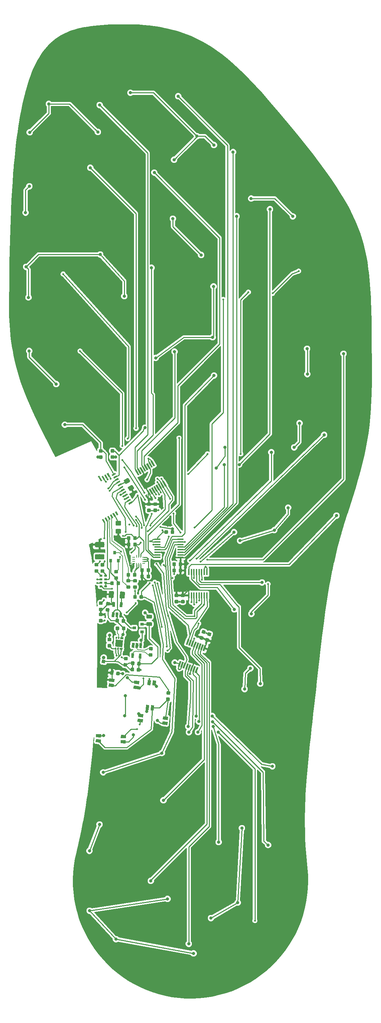
<source format=gbl>
G04 #@! TF.GenerationSoftware,KiCad,Pcbnew,(5.0.0)*
G04 #@! TF.CreationDate,2020-01-29T13:42:56+01:00*
G04 #@! TF.ProjectId,Insole_PCB,496E736F6C655F5043422E6B69636164,rev?*
G04 #@! TF.SameCoordinates,Original*
G04 #@! TF.FileFunction,Copper,L2,Bot,Signal*
G04 #@! TF.FilePolarity,Positive*
%FSLAX46Y46*%
G04 Gerber Fmt 4.6, Leading zero omitted, Abs format (unit mm)*
G04 Created by KiCad (PCBNEW (5.0.0)) date 01/29/20 13:42:56*
%MOMM*%
%LPD*%
G01*
G04 APERTURE LIST*
G04 #@! TA.AperFunction,ComponentPad*
%ADD10C,0.850000*%
G04 #@! TD*
G04 #@! TA.AperFunction,Conductor*
%ADD11C,0.850000*%
G04 #@! TD*
G04 #@! TA.AperFunction,Conductor*
%ADD12C,0.100000*%
G04 #@! TD*
G04 #@! TA.AperFunction,SMDPad,CuDef*
%ADD13R,0.675000X0.250000*%
G04 #@! TD*
G04 #@! TA.AperFunction,SMDPad,CuDef*
%ADD14R,0.250000X0.675000*%
G04 #@! TD*
G04 #@! TA.AperFunction,SMDPad,CuDef*
%ADD15C,0.875000*%
G04 #@! TD*
G04 #@! TA.AperFunction,SMDPad,CuDef*
%ADD16C,1.150000*%
G04 #@! TD*
G04 #@! TA.AperFunction,SMDPad,CuDef*
%ADD17C,0.450000*%
G04 #@! TD*
G04 #@! TA.AperFunction,SMDPad,CuDef*
%ADD18R,1.500000X0.450000*%
G04 #@! TD*
G04 #@! TA.AperFunction,SMDPad,CuDef*
%ADD19R,0.450000X1.500000*%
G04 #@! TD*
G04 #@! TA.AperFunction,SMDPad,CuDef*
%ADD20R,0.800000X0.900000*%
G04 #@! TD*
G04 #@! TA.AperFunction,SMDPad,CuDef*
%ADD21C,0.650000*%
G04 #@! TD*
G04 #@! TA.AperFunction,SMDPad,CuDef*
%ADD22C,0.410000*%
G04 #@! TD*
G04 #@! TA.AperFunction,SMDPad,CuDef*
%ADD23C,1.800000*%
G04 #@! TD*
G04 #@! TA.AperFunction,SMDPad,CuDef*
%ADD24C,0.500000*%
G04 #@! TD*
G04 #@! TA.AperFunction,SMDPad,CuDef*
%ADD25C,0.400000*%
G04 #@! TD*
G04 #@! TA.AperFunction,SMDPad,CuDef*
%ADD26C,0.800000*%
G04 #@! TD*
G04 #@! TA.AperFunction,SMDPad,CuDef*
%ADD27C,1.325000*%
G04 #@! TD*
G04 #@! TA.AperFunction,SMDPad,CuDef*
%ADD28C,1.250000*%
G04 #@! TD*
G04 #@! TA.AperFunction,SMDPad,CuDef*
%ADD29R,0.900000X0.800000*%
G04 #@! TD*
G04 #@! TA.AperFunction,SMDPad,CuDef*
%ADD30C,0.975000*%
G04 #@! TD*
G04 #@! TA.AperFunction,SMDPad,CuDef*
%ADD31R,0.800000X0.500000*%
G04 #@! TD*
G04 #@! TA.AperFunction,ViaPad*
%ADD32C,0.800000*%
G04 #@! TD*
G04 #@! TA.AperFunction,ViaPad*
%ADD33C,0.500000*%
G04 #@! TD*
G04 #@! TA.AperFunction,ViaPad*
%ADD34C,0.600000*%
G04 #@! TD*
G04 #@! TA.AperFunction,Conductor*
%ADD35C,0.250000*%
G04 #@! TD*
G04 #@! TA.AperFunction,Conductor*
%ADD36C,0.160000*%
G04 #@! TD*
G04 #@! TA.AperFunction,Conductor*
%ADD37C,0.200000*%
G04 #@! TD*
G04 APERTURE END LIST*
D10*
G04 #@! TO.P,J2,2*
G04 #@! TO.N,+BATT*
X186929209Y-191863143D03*
D11*
G04 #@! TD*
G04 #@! TO.N,+BATT*
G04 #@! TO.C,J2*
X186929209Y-191863143D02*
X186929209Y-191863143D01*
D10*
G04 #@! TO.P,J2,1*
G04 #@! TO.N,-BATT*
X186859453Y-192860707D03*
D12*
G04 #@! TD*
G04 #@! TO.N,-BATT*
G04 #@! TO.C,J2*
G36*
X187313064Y-192466389D02*
X187253771Y-193314318D01*
X186405842Y-193255025D01*
X186465135Y-192407096D01*
X187313064Y-192466389D01*
X187313064Y-192466389D01*
G37*
D13*
G04 #@! TO.P,U2,11*
G04 #@! TO.N,N/C*
X194486953Y-166460707D03*
G04 #@! TO.P,U2,10*
X194486953Y-166960707D03*
G04 #@! TO.P,U2,9*
X194486953Y-167460707D03*
G04 #@! TO.P,U2,8*
G04 #@! TO.N,+3V3*
X194486953Y-167960707D03*
G04 #@! TO.P,U2,4*
G04 #@! TO.N,N/C*
X197011953Y-167960707D03*
G04 #@! TO.P,U2,3*
G04 #@! TO.N,GND*
X197011953Y-167460707D03*
G04 #@! TO.P,U2,2*
X197011953Y-166960707D03*
G04 #@! TO.P,U2,1*
X197011953Y-166460707D03*
D14*
G04 #@! TO.P,U2,7*
X195249453Y-168223207D03*
G04 #@! TO.P,U2,6*
X195749453Y-168223207D03*
G04 #@! TO.P,U2,5*
G04 #@! TO.N,+3V3*
X196249453Y-168223207D03*
G04 #@! TO.P,U2,12*
G04 #@! TO.N,N/C*
X195249453Y-166198207D03*
G04 #@! TO.P,U2,14*
G04 #@! TO.N,/SDA*
X196249453Y-166198207D03*
G04 #@! TO.P,U2,13*
G04 #@! TO.N,/SCL*
X195749453Y-166198207D03*
G04 #@! TD*
D12*
G04 #@! TO.N,-BATT*
G04 #@! TO.C,C1*
G36*
X192169412Y-193241980D02*
X192680664Y-193277730D01*
X192701980Y-193280276D01*
X192722943Y-193284900D01*
X192743352Y-193291556D01*
X192763011Y-193300180D01*
X192781729Y-193310690D01*
X192799327Y-193322984D01*
X192815636Y-193336943D01*
X192830498Y-193352434D01*
X192843769Y-193369307D01*
X192855323Y-193387400D01*
X192865048Y-193406538D01*
X192872851Y-193426537D01*
X192878655Y-193447204D01*
X192882406Y-193468341D01*
X192884067Y-193489744D01*
X192883622Y-193511206D01*
X192853104Y-193947640D01*
X192850558Y-193968956D01*
X192845934Y-193989919D01*
X192839278Y-194010328D01*
X192830654Y-194029987D01*
X192820144Y-194048705D01*
X192807850Y-194066303D01*
X192793891Y-194082612D01*
X192778400Y-194097474D01*
X192761527Y-194110745D01*
X192743435Y-194122299D01*
X192724297Y-194132024D01*
X192704298Y-194139827D01*
X192683630Y-194145631D01*
X192662493Y-194149382D01*
X192641090Y-194151043D01*
X192619628Y-194150598D01*
X192108376Y-194114848D01*
X192087060Y-194112302D01*
X192066097Y-194107678D01*
X192045688Y-194101022D01*
X192026029Y-194092398D01*
X192007311Y-194081888D01*
X191989713Y-194069594D01*
X191973404Y-194055635D01*
X191958542Y-194040144D01*
X191945271Y-194023271D01*
X191933717Y-194005178D01*
X191923992Y-193986040D01*
X191916189Y-193966041D01*
X191910385Y-193945374D01*
X191906634Y-193924237D01*
X191904973Y-193902834D01*
X191905418Y-193881372D01*
X191935936Y-193444938D01*
X191938482Y-193423622D01*
X191943106Y-193402659D01*
X191949762Y-193382250D01*
X191958386Y-193362591D01*
X191968896Y-193343873D01*
X191981190Y-193326275D01*
X191995149Y-193309966D01*
X192010640Y-193295104D01*
X192027513Y-193281833D01*
X192045605Y-193270279D01*
X192064743Y-193260554D01*
X192084742Y-193252751D01*
X192105410Y-193246947D01*
X192126547Y-193243196D01*
X192147950Y-193241535D01*
X192169412Y-193241980D01*
X192169412Y-193241980D01*
G37*
D15*
G04 #@! TD*
G04 #@! TO.P,C1,2*
G04 #@! TO.N,-BATT*
X192394520Y-193696289D03*
D12*
G04 #@! TO.N,Net-(C1-Pad1)*
G04 #@! TO.C,C1*
G36*
X192279278Y-191670816D02*
X192790530Y-191706566D01*
X192811846Y-191709112D01*
X192832809Y-191713736D01*
X192853218Y-191720392D01*
X192872877Y-191729016D01*
X192891595Y-191739526D01*
X192909193Y-191751820D01*
X192925502Y-191765779D01*
X192940364Y-191781270D01*
X192953635Y-191798143D01*
X192965189Y-191816236D01*
X192974914Y-191835374D01*
X192982717Y-191855373D01*
X192988521Y-191876040D01*
X192992272Y-191897177D01*
X192993933Y-191918580D01*
X192993488Y-191940042D01*
X192962970Y-192376476D01*
X192960424Y-192397792D01*
X192955800Y-192418755D01*
X192949144Y-192439164D01*
X192940520Y-192458823D01*
X192930010Y-192477541D01*
X192917716Y-192495139D01*
X192903757Y-192511448D01*
X192888266Y-192526310D01*
X192871393Y-192539581D01*
X192853301Y-192551135D01*
X192834163Y-192560860D01*
X192814164Y-192568663D01*
X192793496Y-192574467D01*
X192772359Y-192578218D01*
X192750956Y-192579879D01*
X192729494Y-192579434D01*
X192218242Y-192543684D01*
X192196926Y-192541138D01*
X192175963Y-192536514D01*
X192155554Y-192529858D01*
X192135895Y-192521234D01*
X192117177Y-192510724D01*
X192099579Y-192498430D01*
X192083270Y-192484471D01*
X192068408Y-192468980D01*
X192055137Y-192452107D01*
X192043583Y-192434014D01*
X192033858Y-192414876D01*
X192026055Y-192394877D01*
X192020251Y-192374210D01*
X192016500Y-192353073D01*
X192014839Y-192331670D01*
X192015284Y-192310208D01*
X192045802Y-191873774D01*
X192048348Y-191852458D01*
X192052972Y-191831495D01*
X192059628Y-191811086D01*
X192068252Y-191791427D01*
X192078762Y-191772709D01*
X192091056Y-191755111D01*
X192105015Y-191738802D01*
X192120506Y-191723940D01*
X192137379Y-191710669D01*
X192155471Y-191699115D01*
X192174609Y-191689390D01*
X192194608Y-191681587D01*
X192215276Y-191675783D01*
X192236413Y-191672032D01*
X192257816Y-191670371D01*
X192279278Y-191670816D01*
X192279278Y-191670816D01*
G37*
D15*
G04 #@! TD*
G04 #@! TO.P,C1,1*
G04 #@! TO.N,Net-(C1-Pad1)*
X192504386Y-192125125D03*
D12*
G04 #@! TO.N,+3V3*
G04 #@! TO.C,C2*
G36*
X212976058Y-186889090D02*
X212997410Y-186891311D01*
X213018442Y-186895614D01*
X213038950Y-186901957D01*
X213520542Y-187077242D01*
X213540330Y-187085565D01*
X213559207Y-187095788D01*
X213576991Y-187107812D01*
X213593510Y-187121521D01*
X213608607Y-187136783D01*
X213622135Y-187153451D01*
X213633964Y-187171365D01*
X213643980Y-187190352D01*
X213652087Y-187210230D01*
X213658206Y-187230806D01*
X213662279Y-187251883D01*
X213664267Y-187273258D01*
X213664150Y-187294725D01*
X213661929Y-187316077D01*
X213657626Y-187337108D01*
X213651283Y-187357617D01*
X213501649Y-187768732D01*
X213493326Y-187788520D01*
X213483103Y-187807397D01*
X213471079Y-187825181D01*
X213457370Y-187841700D01*
X213442108Y-187856797D01*
X213425440Y-187870325D01*
X213407526Y-187882154D01*
X213388539Y-187892170D01*
X213368661Y-187900277D01*
X213348085Y-187906396D01*
X213327007Y-187910469D01*
X213305633Y-187912457D01*
X213284166Y-187912340D01*
X213262814Y-187910119D01*
X213241782Y-187905816D01*
X213221274Y-187899473D01*
X212739682Y-187724188D01*
X212719894Y-187715865D01*
X212701017Y-187705642D01*
X212683233Y-187693618D01*
X212666714Y-187679909D01*
X212651617Y-187664647D01*
X212638089Y-187647979D01*
X212626260Y-187630065D01*
X212616244Y-187611078D01*
X212608137Y-187591200D01*
X212602018Y-187570624D01*
X212597945Y-187549547D01*
X212595957Y-187528172D01*
X212596074Y-187506705D01*
X212598295Y-187485353D01*
X212602598Y-187464322D01*
X212608941Y-187443813D01*
X212758575Y-187032698D01*
X212766898Y-187012910D01*
X212777121Y-186994033D01*
X212789145Y-186976249D01*
X212802854Y-186959730D01*
X212818116Y-186944633D01*
X212834784Y-186931105D01*
X212852698Y-186919276D01*
X212871685Y-186909260D01*
X212891563Y-186901153D01*
X212912139Y-186895034D01*
X212933217Y-186890961D01*
X212954591Y-186888973D01*
X212976058Y-186889090D01*
X212976058Y-186889090D01*
G37*
D15*
G04 #@! TD*
G04 #@! TO.P,C2,2*
G04 #@! TO.N,+3V3*
X213130112Y-187400715D03*
D12*
G04 #@! TO.N,GND*
G04 #@! TO.C,C2*
G36*
X213514740Y-185409074D02*
X213536092Y-185411295D01*
X213557124Y-185415598D01*
X213577632Y-185421941D01*
X214059224Y-185597226D01*
X214079012Y-185605549D01*
X214097889Y-185615772D01*
X214115673Y-185627796D01*
X214132192Y-185641505D01*
X214147289Y-185656767D01*
X214160817Y-185673435D01*
X214172646Y-185691349D01*
X214182662Y-185710336D01*
X214190769Y-185730214D01*
X214196888Y-185750790D01*
X214200961Y-185771867D01*
X214202949Y-185793242D01*
X214202832Y-185814709D01*
X214200611Y-185836061D01*
X214196308Y-185857092D01*
X214189965Y-185877601D01*
X214040331Y-186288716D01*
X214032008Y-186308504D01*
X214021785Y-186327381D01*
X214009761Y-186345165D01*
X213996052Y-186361684D01*
X213980790Y-186376781D01*
X213964122Y-186390309D01*
X213946208Y-186402138D01*
X213927221Y-186412154D01*
X213907343Y-186420261D01*
X213886767Y-186426380D01*
X213865689Y-186430453D01*
X213844315Y-186432441D01*
X213822848Y-186432324D01*
X213801496Y-186430103D01*
X213780464Y-186425800D01*
X213759956Y-186419457D01*
X213278364Y-186244172D01*
X213258576Y-186235849D01*
X213239699Y-186225626D01*
X213221915Y-186213602D01*
X213205396Y-186199893D01*
X213190299Y-186184631D01*
X213176771Y-186167963D01*
X213164942Y-186150049D01*
X213154926Y-186131062D01*
X213146819Y-186111184D01*
X213140700Y-186090608D01*
X213136627Y-186069531D01*
X213134639Y-186048156D01*
X213134756Y-186026689D01*
X213136977Y-186005337D01*
X213141280Y-185984306D01*
X213147623Y-185963797D01*
X213297257Y-185552682D01*
X213305580Y-185532894D01*
X213315803Y-185514017D01*
X213327827Y-185496233D01*
X213341536Y-185479714D01*
X213356798Y-185464617D01*
X213373466Y-185451089D01*
X213391380Y-185439260D01*
X213410367Y-185429244D01*
X213430245Y-185421137D01*
X213450821Y-185415018D01*
X213471899Y-185410945D01*
X213493273Y-185408957D01*
X213514740Y-185409074D01*
X213514740Y-185409074D01*
G37*
D15*
G04 #@! TD*
G04 #@! TO.P,C2,1*
G04 #@! TO.N,GND*
X213668794Y-185920699D03*
D12*
G04 #@! TO.N,/+BATT_CUT*
G04 #@! TO.C,C3*
G36*
X191712284Y-182086125D02*
X192149184Y-182109022D01*
X192170540Y-182111196D01*
X192191581Y-182115453D01*
X192212103Y-182121752D01*
X192231909Y-182130031D01*
X192250808Y-182140213D01*
X192268619Y-182152198D01*
X192285168Y-182165871D01*
X192300298Y-182181100D01*
X192313862Y-182197738D01*
X192325730Y-182215627D01*
X192335788Y-182234592D01*
X192343938Y-182254452D01*
X192350102Y-182275015D01*
X192354221Y-182296083D01*
X192356255Y-182317454D01*
X192356185Y-182338920D01*
X192329363Y-182850717D01*
X192327189Y-182872074D01*
X192322932Y-182893115D01*
X192316634Y-182913637D01*
X192308354Y-182933443D01*
X192298172Y-182952342D01*
X192286187Y-182970152D01*
X192272514Y-182986702D01*
X192257285Y-183001832D01*
X192240647Y-183015396D01*
X192222758Y-183027264D01*
X192203793Y-183037322D01*
X192183933Y-183045472D01*
X192163370Y-183051636D01*
X192142302Y-183055755D01*
X192120932Y-183057789D01*
X192099464Y-183057719D01*
X191662564Y-183034822D01*
X191641208Y-183032648D01*
X191620167Y-183028391D01*
X191599645Y-183022092D01*
X191579839Y-183013813D01*
X191560940Y-183003631D01*
X191543129Y-182991646D01*
X191526580Y-182977973D01*
X191511450Y-182962744D01*
X191497886Y-182946106D01*
X191486018Y-182928217D01*
X191475960Y-182909252D01*
X191467810Y-182889392D01*
X191461646Y-182868829D01*
X191457527Y-182847761D01*
X191455493Y-182826390D01*
X191455563Y-182804924D01*
X191482385Y-182293127D01*
X191484559Y-182271770D01*
X191488816Y-182250729D01*
X191495114Y-182230207D01*
X191503394Y-182210401D01*
X191513576Y-182191502D01*
X191525561Y-182173692D01*
X191539234Y-182157142D01*
X191554463Y-182142012D01*
X191571101Y-182128448D01*
X191588990Y-182116580D01*
X191607955Y-182106522D01*
X191627815Y-182098372D01*
X191648378Y-182092208D01*
X191669446Y-182088089D01*
X191690816Y-182086055D01*
X191712284Y-182086125D01*
X191712284Y-182086125D01*
G37*
D15*
G04 #@! TD*
G04 #@! TO.P,C3,2*
G04 #@! TO.N,/+BATT_CUT*
X191905874Y-182571922D03*
D12*
G04 #@! TO.N,GND*
G04 #@! TO.C,C3*
G36*
X190139442Y-182003695D02*
X190576342Y-182026592D01*
X190597698Y-182028766D01*
X190618739Y-182033023D01*
X190639261Y-182039322D01*
X190659067Y-182047601D01*
X190677966Y-182057783D01*
X190695777Y-182069768D01*
X190712326Y-182083441D01*
X190727456Y-182098670D01*
X190741020Y-182115308D01*
X190752888Y-182133197D01*
X190762946Y-182152162D01*
X190771096Y-182172022D01*
X190777260Y-182192585D01*
X190781379Y-182213653D01*
X190783413Y-182235024D01*
X190783343Y-182256490D01*
X190756521Y-182768287D01*
X190754347Y-182789644D01*
X190750090Y-182810685D01*
X190743792Y-182831207D01*
X190735512Y-182851013D01*
X190725330Y-182869912D01*
X190713345Y-182887722D01*
X190699672Y-182904272D01*
X190684443Y-182919402D01*
X190667805Y-182932966D01*
X190649916Y-182944834D01*
X190630951Y-182954892D01*
X190611091Y-182963042D01*
X190590528Y-182969206D01*
X190569460Y-182973325D01*
X190548090Y-182975359D01*
X190526622Y-182975289D01*
X190089722Y-182952392D01*
X190068366Y-182950218D01*
X190047325Y-182945961D01*
X190026803Y-182939662D01*
X190006997Y-182931383D01*
X189988098Y-182921201D01*
X189970287Y-182909216D01*
X189953738Y-182895543D01*
X189938608Y-182880314D01*
X189925044Y-182863676D01*
X189913176Y-182845787D01*
X189903118Y-182826822D01*
X189894968Y-182806962D01*
X189888804Y-182786399D01*
X189884685Y-182765331D01*
X189882651Y-182743960D01*
X189882721Y-182722494D01*
X189909543Y-182210697D01*
X189911717Y-182189340D01*
X189915974Y-182168299D01*
X189922272Y-182147777D01*
X189930552Y-182127971D01*
X189940734Y-182109072D01*
X189952719Y-182091262D01*
X189966392Y-182074712D01*
X189981621Y-182059582D01*
X189998259Y-182046018D01*
X190016148Y-182034150D01*
X190035113Y-182024092D01*
X190054973Y-182015942D01*
X190075536Y-182009778D01*
X190096604Y-182005659D01*
X190117974Y-182003625D01*
X190139442Y-182003695D01*
X190139442Y-182003695D01*
G37*
D15*
G04 #@! TD*
G04 #@! TO.P,C3,1*
G04 #@! TO.N,GND*
X190333032Y-182489492D03*
D12*
G04 #@! TO.N,GND*
G04 #@! TO.C,C4*
G36*
X187657412Y-179329980D02*
X188168664Y-179365730D01*
X188189980Y-179368276D01*
X188210943Y-179372900D01*
X188231352Y-179379556D01*
X188251011Y-179388180D01*
X188269729Y-179398690D01*
X188287327Y-179410984D01*
X188303636Y-179424943D01*
X188318498Y-179440434D01*
X188331769Y-179457307D01*
X188343323Y-179475400D01*
X188353048Y-179494538D01*
X188360851Y-179514537D01*
X188366655Y-179535204D01*
X188370406Y-179556341D01*
X188372067Y-179577744D01*
X188371622Y-179599206D01*
X188341104Y-180035640D01*
X188338558Y-180056956D01*
X188333934Y-180077919D01*
X188327278Y-180098328D01*
X188318654Y-180117987D01*
X188308144Y-180136705D01*
X188295850Y-180154303D01*
X188281891Y-180170612D01*
X188266400Y-180185474D01*
X188249527Y-180198745D01*
X188231435Y-180210299D01*
X188212297Y-180220024D01*
X188192298Y-180227827D01*
X188171630Y-180233631D01*
X188150493Y-180237382D01*
X188129090Y-180239043D01*
X188107628Y-180238598D01*
X187596376Y-180202848D01*
X187575060Y-180200302D01*
X187554097Y-180195678D01*
X187533688Y-180189022D01*
X187514029Y-180180398D01*
X187495311Y-180169888D01*
X187477713Y-180157594D01*
X187461404Y-180143635D01*
X187446542Y-180128144D01*
X187433271Y-180111271D01*
X187421717Y-180093178D01*
X187411992Y-180074040D01*
X187404189Y-180054041D01*
X187398385Y-180033374D01*
X187394634Y-180012237D01*
X187392973Y-179990834D01*
X187393418Y-179969372D01*
X187423936Y-179532938D01*
X187426482Y-179511622D01*
X187431106Y-179490659D01*
X187437762Y-179470250D01*
X187446386Y-179450591D01*
X187456896Y-179431873D01*
X187469190Y-179414275D01*
X187483149Y-179397966D01*
X187498640Y-179383104D01*
X187515513Y-179369833D01*
X187533605Y-179358279D01*
X187552743Y-179348554D01*
X187572742Y-179340751D01*
X187593410Y-179334947D01*
X187614547Y-179331196D01*
X187635950Y-179329535D01*
X187657412Y-179329980D01*
X187657412Y-179329980D01*
G37*
D15*
G04 #@! TD*
G04 #@! TO.P,C4,2*
G04 #@! TO.N,GND*
X187882520Y-179784289D03*
D12*
G04 #@! TO.N,+3V3*
G04 #@! TO.C,C4*
G36*
X187767278Y-177758816D02*
X188278530Y-177794566D01*
X188299846Y-177797112D01*
X188320809Y-177801736D01*
X188341218Y-177808392D01*
X188360877Y-177817016D01*
X188379595Y-177827526D01*
X188397193Y-177839820D01*
X188413502Y-177853779D01*
X188428364Y-177869270D01*
X188441635Y-177886143D01*
X188453189Y-177904236D01*
X188462914Y-177923374D01*
X188470717Y-177943373D01*
X188476521Y-177964040D01*
X188480272Y-177985177D01*
X188481933Y-178006580D01*
X188481488Y-178028042D01*
X188450970Y-178464476D01*
X188448424Y-178485792D01*
X188443800Y-178506755D01*
X188437144Y-178527164D01*
X188428520Y-178546823D01*
X188418010Y-178565541D01*
X188405716Y-178583139D01*
X188391757Y-178599448D01*
X188376266Y-178614310D01*
X188359393Y-178627581D01*
X188341301Y-178639135D01*
X188322163Y-178648860D01*
X188302164Y-178656663D01*
X188281496Y-178662467D01*
X188260359Y-178666218D01*
X188238956Y-178667879D01*
X188217494Y-178667434D01*
X187706242Y-178631684D01*
X187684926Y-178629138D01*
X187663963Y-178624514D01*
X187643554Y-178617858D01*
X187623895Y-178609234D01*
X187605177Y-178598724D01*
X187587579Y-178586430D01*
X187571270Y-178572471D01*
X187556408Y-178556980D01*
X187543137Y-178540107D01*
X187531583Y-178522014D01*
X187521858Y-178502876D01*
X187514055Y-178482877D01*
X187508251Y-178462210D01*
X187504500Y-178441073D01*
X187502839Y-178419670D01*
X187503284Y-178398208D01*
X187533802Y-177961774D01*
X187536348Y-177940458D01*
X187540972Y-177919495D01*
X187547628Y-177899086D01*
X187556252Y-177879427D01*
X187566762Y-177860709D01*
X187579056Y-177843111D01*
X187593015Y-177826802D01*
X187608506Y-177811940D01*
X187625379Y-177798669D01*
X187643471Y-177787115D01*
X187662609Y-177777390D01*
X187682608Y-177769587D01*
X187703276Y-177763783D01*
X187724413Y-177760032D01*
X187745816Y-177758371D01*
X187767278Y-177758816D01*
X187767278Y-177758816D01*
G37*
D15*
G04 #@! TD*
G04 #@! TO.P,C4,1*
G04 #@! TO.N,+3V3*
X187992386Y-178213125D03*
D12*
G04 #@! TO.N,+3V3*
G04 #@! TO.C,C5*
G36*
X211526058Y-186339090D02*
X211547410Y-186341311D01*
X211568442Y-186345614D01*
X211588950Y-186351957D01*
X212070542Y-186527242D01*
X212090330Y-186535565D01*
X212109207Y-186545788D01*
X212126991Y-186557812D01*
X212143510Y-186571521D01*
X212158607Y-186586783D01*
X212172135Y-186603451D01*
X212183964Y-186621365D01*
X212193980Y-186640352D01*
X212202087Y-186660230D01*
X212208206Y-186680806D01*
X212212279Y-186701883D01*
X212214267Y-186723258D01*
X212214150Y-186744725D01*
X212211929Y-186766077D01*
X212207626Y-186787108D01*
X212201283Y-186807617D01*
X212051649Y-187218732D01*
X212043326Y-187238520D01*
X212033103Y-187257397D01*
X212021079Y-187275181D01*
X212007370Y-187291700D01*
X211992108Y-187306797D01*
X211975440Y-187320325D01*
X211957526Y-187332154D01*
X211938539Y-187342170D01*
X211918661Y-187350277D01*
X211898085Y-187356396D01*
X211877007Y-187360469D01*
X211855633Y-187362457D01*
X211834166Y-187362340D01*
X211812814Y-187360119D01*
X211791782Y-187355816D01*
X211771274Y-187349473D01*
X211289682Y-187174188D01*
X211269894Y-187165865D01*
X211251017Y-187155642D01*
X211233233Y-187143618D01*
X211216714Y-187129909D01*
X211201617Y-187114647D01*
X211188089Y-187097979D01*
X211176260Y-187080065D01*
X211166244Y-187061078D01*
X211158137Y-187041200D01*
X211152018Y-187020624D01*
X211147945Y-186999547D01*
X211145957Y-186978172D01*
X211146074Y-186956705D01*
X211148295Y-186935353D01*
X211152598Y-186914322D01*
X211158941Y-186893813D01*
X211308575Y-186482698D01*
X211316898Y-186462910D01*
X211327121Y-186444033D01*
X211339145Y-186426249D01*
X211352854Y-186409730D01*
X211368116Y-186394633D01*
X211384784Y-186381105D01*
X211402698Y-186369276D01*
X211421685Y-186359260D01*
X211441563Y-186351153D01*
X211462139Y-186345034D01*
X211483217Y-186340961D01*
X211504591Y-186338973D01*
X211526058Y-186339090D01*
X211526058Y-186339090D01*
G37*
D15*
G04 #@! TD*
G04 #@! TO.P,C5,2*
G04 #@! TO.N,+3V3*
X211680112Y-186850715D03*
D12*
G04 #@! TO.N,GND*
G04 #@! TO.C,C5*
G36*
X212064740Y-184859074D02*
X212086092Y-184861295D01*
X212107124Y-184865598D01*
X212127632Y-184871941D01*
X212609224Y-185047226D01*
X212629012Y-185055549D01*
X212647889Y-185065772D01*
X212665673Y-185077796D01*
X212682192Y-185091505D01*
X212697289Y-185106767D01*
X212710817Y-185123435D01*
X212722646Y-185141349D01*
X212732662Y-185160336D01*
X212740769Y-185180214D01*
X212746888Y-185200790D01*
X212750961Y-185221867D01*
X212752949Y-185243242D01*
X212752832Y-185264709D01*
X212750611Y-185286061D01*
X212746308Y-185307092D01*
X212739965Y-185327601D01*
X212590331Y-185738716D01*
X212582008Y-185758504D01*
X212571785Y-185777381D01*
X212559761Y-185795165D01*
X212546052Y-185811684D01*
X212530790Y-185826781D01*
X212514122Y-185840309D01*
X212496208Y-185852138D01*
X212477221Y-185862154D01*
X212457343Y-185870261D01*
X212436767Y-185876380D01*
X212415689Y-185880453D01*
X212394315Y-185882441D01*
X212372848Y-185882324D01*
X212351496Y-185880103D01*
X212330464Y-185875800D01*
X212309956Y-185869457D01*
X211828364Y-185694172D01*
X211808576Y-185685849D01*
X211789699Y-185675626D01*
X211771915Y-185663602D01*
X211755396Y-185649893D01*
X211740299Y-185634631D01*
X211726771Y-185617963D01*
X211714942Y-185600049D01*
X211704926Y-185581062D01*
X211696819Y-185561184D01*
X211690700Y-185540608D01*
X211686627Y-185519531D01*
X211684639Y-185498156D01*
X211684756Y-185476689D01*
X211686977Y-185455337D01*
X211691280Y-185434306D01*
X211697623Y-185413797D01*
X211847257Y-185002682D01*
X211855580Y-184982894D01*
X211865803Y-184964017D01*
X211877827Y-184946233D01*
X211891536Y-184929714D01*
X211906798Y-184914617D01*
X211923466Y-184901089D01*
X211941380Y-184889260D01*
X211960367Y-184879244D01*
X211980245Y-184871137D01*
X212000821Y-184865018D01*
X212021899Y-184860945D01*
X212043273Y-184858957D01*
X212064740Y-184859074D01*
X212064740Y-184859074D01*
G37*
D15*
G04 #@! TD*
G04 #@! TO.P,C5,1*
G04 #@! TO.N,GND*
X212218794Y-185370699D03*
D12*
G04 #@! TO.N,+3V3*
G04 #@! TO.C,C6*
G36*
X205627144Y-175674260D02*
X205648379Y-175677410D01*
X205669203Y-175682626D01*
X205689415Y-175689858D01*
X205708821Y-175699037D01*
X205727234Y-175710073D01*
X205744477Y-175722861D01*
X205760383Y-175737277D01*
X205774799Y-175753183D01*
X205787587Y-175770426D01*
X205798623Y-175788839D01*
X205807802Y-175808245D01*
X205815034Y-175828457D01*
X205820250Y-175849281D01*
X205823400Y-175870516D01*
X205824453Y-175891957D01*
X205824453Y-176329457D01*
X205823400Y-176350898D01*
X205820250Y-176372133D01*
X205815034Y-176392957D01*
X205807802Y-176413169D01*
X205798623Y-176432575D01*
X205787587Y-176450988D01*
X205774799Y-176468231D01*
X205760383Y-176484137D01*
X205744477Y-176498553D01*
X205727234Y-176511341D01*
X205708821Y-176522377D01*
X205689415Y-176531556D01*
X205669203Y-176538788D01*
X205648379Y-176544004D01*
X205627144Y-176547154D01*
X205605703Y-176548207D01*
X205093203Y-176548207D01*
X205071762Y-176547154D01*
X205050527Y-176544004D01*
X205029703Y-176538788D01*
X205009491Y-176531556D01*
X204990085Y-176522377D01*
X204971672Y-176511341D01*
X204954429Y-176498553D01*
X204938523Y-176484137D01*
X204924107Y-176468231D01*
X204911319Y-176450988D01*
X204900283Y-176432575D01*
X204891104Y-176413169D01*
X204883872Y-176392957D01*
X204878656Y-176372133D01*
X204875506Y-176350898D01*
X204874453Y-176329457D01*
X204874453Y-175891957D01*
X204875506Y-175870516D01*
X204878656Y-175849281D01*
X204883872Y-175828457D01*
X204891104Y-175808245D01*
X204900283Y-175788839D01*
X204911319Y-175770426D01*
X204924107Y-175753183D01*
X204938523Y-175737277D01*
X204954429Y-175722861D01*
X204971672Y-175710073D01*
X204990085Y-175699037D01*
X205009491Y-175689858D01*
X205029703Y-175682626D01*
X205050527Y-175677410D01*
X205071762Y-175674260D01*
X205093203Y-175673207D01*
X205605703Y-175673207D01*
X205627144Y-175674260D01*
X205627144Y-175674260D01*
G37*
D15*
G04 #@! TD*
G04 #@! TO.P,C6,2*
G04 #@! TO.N,+3V3*
X205349453Y-176110707D03*
D12*
G04 #@! TO.N,GND*
G04 #@! TO.C,C6*
G36*
X205627144Y-177249260D02*
X205648379Y-177252410D01*
X205669203Y-177257626D01*
X205689415Y-177264858D01*
X205708821Y-177274037D01*
X205727234Y-177285073D01*
X205744477Y-177297861D01*
X205760383Y-177312277D01*
X205774799Y-177328183D01*
X205787587Y-177345426D01*
X205798623Y-177363839D01*
X205807802Y-177383245D01*
X205815034Y-177403457D01*
X205820250Y-177424281D01*
X205823400Y-177445516D01*
X205824453Y-177466957D01*
X205824453Y-177904457D01*
X205823400Y-177925898D01*
X205820250Y-177947133D01*
X205815034Y-177967957D01*
X205807802Y-177988169D01*
X205798623Y-178007575D01*
X205787587Y-178025988D01*
X205774799Y-178043231D01*
X205760383Y-178059137D01*
X205744477Y-178073553D01*
X205727234Y-178086341D01*
X205708821Y-178097377D01*
X205689415Y-178106556D01*
X205669203Y-178113788D01*
X205648379Y-178119004D01*
X205627144Y-178122154D01*
X205605703Y-178123207D01*
X205093203Y-178123207D01*
X205071762Y-178122154D01*
X205050527Y-178119004D01*
X205029703Y-178113788D01*
X205009491Y-178106556D01*
X204990085Y-178097377D01*
X204971672Y-178086341D01*
X204954429Y-178073553D01*
X204938523Y-178059137D01*
X204924107Y-178043231D01*
X204911319Y-178025988D01*
X204900283Y-178007575D01*
X204891104Y-177988169D01*
X204883872Y-177967957D01*
X204878656Y-177947133D01*
X204875506Y-177925898D01*
X204874453Y-177904457D01*
X204874453Y-177466957D01*
X204875506Y-177445516D01*
X204878656Y-177424281D01*
X204883872Y-177403457D01*
X204891104Y-177383245D01*
X204900283Y-177363839D01*
X204911319Y-177345426D01*
X204924107Y-177328183D01*
X204938523Y-177312277D01*
X204954429Y-177297861D01*
X204971672Y-177285073D01*
X204990085Y-177274037D01*
X205009491Y-177264858D01*
X205029703Y-177257626D01*
X205050527Y-177252410D01*
X205071762Y-177249260D01*
X205093203Y-177248207D01*
X205605703Y-177248207D01*
X205627144Y-177249260D01*
X205627144Y-177249260D01*
G37*
D15*
G04 #@! TD*
G04 #@! TO.P,C6,1*
G04 #@! TO.N,GND*
X205349453Y-177685707D03*
D12*
G04 #@! TO.N,+3V3*
G04 #@! TO.C,C7*
G36*
X207227144Y-175686760D02*
X207248379Y-175689910D01*
X207269203Y-175695126D01*
X207289415Y-175702358D01*
X207308821Y-175711537D01*
X207327234Y-175722573D01*
X207344477Y-175735361D01*
X207360383Y-175749777D01*
X207374799Y-175765683D01*
X207387587Y-175782926D01*
X207398623Y-175801339D01*
X207407802Y-175820745D01*
X207415034Y-175840957D01*
X207420250Y-175861781D01*
X207423400Y-175883016D01*
X207424453Y-175904457D01*
X207424453Y-176341957D01*
X207423400Y-176363398D01*
X207420250Y-176384633D01*
X207415034Y-176405457D01*
X207407802Y-176425669D01*
X207398623Y-176445075D01*
X207387587Y-176463488D01*
X207374799Y-176480731D01*
X207360383Y-176496637D01*
X207344477Y-176511053D01*
X207327234Y-176523841D01*
X207308821Y-176534877D01*
X207289415Y-176544056D01*
X207269203Y-176551288D01*
X207248379Y-176556504D01*
X207227144Y-176559654D01*
X207205703Y-176560707D01*
X206693203Y-176560707D01*
X206671762Y-176559654D01*
X206650527Y-176556504D01*
X206629703Y-176551288D01*
X206609491Y-176544056D01*
X206590085Y-176534877D01*
X206571672Y-176523841D01*
X206554429Y-176511053D01*
X206538523Y-176496637D01*
X206524107Y-176480731D01*
X206511319Y-176463488D01*
X206500283Y-176445075D01*
X206491104Y-176425669D01*
X206483872Y-176405457D01*
X206478656Y-176384633D01*
X206475506Y-176363398D01*
X206474453Y-176341957D01*
X206474453Y-175904457D01*
X206475506Y-175883016D01*
X206478656Y-175861781D01*
X206483872Y-175840957D01*
X206491104Y-175820745D01*
X206500283Y-175801339D01*
X206511319Y-175782926D01*
X206524107Y-175765683D01*
X206538523Y-175749777D01*
X206554429Y-175735361D01*
X206571672Y-175722573D01*
X206590085Y-175711537D01*
X206609491Y-175702358D01*
X206629703Y-175695126D01*
X206650527Y-175689910D01*
X206671762Y-175686760D01*
X206693203Y-175685707D01*
X207205703Y-175685707D01*
X207227144Y-175686760D01*
X207227144Y-175686760D01*
G37*
D15*
G04 #@! TD*
G04 #@! TO.P,C7,2*
G04 #@! TO.N,+3V3*
X206949453Y-176123207D03*
D12*
G04 #@! TO.N,GND*
G04 #@! TO.C,C7*
G36*
X207227144Y-177261760D02*
X207248379Y-177264910D01*
X207269203Y-177270126D01*
X207289415Y-177277358D01*
X207308821Y-177286537D01*
X207327234Y-177297573D01*
X207344477Y-177310361D01*
X207360383Y-177324777D01*
X207374799Y-177340683D01*
X207387587Y-177357926D01*
X207398623Y-177376339D01*
X207407802Y-177395745D01*
X207415034Y-177415957D01*
X207420250Y-177436781D01*
X207423400Y-177458016D01*
X207424453Y-177479457D01*
X207424453Y-177916957D01*
X207423400Y-177938398D01*
X207420250Y-177959633D01*
X207415034Y-177980457D01*
X207407802Y-178000669D01*
X207398623Y-178020075D01*
X207387587Y-178038488D01*
X207374799Y-178055731D01*
X207360383Y-178071637D01*
X207344477Y-178086053D01*
X207327234Y-178098841D01*
X207308821Y-178109877D01*
X207289415Y-178119056D01*
X207269203Y-178126288D01*
X207248379Y-178131504D01*
X207227144Y-178134654D01*
X207205703Y-178135707D01*
X206693203Y-178135707D01*
X206671762Y-178134654D01*
X206650527Y-178131504D01*
X206629703Y-178126288D01*
X206609491Y-178119056D01*
X206590085Y-178109877D01*
X206571672Y-178098841D01*
X206554429Y-178086053D01*
X206538523Y-178071637D01*
X206524107Y-178055731D01*
X206511319Y-178038488D01*
X206500283Y-178020075D01*
X206491104Y-178000669D01*
X206483872Y-177980457D01*
X206478656Y-177959633D01*
X206475506Y-177938398D01*
X206474453Y-177916957D01*
X206474453Y-177479457D01*
X206475506Y-177458016D01*
X206478656Y-177436781D01*
X206483872Y-177415957D01*
X206491104Y-177395745D01*
X206500283Y-177376339D01*
X206511319Y-177357926D01*
X206524107Y-177340683D01*
X206538523Y-177324777D01*
X206554429Y-177310361D01*
X206571672Y-177297573D01*
X206590085Y-177286537D01*
X206609491Y-177277358D01*
X206629703Y-177270126D01*
X206650527Y-177264910D01*
X206671762Y-177261760D01*
X206693203Y-177260707D01*
X207205703Y-177260707D01*
X207227144Y-177261760D01*
X207227144Y-177261760D01*
G37*
D15*
G04 #@! TD*
G04 #@! TO.P,C7,1*
G04 #@! TO.N,GND*
X206949453Y-177698207D03*
D12*
G04 #@! TO.N,+3V3*
G04 #@! TO.C,C8*
G36*
X206589644Y-169336760D02*
X206610879Y-169339910D01*
X206631703Y-169345126D01*
X206651915Y-169352358D01*
X206671321Y-169361537D01*
X206689734Y-169372573D01*
X206706977Y-169385361D01*
X206722883Y-169399777D01*
X206737299Y-169415683D01*
X206750087Y-169432926D01*
X206761123Y-169451339D01*
X206770302Y-169470745D01*
X206777534Y-169490957D01*
X206782750Y-169511781D01*
X206785900Y-169533016D01*
X206786953Y-169554457D01*
X206786953Y-170066957D01*
X206785900Y-170088398D01*
X206782750Y-170109633D01*
X206777534Y-170130457D01*
X206770302Y-170150669D01*
X206761123Y-170170075D01*
X206750087Y-170188488D01*
X206737299Y-170205731D01*
X206722883Y-170221637D01*
X206706977Y-170236053D01*
X206689734Y-170248841D01*
X206671321Y-170259877D01*
X206651915Y-170269056D01*
X206631703Y-170276288D01*
X206610879Y-170281504D01*
X206589644Y-170284654D01*
X206568203Y-170285707D01*
X206130703Y-170285707D01*
X206109262Y-170284654D01*
X206088027Y-170281504D01*
X206067203Y-170276288D01*
X206046991Y-170269056D01*
X206027585Y-170259877D01*
X206009172Y-170248841D01*
X205991929Y-170236053D01*
X205976023Y-170221637D01*
X205961607Y-170205731D01*
X205948819Y-170188488D01*
X205937783Y-170170075D01*
X205928604Y-170150669D01*
X205921372Y-170130457D01*
X205916156Y-170109633D01*
X205913006Y-170088398D01*
X205911953Y-170066957D01*
X205911953Y-169554457D01*
X205913006Y-169533016D01*
X205916156Y-169511781D01*
X205921372Y-169490957D01*
X205928604Y-169470745D01*
X205937783Y-169451339D01*
X205948819Y-169432926D01*
X205961607Y-169415683D01*
X205976023Y-169399777D01*
X205991929Y-169385361D01*
X206009172Y-169372573D01*
X206027585Y-169361537D01*
X206046991Y-169352358D01*
X206067203Y-169345126D01*
X206088027Y-169339910D01*
X206109262Y-169336760D01*
X206130703Y-169335707D01*
X206568203Y-169335707D01*
X206589644Y-169336760D01*
X206589644Y-169336760D01*
G37*
D15*
G04 #@! TD*
G04 #@! TO.P,C8,2*
G04 #@! TO.N,+3V3*
X206349453Y-169810707D03*
D12*
G04 #@! TO.N,GND*
G04 #@! TO.C,C8*
G36*
X205014644Y-169336760D02*
X205035879Y-169339910D01*
X205056703Y-169345126D01*
X205076915Y-169352358D01*
X205096321Y-169361537D01*
X205114734Y-169372573D01*
X205131977Y-169385361D01*
X205147883Y-169399777D01*
X205162299Y-169415683D01*
X205175087Y-169432926D01*
X205186123Y-169451339D01*
X205195302Y-169470745D01*
X205202534Y-169490957D01*
X205207750Y-169511781D01*
X205210900Y-169533016D01*
X205211953Y-169554457D01*
X205211953Y-170066957D01*
X205210900Y-170088398D01*
X205207750Y-170109633D01*
X205202534Y-170130457D01*
X205195302Y-170150669D01*
X205186123Y-170170075D01*
X205175087Y-170188488D01*
X205162299Y-170205731D01*
X205147883Y-170221637D01*
X205131977Y-170236053D01*
X205114734Y-170248841D01*
X205096321Y-170259877D01*
X205076915Y-170269056D01*
X205056703Y-170276288D01*
X205035879Y-170281504D01*
X205014644Y-170284654D01*
X204993203Y-170285707D01*
X204555703Y-170285707D01*
X204534262Y-170284654D01*
X204513027Y-170281504D01*
X204492203Y-170276288D01*
X204471991Y-170269056D01*
X204452585Y-170259877D01*
X204434172Y-170248841D01*
X204416929Y-170236053D01*
X204401023Y-170221637D01*
X204386607Y-170205731D01*
X204373819Y-170188488D01*
X204362783Y-170170075D01*
X204353604Y-170150669D01*
X204346372Y-170130457D01*
X204341156Y-170109633D01*
X204338006Y-170088398D01*
X204336953Y-170066957D01*
X204336953Y-169554457D01*
X204338006Y-169533016D01*
X204341156Y-169511781D01*
X204346372Y-169490957D01*
X204353604Y-169470745D01*
X204362783Y-169451339D01*
X204373819Y-169432926D01*
X204386607Y-169415683D01*
X204401023Y-169399777D01*
X204416929Y-169385361D01*
X204434172Y-169372573D01*
X204452585Y-169361537D01*
X204471991Y-169352358D01*
X204492203Y-169345126D01*
X204513027Y-169339910D01*
X204534262Y-169336760D01*
X204555703Y-169335707D01*
X204993203Y-169335707D01*
X205014644Y-169336760D01*
X205014644Y-169336760D01*
G37*
D15*
G04 #@! TD*
G04 #@! TO.P,C8,1*
G04 #@! TO.N,GND*
X204774453Y-169810707D03*
D12*
G04 #@! TO.N,+3V3*
G04 #@! TO.C,C9*
G36*
X206589644Y-167736760D02*
X206610879Y-167739910D01*
X206631703Y-167745126D01*
X206651915Y-167752358D01*
X206671321Y-167761537D01*
X206689734Y-167772573D01*
X206706977Y-167785361D01*
X206722883Y-167799777D01*
X206737299Y-167815683D01*
X206750087Y-167832926D01*
X206761123Y-167851339D01*
X206770302Y-167870745D01*
X206777534Y-167890957D01*
X206782750Y-167911781D01*
X206785900Y-167933016D01*
X206786953Y-167954457D01*
X206786953Y-168466957D01*
X206785900Y-168488398D01*
X206782750Y-168509633D01*
X206777534Y-168530457D01*
X206770302Y-168550669D01*
X206761123Y-168570075D01*
X206750087Y-168588488D01*
X206737299Y-168605731D01*
X206722883Y-168621637D01*
X206706977Y-168636053D01*
X206689734Y-168648841D01*
X206671321Y-168659877D01*
X206651915Y-168669056D01*
X206631703Y-168676288D01*
X206610879Y-168681504D01*
X206589644Y-168684654D01*
X206568203Y-168685707D01*
X206130703Y-168685707D01*
X206109262Y-168684654D01*
X206088027Y-168681504D01*
X206067203Y-168676288D01*
X206046991Y-168669056D01*
X206027585Y-168659877D01*
X206009172Y-168648841D01*
X205991929Y-168636053D01*
X205976023Y-168621637D01*
X205961607Y-168605731D01*
X205948819Y-168588488D01*
X205937783Y-168570075D01*
X205928604Y-168550669D01*
X205921372Y-168530457D01*
X205916156Y-168509633D01*
X205913006Y-168488398D01*
X205911953Y-168466957D01*
X205911953Y-167954457D01*
X205913006Y-167933016D01*
X205916156Y-167911781D01*
X205921372Y-167890957D01*
X205928604Y-167870745D01*
X205937783Y-167851339D01*
X205948819Y-167832926D01*
X205961607Y-167815683D01*
X205976023Y-167799777D01*
X205991929Y-167785361D01*
X206009172Y-167772573D01*
X206027585Y-167761537D01*
X206046991Y-167752358D01*
X206067203Y-167745126D01*
X206088027Y-167739910D01*
X206109262Y-167736760D01*
X206130703Y-167735707D01*
X206568203Y-167735707D01*
X206589644Y-167736760D01*
X206589644Y-167736760D01*
G37*
D15*
G04 #@! TD*
G04 #@! TO.P,C9,2*
G04 #@! TO.N,+3V3*
X206349453Y-168210707D03*
D12*
G04 #@! TO.N,GND*
G04 #@! TO.C,C9*
G36*
X205014644Y-167736760D02*
X205035879Y-167739910D01*
X205056703Y-167745126D01*
X205076915Y-167752358D01*
X205096321Y-167761537D01*
X205114734Y-167772573D01*
X205131977Y-167785361D01*
X205147883Y-167799777D01*
X205162299Y-167815683D01*
X205175087Y-167832926D01*
X205186123Y-167851339D01*
X205195302Y-167870745D01*
X205202534Y-167890957D01*
X205207750Y-167911781D01*
X205210900Y-167933016D01*
X205211953Y-167954457D01*
X205211953Y-168466957D01*
X205210900Y-168488398D01*
X205207750Y-168509633D01*
X205202534Y-168530457D01*
X205195302Y-168550669D01*
X205186123Y-168570075D01*
X205175087Y-168588488D01*
X205162299Y-168605731D01*
X205147883Y-168621637D01*
X205131977Y-168636053D01*
X205114734Y-168648841D01*
X205096321Y-168659877D01*
X205076915Y-168669056D01*
X205056703Y-168676288D01*
X205035879Y-168681504D01*
X205014644Y-168684654D01*
X204993203Y-168685707D01*
X204555703Y-168685707D01*
X204534262Y-168684654D01*
X204513027Y-168681504D01*
X204492203Y-168676288D01*
X204471991Y-168669056D01*
X204452585Y-168659877D01*
X204434172Y-168648841D01*
X204416929Y-168636053D01*
X204401023Y-168621637D01*
X204386607Y-168605731D01*
X204373819Y-168588488D01*
X204362783Y-168570075D01*
X204353604Y-168550669D01*
X204346372Y-168530457D01*
X204341156Y-168509633D01*
X204338006Y-168488398D01*
X204336953Y-168466957D01*
X204336953Y-167954457D01*
X204338006Y-167933016D01*
X204341156Y-167911781D01*
X204346372Y-167890957D01*
X204353604Y-167870745D01*
X204362783Y-167851339D01*
X204373819Y-167832926D01*
X204386607Y-167815683D01*
X204401023Y-167799777D01*
X204416929Y-167785361D01*
X204434172Y-167772573D01*
X204452585Y-167761537D01*
X204471991Y-167752358D01*
X204492203Y-167745126D01*
X204513027Y-167739910D01*
X204534262Y-167736760D01*
X204555703Y-167735707D01*
X204993203Y-167735707D01*
X205014644Y-167736760D01*
X205014644Y-167736760D01*
G37*
D15*
G04 #@! TD*
G04 #@! TO.P,C9,1*
G04 #@! TO.N,GND*
X204774453Y-168210707D03*
D12*
G04 #@! TO.N,+3V3*
G04 #@! TO.C,C10*
G36*
X200252144Y-152549260D02*
X200273379Y-152552410D01*
X200294203Y-152557626D01*
X200314415Y-152564858D01*
X200333821Y-152574037D01*
X200352234Y-152585073D01*
X200369477Y-152597861D01*
X200385383Y-152612277D01*
X200399799Y-152628183D01*
X200412587Y-152645426D01*
X200423623Y-152663839D01*
X200432802Y-152683245D01*
X200440034Y-152703457D01*
X200445250Y-152724281D01*
X200448400Y-152745516D01*
X200449453Y-152766957D01*
X200449453Y-153204457D01*
X200448400Y-153225898D01*
X200445250Y-153247133D01*
X200440034Y-153267957D01*
X200432802Y-153288169D01*
X200423623Y-153307575D01*
X200412587Y-153325988D01*
X200399799Y-153343231D01*
X200385383Y-153359137D01*
X200369477Y-153373553D01*
X200352234Y-153386341D01*
X200333821Y-153397377D01*
X200314415Y-153406556D01*
X200294203Y-153413788D01*
X200273379Y-153419004D01*
X200252144Y-153422154D01*
X200230703Y-153423207D01*
X199718203Y-153423207D01*
X199696762Y-153422154D01*
X199675527Y-153419004D01*
X199654703Y-153413788D01*
X199634491Y-153406556D01*
X199615085Y-153397377D01*
X199596672Y-153386341D01*
X199579429Y-153373553D01*
X199563523Y-153359137D01*
X199549107Y-153343231D01*
X199536319Y-153325988D01*
X199525283Y-153307575D01*
X199516104Y-153288169D01*
X199508872Y-153267957D01*
X199503656Y-153247133D01*
X199500506Y-153225898D01*
X199499453Y-153204457D01*
X199499453Y-152766957D01*
X199500506Y-152745516D01*
X199503656Y-152724281D01*
X199508872Y-152703457D01*
X199516104Y-152683245D01*
X199525283Y-152663839D01*
X199536319Y-152645426D01*
X199549107Y-152628183D01*
X199563523Y-152612277D01*
X199579429Y-152597861D01*
X199596672Y-152585073D01*
X199615085Y-152574037D01*
X199634491Y-152564858D01*
X199654703Y-152557626D01*
X199675527Y-152552410D01*
X199696762Y-152549260D01*
X199718203Y-152548207D01*
X200230703Y-152548207D01*
X200252144Y-152549260D01*
X200252144Y-152549260D01*
G37*
D15*
G04 #@! TD*
G04 #@! TO.P,C10,2*
G04 #@! TO.N,+3V3*
X199974453Y-152985707D03*
D12*
G04 #@! TO.N,GND*
G04 #@! TO.C,C10*
G36*
X200252144Y-154124260D02*
X200273379Y-154127410D01*
X200294203Y-154132626D01*
X200314415Y-154139858D01*
X200333821Y-154149037D01*
X200352234Y-154160073D01*
X200369477Y-154172861D01*
X200385383Y-154187277D01*
X200399799Y-154203183D01*
X200412587Y-154220426D01*
X200423623Y-154238839D01*
X200432802Y-154258245D01*
X200440034Y-154278457D01*
X200445250Y-154299281D01*
X200448400Y-154320516D01*
X200449453Y-154341957D01*
X200449453Y-154779457D01*
X200448400Y-154800898D01*
X200445250Y-154822133D01*
X200440034Y-154842957D01*
X200432802Y-154863169D01*
X200423623Y-154882575D01*
X200412587Y-154900988D01*
X200399799Y-154918231D01*
X200385383Y-154934137D01*
X200369477Y-154948553D01*
X200352234Y-154961341D01*
X200333821Y-154972377D01*
X200314415Y-154981556D01*
X200294203Y-154988788D01*
X200273379Y-154994004D01*
X200252144Y-154997154D01*
X200230703Y-154998207D01*
X199718203Y-154998207D01*
X199696762Y-154997154D01*
X199675527Y-154994004D01*
X199654703Y-154988788D01*
X199634491Y-154981556D01*
X199615085Y-154972377D01*
X199596672Y-154961341D01*
X199579429Y-154948553D01*
X199563523Y-154934137D01*
X199549107Y-154918231D01*
X199536319Y-154900988D01*
X199525283Y-154882575D01*
X199516104Y-154863169D01*
X199508872Y-154842957D01*
X199503656Y-154822133D01*
X199500506Y-154800898D01*
X199499453Y-154779457D01*
X199499453Y-154341957D01*
X199500506Y-154320516D01*
X199503656Y-154299281D01*
X199508872Y-154278457D01*
X199516104Y-154258245D01*
X199525283Y-154238839D01*
X199536319Y-154220426D01*
X199549107Y-154203183D01*
X199563523Y-154187277D01*
X199579429Y-154172861D01*
X199596672Y-154160073D01*
X199615085Y-154149037D01*
X199634491Y-154139858D01*
X199654703Y-154132626D01*
X199675527Y-154127410D01*
X199696762Y-154124260D01*
X199718203Y-154123207D01*
X200230703Y-154123207D01*
X200252144Y-154124260D01*
X200252144Y-154124260D01*
G37*
D15*
G04 #@! TD*
G04 #@! TO.P,C10,1*
G04 #@! TO.N,GND*
X199974453Y-154560707D03*
D12*
G04 #@! TO.N,+3V3*
G04 #@! TO.C,C11*
G36*
X198627144Y-152561760D02*
X198648379Y-152564910D01*
X198669203Y-152570126D01*
X198689415Y-152577358D01*
X198708821Y-152586537D01*
X198727234Y-152597573D01*
X198744477Y-152610361D01*
X198760383Y-152624777D01*
X198774799Y-152640683D01*
X198787587Y-152657926D01*
X198798623Y-152676339D01*
X198807802Y-152695745D01*
X198815034Y-152715957D01*
X198820250Y-152736781D01*
X198823400Y-152758016D01*
X198824453Y-152779457D01*
X198824453Y-153216957D01*
X198823400Y-153238398D01*
X198820250Y-153259633D01*
X198815034Y-153280457D01*
X198807802Y-153300669D01*
X198798623Y-153320075D01*
X198787587Y-153338488D01*
X198774799Y-153355731D01*
X198760383Y-153371637D01*
X198744477Y-153386053D01*
X198727234Y-153398841D01*
X198708821Y-153409877D01*
X198689415Y-153419056D01*
X198669203Y-153426288D01*
X198648379Y-153431504D01*
X198627144Y-153434654D01*
X198605703Y-153435707D01*
X198093203Y-153435707D01*
X198071762Y-153434654D01*
X198050527Y-153431504D01*
X198029703Y-153426288D01*
X198009491Y-153419056D01*
X197990085Y-153409877D01*
X197971672Y-153398841D01*
X197954429Y-153386053D01*
X197938523Y-153371637D01*
X197924107Y-153355731D01*
X197911319Y-153338488D01*
X197900283Y-153320075D01*
X197891104Y-153300669D01*
X197883872Y-153280457D01*
X197878656Y-153259633D01*
X197875506Y-153238398D01*
X197874453Y-153216957D01*
X197874453Y-152779457D01*
X197875506Y-152758016D01*
X197878656Y-152736781D01*
X197883872Y-152715957D01*
X197891104Y-152695745D01*
X197900283Y-152676339D01*
X197911319Y-152657926D01*
X197924107Y-152640683D01*
X197938523Y-152624777D01*
X197954429Y-152610361D01*
X197971672Y-152597573D01*
X197990085Y-152586537D01*
X198009491Y-152577358D01*
X198029703Y-152570126D01*
X198050527Y-152564910D01*
X198071762Y-152561760D01*
X198093203Y-152560707D01*
X198605703Y-152560707D01*
X198627144Y-152561760D01*
X198627144Y-152561760D01*
G37*
D15*
G04 #@! TD*
G04 #@! TO.P,C11,2*
G04 #@! TO.N,+3V3*
X198349453Y-152998207D03*
D12*
G04 #@! TO.N,GND*
G04 #@! TO.C,C11*
G36*
X198627144Y-154136760D02*
X198648379Y-154139910D01*
X198669203Y-154145126D01*
X198689415Y-154152358D01*
X198708821Y-154161537D01*
X198727234Y-154172573D01*
X198744477Y-154185361D01*
X198760383Y-154199777D01*
X198774799Y-154215683D01*
X198787587Y-154232926D01*
X198798623Y-154251339D01*
X198807802Y-154270745D01*
X198815034Y-154290957D01*
X198820250Y-154311781D01*
X198823400Y-154333016D01*
X198824453Y-154354457D01*
X198824453Y-154791957D01*
X198823400Y-154813398D01*
X198820250Y-154834633D01*
X198815034Y-154855457D01*
X198807802Y-154875669D01*
X198798623Y-154895075D01*
X198787587Y-154913488D01*
X198774799Y-154930731D01*
X198760383Y-154946637D01*
X198744477Y-154961053D01*
X198727234Y-154973841D01*
X198708821Y-154984877D01*
X198689415Y-154994056D01*
X198669203Y-155001288D01*
X198648379Y-155006504D01*
X198627144Y-155009654D01*
X198605703Y-155010707D01*
X198093203Y-155010707D01*
X198071762Y-155009654D01*
X198050527Y-155006504D01*
X198029703Y-155001288D01*
X198009491Y-154994056D01*
X197990085Y-154984877D01*
X197971672Y-154973841D01*
X197954429Y-154961053D01*
X197938523Y-154946637D01*
X197924107Y-154930731D01*
X197911319Y-154913488D01*
X197900283Y-154895075D01*
X197891104Y-154875669D01*
X197883872Y-154855457D01*
X197878656Y-154834633D01*
X197875506Y-154813398D01*
X197874453Y-154791957D01*
X197874453Y-154354457D01*
X197875506Y-154333016D01*
X197878656Y-154311781D01*
X197883872Y-154290957D01*
X197891104Y-154270745D01*
X197900283Y-154251339D01*
X197911319Y-154232926D01*
X197924107Y-154215683D01*
X197938523Y-154199777D01*
X197954429Y-154185361D01*
X197971672Y-154172573D01*
X197990085Y-154161537D01*
X198009491Y-154152358D01*
X198029703Y-154145126D01*
X198050527Y-154139910D01*
X198071762Y-154136760D01*
X198093203Y-154135707D01*
X198605703Y-154135707D01*
X198627144Y-154136760D01*
X198627144Y-154136760D01*
G37*
D15*
G04 #@! TD*
G04 #@! TO.P,C11,1*
G04 #@! TO.N,GND*
X198349453Y-154573207D03*
D12*
G04 #@! TO.N,+3V3*
G04 #@! TO.C,C12*
G36*
X196889644Y-170836760D02*
X196910879Y-170839910D01*
X196931703Y-170845126D01*
X196951915Y-170852358D01*
X196971321Y-170861537D01*
X196989734Y-170872573D01*
X197006977Y-170885361D01*
X197022883Y-170899777D01*
X197037299Y-170915683D01*
X197050087Y-170932926D01*
X197061123Y-170951339D01*
X197070302Y-170970745D01*
X197077534Y-170990957D01*
X197082750Y-171011781D01*
X197085900Y-171033016D01*
X197086953Y-171054457D01*
X197086953Y-171566957D01*
X197085900Y-171588398D01*
X197082750Y-171609633D01*
X197077534Y-171630457D01*
X197070302Y-171650669D01*
X197061123Y-171670075D01*
X197050087Y-171688488D01*
X197037299Y-171705731D01*
X197022883Y-171721637D01*
X197006977Y-171736053D01*
X196989734Y-171748841D01*
X196971321Y-171759877D01*
X196951915Y-171769056D01*
X196931703Y-171776288D01*
X196910879Y-171781504D01*
X196889644Y-171784654D01*
X196868203Y-171785707D01*
X196430703Y-171785707D01*
X196409262Y-171784654D01*
X196388027Y-171781504D01*
X196367203Y-171776288D01*
X196346991Y-171769056D01*
X196327585Y-171759877D01*
X196309172Y-171748841D01*
X196291929Y-171736053D01*
X196276023Y-171721637D01*
X196261607Y-171705731D01*
X196248819Y-171688488D01*
X196237783Y-171670075D01*
X196228604Y-171650669D01*
X196221372Y-171630457D01*
X196216156Y-171609633D01*
X196213006Y-171588398D01*
X196211953Y-171566957D01*
X196211953Y-171054457D01*
X196213006Y-171033016D01*
X196216156Y-171011781D01*
X196221372Y-170990957D01*
X196228604Y-170970745D01*
X196237783Y-170951339D01*
X196248819Y-170932926D01*
X196261607Y-170915683D01*
X196276023Y-170899777D01*
X196291929Y-170885361D01*
X196309172Y-170872573D01*
X196327585Y-170861537D01*
X196346991Y-170852358D01*
X196367203Y-170845126D01*
X196388027Y-170839910D01*
X196409262Y-170836760D01*
X196430703Y-170835707D01*
X196868203Y-170835707D01*
X196889644Y-170836760D01*
X196889644Y-170836760D01*
G37*
D15*
G04 #@! TD*
G04 #@! TO.P,C12,2*
G04 #@! TO.N,+3V3*
X196649453Y-171310707D03*
D12*
G04 #@! TO.N,GND*
G04 #@! TO.C,C12*
G36*
X198464644Y-170836760D02*
X198485879Y-170839910D01*
X198506703Y-170845126D01*
X198526915Y-170852358D01*
X198546321Y-170861537D01*
X198564734Y-170872573D01*
X198581977Y-170885361D01*
X198597883Y-170899777D01*
X198612299Y-170915683D01*
X198625087Y-170932926D01*
X198636123Y-170951339D01*
X198645302Y-170970745D01*
X198652534Y-170990957D01*
X198657750Y-171011781D01*
X198660900Y-171033016D01*
X198661953Y-171054457D01*
X198661953Y-171566957D01*
X198660900Y-171588398D01*
X198657750Y-171609633D01*
X198652534Y-171630457D01*
X198645302Y-171650669D01*
X198636123Y-171670075D01*
X198625087Y-171688488D01*
X198612299Y-171705731D01*
X198597883Y-171721637D01*
X198581977Y-171736053D01*
X198564734Y-171748841D01*
X198546321Y-171759877D01*
X198526915Y-171769056D01*
X198506703Y-171776288D01*
X198485879Y-171781504D01*
X198464644Y-171784654D01*
X198443203Y-171785707D01*
X198005703Y-171785707D01*
X197984262Y-171784654D01*
X197963027Y-171781504D01*
X197942203Y-171776288D01*
X197921991Y-171769056D01*
X197902585Y-171759877D01*
X197884172Y-171748841D01*
X197866929Y-171736053D01*
X197851023Y-171721637D01*
X197836607Y-171705731D01*
X197823819Y-171688488D01*
X197812783Y-171670075D01*
X197803604Y-171650669D01*
X197796372Y-171630457D01*
X197791156Y-171609633D01*
X197788006Y-171588398D01*
X197786953Y-171566957D01*
X197786953Y-171054457D01*
X197788006Y-171033016D01*
X197791156Y-171011781D01*
X197796372Y-170990957D01*
X197803604Y-170970745D01*
X197812783Y-170951339D01*
X197823819Y-170932926D01*
X197836607Y-170915683D01*
X197851023Y-170899777D01*
X197866929Y-170885361D01*
X197884172Y-170872573D01*
X197902585Y-170861537D01*
X197921991Y-170852358D01*
X197942203Y-170845126D01*
X197963027Y-170839910D01*
X197984262Y-170836760D01*
X198005703Y-170835707D01*
X198443203Y-170835707D01*
X198464644Y-170836760D01*
X198464644Y-170836760D01*
G37*
D15*
G04 #@! TD*
G04 #@! TO.P,C12,1*
G04 #@! TO.N,GND*
X198224453Y-171310707D03*
D12*
G04 #@! TO.N,+3V3*
G04 #@! TO.C,C13*
G36*
X196889644Y-169236760D02*
X196910879Y-169239910D01*
X196931703Y-169245126D01*
X196951915Y-169252358D01*
X196971321Y-169261537D01*
X196989734Y-169272573D01*
X197006977Y-169285361D01*
X197022883Y-169299777D01*
X197037299Y-169315683D01*
X197050087Y-169332926D01*
X197061123Y-169351339D01*
X197070302Y-169370745D01*
X197077534Y-169390957D01*
X197082750Y-169411781D01*
X197085900Y-169433016D01*
X197086953Y-169454457D01*
X197086953Y-169966957D01*
X197085900Y-169988398D01*
X197082750Y-170009633D01*
X197077534Y-170030457D01*
X197070302Y-170050669D01*
X197061123Y-170070075D01*
X197050087Y-170088488D01*
X197037299Y-170105731D01*
X197022883Y-170121637D01*
X197006977Y-170136053D01*
X196989734Y-170148841D01*
X196971321Y-170159877D01*
X196951915Y-170169056D01*
X196931703Y-170176288D01*
X196910879Y-170181504D01*
X196889644Y-170184654D01*
X196868203Y-170185707D01*
X196430703Y-170185707D01*
X196409262Y-170184654D01*
X196388027Y-170181504D01*
X196367203Y-170176288D01*
X196346991Y-170169056D01*
X196327585Y-170159877D01*
X196309172Y-170148841D01*
X196291929Y-170136053D01*
X196276023Y-170121637D01*
X196261607Y-170105731D01*
X196248819Y-170088488D01*
X196237783Y-170070075D01*
X196228604Y-170050669D01*
X196221372Y-170030457D01*
X196216156Y-170009633D01*
X196213006Y-169988398D01*
X196211953Y-169966957D01*
X196211953Y-169454457D01*
X196213006Y-169433016D01*
X196216156Y-169411781D01*
X196221372Y-169390957D01*
X196228604Y-169370745D01*
X196237783Y-169351339D01*
X196248819Y-169332926D01*
X196261607Y-169315683D01*
X196276023Y-169299777D01*
X196291929Y-169285361D01*
X196309172Y-169272573D01*
X196327585Y-169261537D01*
X196346991Y-169252358D01*
X196367203Y-169245126D01*
X196388027Y-169239910D01*
X196409262Y-169236760D01*
X196430703Y-169235707D01*
X196868203Y-169235707D01*
X196889644Y-169236760D01*
X196889644Y-169236760D01*
G37*
D15*
G04 #@! TD*
G04 #@! TO.P,C13,2*
G04 #@! TO.N,+3V3*
X196649453Y-169710707D03*
D12*
G04 #@! TO.N,GND*
G04 #@! TO.C,C13*
G36*
X198464644Y-169236760D02*
X198485879Y-169239910D01*
X198506703Y-169245126D01*
X198526915Y-169252358D01*
X198546321Y-169261537D01*
X198564734Y-169272573D01*
X198581977Y-169285361D01*
X198597883Y-169299777D01*
X198612299Y-169315683D01*
X198625087Y-169332926D01*
X198636123Y-169351339D01*
X198645302Y-169370745D01*
X198652534Y-169390957D01*
X198657750Y-169411781D01*
X198660900Y-169433016D01*
X198661953Y-169454457D01*
X198661953Y-169966957D01*
X198660900Y-169988398D01*
X198657750Y-170009633D01*
X198652534Y-170030457D01*
X198645302Y-170050669D01*
X198636123Y-170070075D01*
X198625087Y-170088488D01*
X198612299Y-170105731D01*
X198597883Y-170121637D01*
X198581977Y-170136053D01*
X198564734Y-170148841D01*
X198546321Y-170159877D01*
X198526915Y-170169056D01*
X198506703Y-170176288D01*
X198485879Y-170181504D01*
X198464644Y-170184654D01*
X198443203Y-170185707D01*
X198005703Y-170185707D01*
X197984262Y-170184654D01*
X197963027Y-170181504D01*
X197942203Y-170176288D01*
X197921991Y-170169056D01*
X197902585Y-170159877D01*
X197884172Y-170148841D01*
X197866929Y-170136053D01*
X197851023Y-170121637D01*
X197836607Y-170105731D01*
X197823819Y-170088488D01*
X197812783Y-170070075D01*
X197803604Y-170050669D01*
X197796372Y-170030457D01*
X197791156Y-170009633D01*
X197788006Y-169988398D01*
X197786953Y-169966957D01*
X197786953Y-169454457D01*
X197788006Y-169433016D01*
X197791156Y-169411781D01*
X197796372Y-169390957D01*
X197803604Y-169370745D01*
X197812783Y-169351339D01*
X197823819Y-169332926D01*
X197836607Y-169315683D01*
X197851023Y-169299777D01*
X197866929Y-169285361D01*
X197884172Y-169272573D01*
X197902585Y-169261537D01*
X197921991Y-169252358D01*
X197942203Y-169245126D01*
X197963027Y-169239910D01*
X197984262Y-169236760D01*
X198005703Y-169235707D01*
X198443203Y-169235707D01*
X198464644Y-169236760D01*
X198464644Y-169236760D01*
G37*
D15*
G04 #@! TD*
G04 #@! TO.P,C13,1*
G04 #@! TO.N,GND*
X198224453Y-169710707D03*
D12*
G04 #@! TO.N,GND*
G04 #@! TO.C,C14*
G36*
X194977144Y-170436760D02*
X194998379Y-170439910D01*
X195019203Y-170445126D01*
X195039415Y-170452358D01*
X195058821Y-170461537D01*
X195077234Y-170472573D01*
X195094477Y-170485361D01*
X195110383Y-170499777D01*
X195124799Y-170515683D01*
X195137587Y-170532926D01*
X195148623Y-170551339D01*
X195157802Y-170570745D01*
X195165034Y-170590957D01*
X195170250Y-170611781D01*
X195173400Y-170633016D01*
X195174453Y-170654457D01*
X195174453Y-171166957D01*
X195173400Y-171188398D01*
X195170250Y-171209633D01*
X195165034Y-171230457D01*
X195157802Y-171250669D01*
X195148623Y-171270075D01*
X195137587Y-171288488D01*
X195124799Y-171305731D01*
X195110383Y-171321637D01*
X195094477Y-171336053D01*
X195077234Y-171348841D01*
X195058821Y-171359877D01*
X195039415Y-171369056D01*
X195019203Y-171376288D01*
X194998379Y-171381504D01*
X194977144Y-171384654D01*
X194955703Y-171385707D01*
X194518203Y-171385707D01*
X194496762Y-171384654D01*
X194475527Y-171381504D01*
X194454703Y-171376288D01*
X194434491Y-171369056D01*
X194415085Y-171359877D01*
X194396672Y-171348841D01*
X194379429Y-171336053D01*
X194363523Y-171321637D01*
X194349107Y-171305731D01*
X194336319Y-171288488D01*
X194325283Y-171270075D01*
X194316104Y-171250669D01*
X194308872Y-171230457D01*
X194303656Y-171209633D01*
X194300506Y-171188398D01*
X194299453Y-171166957D01*
X194299453Y-170654457D01*
X194300506Y-170633016D01*
X194303656Y-170611781D01*
X194308872Y-170590957D01*
X194316104Y-170570745D01*
X194325283Y-170551339D01*
X194336319Y-170532926D01*
X194349107Y-170515683D01*
X194363523Y-170499777D01*
X194379429Y-170485361D01*
X194396672Y-170472573D01*
X194415085Y-170461537D01*
X194434491Y-170452358D01*
X194454703Y-170445126D01*
X194475527Y-170439910D01*
X194496762Y-170436760D01*
X194518203Y-170435707D01*
X194955703Y-170435707D01*
X194977144Y-170436760D01*
X194977144Y-170436760D01*
G37*
D15*
G04 #@! TD*
G04 #@! TO.P,C14,2*
G04 #@! TO.N,GND*
X194736953Y-170910707D03*
D12*
G04 #@! TO.N,Analog_Batt_Lvl*
G04 #@! TO.C,C14*
G36*
X193402144Y-170436760D02*
X193423379Y-170439910D01*
X193444203Y-170445126D01*
X193464415Y-170452358D01*
X193483821Y-170461537D01*
X193502234Y-170472573D01*
X193519477Y-170485361D01*
X193535383Y-170499777D01*
X193549799Y-170515683D01*
X193562587Y-170532926D01*
X193573623Y-170551339D01*
X193582802Y-170570745D01*
X193590034Y-170590957D01*
X193595250Y-170611781D01*
X193598400Y-170633016D01*
X193599453Y-170654457D01*
X193599453Y-171166957D01*
X193598400Y-171188398D01*
X193595250Y-171209633D01*
X193590034Y-171230457D01*
X193582802Y-171250669D01*
X193573623Y-171270075D01*
X193562587Y-171288488D01*
X193549799Y-171305731D01*
X193535383Y-171321637D01*
X193519477Y-171336053D01*
X193502234Y-171348841D01*
X193483821Y-171359877D01*
X193464415Y-171369056D01*
X193444203Y-171376288D01*
X193423379Y-171381504D01*
X193402144Y-171384654D01*
X193380703Y-171385707D01*
X192943203Y-171385707D01*
X192921762Y-171384654D01*
X192900527Y-171381504D01*
X192879703Y-171376288D01*
X192859491Y-171369056D01*
X192840085Y-171359877D01*
X192821672Y-171348841D01*
X192804429Y-171336053D01*
X192788523Y-171321637D01*
X192774107Y-171305731D01*
X192761319Y-171288488D01*
X192750283Y-171270075D01*
X192741104Y-171250669D01*
X192733872Y-171230457D01*
X192728656Y-171209633D01*
X192725506Y-171188398D01*
X192724453Y-171166957D01*
X192724453Y-170654457D01*
X192725506Y-170633016D01*
X192728656Y-170611781D01*
X192733872Y-170590957D01*
X192741104Y-170570745D01*
X192750283Y-170551339D01*
X192761319Y-170532926D01*
X192774107Y-170515683D01*
X192788523Y-170499777D01*
X192804429Y-170485361D01*
X192821672Y-170472573D01*
X192840085Y-170461537D01*
X192859491Y-170452358D01*
X192879703Y-170445126D01*
X192900527Y-170439910D01*
X192921762Y-170436760D01*
X192943203Y-170435707D01*
X193380703Y-170435707D01*
X193402144Y-170436760D01*
X193402144Y-170436760D01*
G37*
D15*
G04 #@! TD*
G04 #@! TO.P,C14,1*
G04 #@! TO.N,Analog_Batt_Lvl*
X193161953Y-170910707D03*
D12*
G04 #@! TO.N,/+3V3_VDDR*
G04 #@! TO.C,L1*
G36*
X191093958Y-157256911D02*
X191118226Y-157260511D01*
X191142025Y-157266472D01*
X191165124Y-157274737D01*
X191187303Y-157285227D01*
X191208346Y-157297839D01*
X191228052Y-157312454D01*
X191246230Y-157328930D01*
X191262706Y-157347108D01*
X191277321Y-157366814D01*
X191289933Y-157387857D01*
X191300423Y-157410036D01*
X191308688Y-157433135D01*
X191314649Y-157456934D01*
X191318249Y-157481202D01*
X191319453Y-157505706D01*
X191319453Y-158155708D01*
X191318249Y-158180212D01*
X191314649Y-158204480D01*
X191308688Y-158228279D01*
X191300423Y-158251378D01*
X191289933Y-158273557D01*
X191277321Y-158294600D01*
X191262706Y-158314306D01*
X191246230Y-158332484D01*
X191228052Y-158348960D01*
X191208346Y-158363575D01*
X191187303Y-158376187D01*
X191165124Y-158386677D01*
X191142025Y-158394942D01*
X191118226Y-158400903D01*
X191093958Y-158404503D01*
X191069454Y-158405707D01*
X190169452Y-158405707D01*
X190144948Y-158404503D01*
X190120680Y-158400903D01*
X190096881Y-158394942D01*
X190073782Y-158386677D01*
X190051603Y-158376187D01*
X190030560Y-158363575D01*
X190010854Y-158348960D01*
X189992676Y-158332484D01*
X189976200Y-158314306D01*
X189961585Y-158294600D01*
X189948973Y-158273557D01*
X189938483Y-158251378D01*
X189930218Y-158228279D01*
X189924257Y-158204480D01*
X189920657Y-158180212D01*
X189919453Y-158155708D01*
X189919453Y-157505706D01*
X189920657Y-157481202D01*
X189924257Y-157456934D01*
X189930218Y-157433135D01*
X189938483Y-157410036D01*
X189948973Y-157387857D01*
X189961585Y-157366814D01*
X189976200Y-157347108D01*
X189992676Y-157328930D01*
X190010854Y-157312454D01*
X190030560Y-157297839D01*
X190051603Y-157285227D01*
X190073782Y-157274737D01*
X190096881Y-157266472D01*
X190120680Y-157260511D01*
X190144948Y-157256911D01*
X190169452Y-157255707D01*
X191069454Y-157255707D01*
X191093958Y-157256911D01*
X191093958Y-157256911D01*
G37*
D16*
G04 #@! TD*
G04 #@! TO.P,L1,2*
G04 #@! TO.N,/+3V3_VDDR*
X190619453Y-157830707D03*
D12*
G04 #@! TO.N,+3V3*
G04 #@! TO.C,L1*
G36*
X191093958Y-159306911D02*
X191118226Y-159310511D01*
X191142025Y-159316472D01*
X191165124Y-159324737D01*
X191187303Y-159335227D01*
X191208346Y-159347839D01*
X191228052Y-159362454D01*
X191246230Y-159378930D01*
X191262706Y-159397108D01*
X191277321Y-159416814D01*
X191289933Y-159437857D01*
X191300423Y-159460036D01*
X191308688Y-159483135D01*
X191314649Y-159506934D01*
X191318249Y-159531202D01*
X191319453Y-159555706D01*
X191319453Y-160205708D01*
X191318249Y-160230212D01*
X191314649Y-160254480D01*
X191308688Y-160278279D01*
X191300423Y-160301378D01*
X191289933Y-160323557D01*
X191277321Y-160344600D01*
X191262706Y-160364306D01*
X191246230Y-160382484D01*
X191228052Y-160398960D01*
X191208346Y-160413575D01*
X191187303Y-160426187D01*
X191165124Y-160436677D01*
X191142025Y-160444942D01*
X191118226Y-160450903D01*
X191093958Y-160454503D01*
X191069454Y-160455707D01*
X190169452Y-160455707D01*
X190144948Y-160454503D01*
X190120680Y-160450903D01*
X190096881Y-160444942D01*
X190073782Y-160436677D01*
X190051603Y-160426187D01*
X190030560Y-160413575D01*
X190010854Y-160398960D01*
X189992676Y-160382484D01*
X189976200Y-160364306D01*
X189961585Y-160344600D01*
X189948973Y-160323557D01*
X189938483Y-160301378D01*
X189930218Y-160278279D01*
X189924257Y-160254480D01*
X189920657Y-160230212D01*
X189919453Y-160205708D01*
X189919453Y-159555706D01*
X189920657Y-159531202D01*
X189924257Y-159506934D01*
X189930218Y-159483135D01*
X189938483Y-159460036D01*
X189948973Y-159437857D01*
X189961585Y-159416814D01*
X189976200Y-159397108D01*
X189992676Y-159378930D01*
X190010854Y-159362454D01*
X190030560Y-159347839D01*
X190051603Y-159335227D01*
X190073782Y-159324737D01*
X190096881Y-159316472D01*
X190120680Y-159310511D01*
X190144948Y-159306911D01*
X190169452Y-159305707D01*
X191069454Y-159305707D01*
X191093958Y-159306911D01*
X191093958Y-159306911D01*
G37*
D16*
G04 #@! TD*
G04 #@! TO.P,L1,1*
G04 #@! TO.N,+3V3*
X190619453Y-159880707D03*
D12*
G04 #@! TO.N,/+3V3_VDD*
G04 #@! TO.C,L2*
G36*
X193030516Y-146377107D02*
X193054889Y-146379911D01*
X193078870Y-146385091D01*
X193102227Y-146392595D01*
X193124737Y-146402354D01*
X193146181Y-146414271D01*
X193166355Y-146428233D01*
X193185062Y-146444106D01*
X193202124Y-146461735D01*
X193217376Y-146480952D01*
X193230671Y-146501572D01*
X193555672Y-147064491D01*
X193566881Y-147086314D01*
X193575898Y-147109131D01*
X193582634Y-147132721D01*
X193587026Y-147156859D01*
X193589031Y-147181310D01*
X193588630Y-147205841D01*
X193585826Y-147230214D01*
X193580646Y-147254195D01*
X193573141Y-147277552D01*
X193563383Y-147300062D01*
X193551466Y-147321507D01*
X193537503Y-147341680D01*
X193521631Y-147360387D01*
X193504002Y-147377449D01*
X193484785Y-147392701D01*
X193464165Y-147405996D01*
X192684740Y-147855997D01*
X192662917Y-147867206D01*
X192640100Y-147876223D01*
X192616510Y-147882959D01*
X192592372Y-147887351D01*
X192567921Y-147889356D01*
X192543390Y-147888955D01*
X192519017Y-147886151D01*
X192495036Y-147880971D01*
X192471679Y-147873467D01*
X192449169Y-147863708D01*
X192427725Y-147851791D01*
X192407551Y-147837829D01*
X192388844Y-147821956D01*
X192371782Y-147804327D01*
X192356530Y-147785110D01*
X192343235Y-147764490D01*
X192018234Y-147201571D01*
X192007025Y-147179748D01*
X191998008Y-147156931D01*
X191991272Y-147133341D01*
X191986880Y-147109203D01*
X191984875Y-147084752D01*
X191985276Y-147060221D01*
X191988080Y-147035848D01*
X191993260Y-147011867D01*
X192000765Y-146988510D01*
X192010523Y-146966000D01*
X192022440Y-146944555D01*
X192036403Y-146924382D01*
X192052275Y-146905675D01*
X192069904Y-146888613D01*
X192089121Y-146873361D01*
X192109741Y-146860066D01*
X192889166Y-146410065D01*
X192910989Y-146398856D01*
X192933806Y-146389839D01*
X192957396Y-146383103D01*
X192981534Y-146378711D01*
X193005985Y-146376706D01*
X193030516Y-146377107D01*
X193030516Y-146377107D01*
G37*
D16*
G04 #@! TD*
G04 #@! TO.P,L2,2*
G04 #@! TO.N,/+3V3_VDD*
X192786953Y-147133031D03*
D12*
G04 #@! TO.N,+3V3*
G04 #@! TO.C,L2*
G36*
X194055516Y-148152459D02*
X194079889Y-148155263D01*
X194103870Y-148160443D01*
X194127227Y-148167947D01*
X194149737Y-148177706D01*
X194171181Y-148189623D01*
X194191355Y-148203585D01*
X194210062Y-148219458D01*
X194227124Y-148237087D01*
X194242376Y-148256304D01*
X194255671Y-148276924D01*
X194580672Y-148839843D01*
X194591881Y-148861666D01*
X194600898Y-148884483D01*
X194607634Y-148908073D01*
X194612026Y-148932211D01*
X194614031Y-148956662D01*
X194613630Y-148981193D01*
X194610826Y-149005566D01*
X194605646Y-149029547D01*
X194598141Y-149052904D01*
X194588383Y-149075414D01*
X194576466Y-149096859D01*
X194562503Y-149117032D01*
X194546631Y-149135739D01*
X194529002Y-149152801D01*
X194509785Y-149168053D01*
X194489165Y-149181348D01*
X193709740Y-149631349D01*
X193687917Y-149642558D01*
X193665100Y-149651575D01*
X193641510Y-149658311D01*
X193617372Y-149662703D01*
X193592921Y-149664708D01*
X193568390Y-149664307D01*
X193544017Y-149661503D01*
X193520036Y-149656323D01*
X193496679Y-149648819D01*
X193474169Y-149639060D01*
X193452725Y-149627143D01*
X193432551Y-149613181D01*
X193413844Y-149597308D01*
X193396782Y-149579679D01*
X193381530Y-149560462D01*
X193368235Y-149539842D01*
X193043234Y-148976923D01*
X193032025Y-148955100D01*
X193023008Y-148932283D01*
X193016272Y-148908693D01*
X193011880Y-148884555D01*
X193009875Y-148860104D01*
X193010276Y-148835573D01*
X193013080Y-148811200D01*
X193018260Y-148787219D01*
X193025765Y-148763862D01*
X193035523Y-148741352D01*
X193047440Y-148719907D01*
X193061403Y-148699734D01*
X193077275Y-148681027D01*
X193094904Y-148663965D01*
X193114121Y-148648713D01*
X193134741Y-148635418D01*
X193914166Y-148185417D01*
X193935989Y-148174208D01*
X193958806Y-148165191D01*
X193982396Y-148158455D01*
X194006534Y-148154063D01*
X194030985Y-148152058D01*
X194055516Y-148152459D01*
X194055516Y-148152459D01*
G37*
D16*
G04 #@! TD*
G04 #@! TO.P,L2,1*
G04 #@! TO.N,+3V3*
X193811953Y-148908383D03*
D17*
G04 #@! TO.P,MUX1,16*
G04 #@! TO.N,+3V3*
X198354245Y-150102982D03*
D12*
G04 #@! TD*
G04 #@! TO.N,+3V3*
G04 #@! TO.C,MUX1*
G36*
X197784389Y-149565963D02*
X198174101Y-149340963D01*
X198924101Y-150640001D01*
X198534389Y-150865001D01*
X197784389Y-149565963D01*
X197784389Y-149565963D01*
G37*
D17*
G04 #@! TO.P,MUX1,15*
G04 #@! TO.N,/U1_A2*
X198917162Y-149777982D03*
D12*
G04 #@! TD*
G04 #@! TO.N,/U1_A2*
G04 #@! TO.C,MUX1*
G36*
X198347306Y-149240963D02*
X198737018Y-149015963D01*
X199487018Y-150315001D01*
X199097306Y-150540001D01*
X198347306Y-149240963D01*
X198347306Y-149240963D01*
G37*
D17*
G04 #@! TO.P,MUX1,14*
G04 #@! TO.N,/U1_A1*
X199480078Y-149452982D03*
D12*
G04 #@! TD*
G04 #@! TO.N,/U1_A1*
G04 #@! TO.C,MUX1*
G36*
X198910222Y-148915963D02*
X199299934Y-148690963D01*
X200049934Y-149990001D01*
X199660222Y-150215001D01*
X198910222Y-148915963D01*
X198910222Y-148915963D01*
G37*
D17*
G04 #@! TO.P,MUX1,13*
G04 #@! TO.N,/U1_A0*
X200042995Y-149127982D03*
D12*
G04 #@! TD*
G04 #@! TO.N,/U1_A0*
G04 #@! TO.C,MUX1*
G36*
X199473139Y-148590963D02*
X199862851Y-148365963D01*
X200612851Y-149665001D01*
X200223139Y-149890001D01*
X199473139Y-148590963D01*
X199473139Y-148590963D01*
G37*
D17*
G04 #@! TO.P,MUX1,12*
G04 #@! TO.N,/U1_A3*
X200605911Y-148802982D03*
D12*
G04 #@! TD*
G04 #@! TO.N,/U1_A3*
G04 #@! TO.C,MUX1*
G36*
X200036055Y-148265963D02*
X200425767Y-148040963D01*
X201175767Y-149340001D01*
X200786055Y-149565001D01*
X200036055Y-148265963D01*
X200036055Y-148265963D01*
G37*
D17*
G04 #@! TO.P,MUX1,11*
G04 #@! TO.N,/S0*
X201168828Y-148477982D03*
D12*
G04 #@! TD*
G04 #@! TO.N,/S0*
G04 #@! TO.C,MUX1*
G36*
X200598972Y-147940963D02*
X200988684Y-147715963D01*
X201738684Y-149015001D01*
X201348972Y-149240001D01*
X200598972Y-147940963D01*
X200598972Y-147940963D01*
G37*
D17*
G04 #@! TO.P,MUX1,10*
G04 #@! TO.N,/S1*
X201731744Y-148152982D03*
D12*
G04 #@! TD*
G04 #@! TO.N,/S1*
G04 #@! TO.C,MUX1*
G36*
X201161888Y-147615963D02*
X201551600Y-147390963D01*
X202301600Y-148690001D01*
X201911888Y-148915001D01*
X201161888Y-147615963D01*
X201161888Y-147615963D01*
G37*
D17*
G04 #@! TO.P,MUX1,9*
G04 #@! TO.N,/S2*
X202294661Y-147827982D03*
D12*
G04 #@! TD*
G04 #@! TO.N,/S2*
G04 #@! TO.C,MUX1*
G36*
X201724805Y-147290963D02*
X202114517Y-147065963D01*
X202864517Y-148365001D01*
X202474805Y-148590001D01*
X201724805Y-147290963D01*
X201724805Y-147290963D01*
G37*
D17*
G04 #@! TO.P,MUX1,8*
G04 #@! TO.N,GND*
X199344661Y-142718432D03*
D12*
G04 #@! TD*
G04 #@! TO.N,GND*
G04 #@! TO.C,MUX1*
G36*
X198774805Y-142181413D02*
X199164517Y-141956413D01*
X199914517Y-143255451D01*
X199524805Y-143480451D01*
X198774805Y-142181413D01*
X198774805Y-142181413D01*
G37*
D17*
G04 #@! TO.P,MUX1,7*
G04 #@! TO.N,GND*
X198781744Y-143043432D03*
D12*
G04 #@! TD*
G04 #@! TO.N,GND*
G04 #@! TO.C,MUX1*
G36*
X198211888Y-142506413D02*
X198601600Y-142281413D01*
X199351600Y-143580451D01*
X198961888Y-143805451D01*
X198211888Y-142506413D01*
X198211888Y-142506413D01*
G37*
D17*
G04 #@! TO.P,MUX1,6*
G04 #@! TO.N,/MUX_E*
X198218828Y-143368432D03*
D12*
G04 #@! TD*
G04 #@! TO.N,/MUX_E*
G04 #@! TO.C,MUX1*
G36*
X197648972Y-142831413D02*
X198038684Y-142606413D01*
X198788684Y-143905451D01*
X198398972Y-144130451D01*
X197648972Y-142831413D01*
X197648972Y-142831413D01*
G37*
D17*
G04 #@! TO.P,MUX1,5*
G04 #@! TO.N,/U1_A5*
X197655911Y-143693432D03*
D12*
G04 #@! TD*
G04 #@! TO.N,/U1_A5*
G04 #@! TO.C,MUX1*
G36*
X197086055Y-143156413D02*
X197475767Y-142931413D01*
X198225767Y-144230451D01*
X197836055Y-144455451D01*
X197086055Y-143156413D01*
X197086055Y-143156413D01*
G37*
D17*
G04 #@! TO.P,MUX1,4*
G04 #@! TO.N,/U1_A7*
X197092995Y-144018432D03*
D12*
G04 #@! TD*
G04 #@! TO.N,/U1_A7*
G04 #@! TO.C,MUX1*
G36*
X196523139Y-143481413D02*
X196912851Y-143256413D01*
X197662851Y-144555451D01*
X197273139Y-144780451D01*
X196523139Y-143481413D01*
X196523139Y-143481413D01*
G37*
D17*
G04 #@! TO.P,MUX1,3*
G04 #@! TO.N,+3V3*
X196530078Y-144343432D03*
D12*
G04 #@! TD*
G04 #@! TO.N,+3V3*
G04 #@! TO.C,MUX1*
G36*
X195960222Y-143806413D02*
X196349934Y-143581413D01*
X197099934Y-144880451D01*
X196710222Y-145105451D01*
X195960222Y-143806413D01*
X195960222Y-143806413D01*
G37*
D17*
G04 #@! TO.P,MUX1,2*
G04 #@! TO.N,/U1_A6*
X195967162Y-144668432D03*
D12*
G04 #@! TD*
G04 #@! TO.N,/U1_A6*
G04 #@! TO.C,MUX1*
G36*
X195397306Y-144131413D02*
X195787018Y-143906413D01*
X196537018Y-145205451D01*
X196147306Y-145430451D01*
X195397306Y-144131413D01*
X195397306Y-144131413D01*
G37*
D17*
G04 #@! TO.P,MUX1,1*
G04 #@! TO.N,/U1_A4*
X195404245Y-144993432D03*
D12*
G04 #@! TD*
G04 #@! TO.N,/U1_A4*
G04 #@! TO.C,MUX1*
G36*
X194834389Y-144456413D02*
X195224101Y-144231413D01*
X195974101Y-145530451D01*
X195584389Y-145755451D01*
X194834389Y-144456413D01*
X194834389Y-144456413D01*
G37*
D18*
G04 #@! TO.P,MUX2,16*
G04 #@! TO.N,+3V3*
X206399453Y-166485707D03*
G04 #@! TO.P,MUX2,15*
G04 #@! TO.N,/U2_A2*
X206399453Y-165835707D03*
G04 #@! TO.P,MUX2,14*
G04 #@! TO.N,/U2_A1*
X206399453Y-165185707D03*
G04 #@! TO.P,MUX2,13*
G04 #@! TO.N,/U2_A0*
X206399453Y-164535707D03*
G04 #@! TO.P,MUX2,12*
G04 #@! TO.N,/U2_A3*
X206399453Y-163885707D03*
G04 #@! TO.P,MUX2,11*
G04 #@! TO.N,/S0*
X206399453Y-163235707D03*
G04 #@! TO.P,MUX2,10*
G04 #@! TO.N,/S1*
X206399453Y-162585707D03*
G04 #@! TO.P,MUX2,9*
G04 #@! TO.N,/S2*
X206399453Y-161935707D03*
G04 #@! TO.P,MUX2,8*
G04 #@! TO.N,GND*
X200499453Y-161935707D03*
G04 #@! TO.P,MUX2,7*
X200499453Y-162585707D03*
G04 #@! TO.P,MUX2,6*
G04 #@! TO.N,/MUX_E*
X200499453Y-163235707D03*
G04 #@! TO.P,MUX2,5*
G04 #@! TO.N,/U2_A5*
X200499453Y-163885707D03*
G04 #@! TO.P,MUX2,4*
G04 #@! TO.N,/U2_A7*
X200499453Y-164535707D03*
G04 #@! TO.P,MUX2,3*
G04 #@! TO.N,+3V3*
X200499453Y-165185707D03*
G04 #@! TO.P,MUX2,2*
G04 #@! TO.N,/U2_A6*
X200499453Y-165835707D03*
G04 #@! TO.P,MUX2,1*
G04 #@! TO.N,/U2_A4*
X200499453Y-166485707D03*
G04 #@! TD*
D19*
G04 #@! TO.P,MUX3,16*
G04 #@! TO.N,+3V3*
X208474453Y-176110707D03*
G04 #@! TO.P,MUX3,15*
G04 #@! TO.N,/U3_A2*
X209124453Y-176110707D03*
G04 #@! TO.P,MUX3,14*
G04 #@! TO.N,/U3_A1*
X209774453Y-176110707D03*
G04 #@! TO.P,MUX3,13*
G04 #@! TO.N,/U3_A0*
X210424453Y-176110707D03*
G04 #@! TO.P,MUX3,12*
G04 #@! TO.N,/U3_A3*
X211074453Y-176110707D03*
G04 #@! TO.P,MUX3,11*
G04 #@! TO.N,/S0*
X211724453Y-176110707D03*
G04 #@! TO.P,MUX3,10*
G04 #@! TO.N,/S1*
X212374453Y-176110707D03*
G04 #@! TO.P,MUX3,9*
G04 #@! TO.N,/S2*
X213024453Y-176110707D03*
G04 #@! TO.P,MUX3,8*
G04 #@! TO.N,GND*
X213024453Y-170210707D03*
G04 #@! TO.P,MUX3,7*
X212374453Y-170210707D03*
G04 #@! TO.P,MUX3,6*
G04 #@! TO.N,/MUX_E*
X211724453Y-170210707D03*
G04 #@! TO.P,MUX3,5*
G04 #@! TO.N,/U3_A5*
X211074453Y-170210707D03*
G04 #@! TO.P,MUX3,4*
G04 #@! TO.N,/U3_A7*
X210424453Y-170210707D03*
G04 #@! TO.P,MUX3,3*
G04 #@! TO.N,+3V3*
X209774453Y-170210707D03*
G04 #@! TO.P,MUX3,2*
G04 #@! TO.N,/U3_A6*
X209124453Y-170210707D03*
G04 #@! TO.P,MUX3,1*
G04 #@! TO.N,/U3_A4*
X208474453Y-170210707D03*
G04 #@! TD*
D17*
G04 #@! TO.P,MUX4,16*
G04 #@! TO.N,+3V3*
X212446213Y-189466710D03*
D12*
G04 #@! TD*
G04 #@! TO.N,+3V3*
G04 #@! TO.C,MUX4*
G36*
X212401129Y-190248434D02*
X211978267Y-190094525D01*
X212491297Y-188684986D01*
X212914159Y-188838895D01*
X212401129Y-190248434D01*
X212401129Y-190248434D01*
G37*
D17*
G04 #@! TO.P,MUX4,15*
G04 #@! TO.N,/U4_A2*
X211835413Y-189244397D03*
D12*
G04 #@! TD*
G04 #@! TO.N,/U4_A2*
G04 #@! TO.C,MUX4*
G36*
X211790329Y-190026121D02*
X211367467Y-189872212D01*
X211880497Y-188462673D01*
X212303359Y-188616582D01*
X211790329Y-190026121D01*
X211790329Y-190026121D01*
G37*
D17*
G04 #@! TO.P,MUX4,14*
G04 #@! TO.N,/U4_A1*
X211224613Y-189022083D03*
D12*
G04 #@! TD*
G04 #@! TO.N,/U4_A1*
G04 #@! TO.C,MUX4*
G36*
X211179529Y-189803807D02*
X210756667Y-189649898D01*
X211269697Y-188240359D01*
X211692559Y-188394268D01*
X211179529Y-189803807D01*
X211179529Y-189803807D01*
G37*
D17*
G04 #@! TO.P,MUX4,13*
G04 #@! TO.N,/U4_A0*
X210613813Y-188799770D03*
D12*
G04 #@! TD*
G04 #@! TO.N,/U4_A0*
G04 #@! TO.C,MUX4*
G36*
X210568729Y-189581494D02*
X210145867Y-189427585D01*
X210658897Y-188018046D01*
X211081759Y-188171955D01*
X210568729Y-189581494D01*
X210568729Y-189581494D01*
G37*
D17*
G04 #@! TO.P,MUX4,12*
G04 #@! TO.N,/U4_A3*
X210003012Y-188577457D03*
D12*
G04 #@! TD*
G04 #@! TO.N,/U4_A3*
G04 #@! TO.C,MUX4*
G36*
X209957928Y-189359181D02*
X209535066Y-189205272D01*
X210048096Y-187795733D01*
X210470958Y-187949642D01*
X209957928Y-189359181D01*
X209957928Y-189359181D01*
G37*
D17*
G04 #@! TO.P,MUX4,11*
G04 #@! TO.N,/S0*
X209392212Y-188355144D03*
D12*
G04 #@! TD*
G04 #@! TO.N,/S0*
G04 #@! TO.C,MUX4*
G36*
X209347128Y-189136868D02*
X208924266Y-188982959D01*
X209437296Y-187573420D01*
X209860158Y-187727329D01*
X209347128Y-189136868D01*
X209347128Y-189136868D01*
G37*
D17*
G04 #@! TO.P,MUX4,10*
G04 #@! TO.N,/S1*
X208781412Y-188132831D03*
D12*
G04 #@! TD*
G04 #@! TO.N,/S1*
G04 #@! TO.C,MUX4*
G36*
X208736328Y-188914555D02*
X208313466Y-188760646D01*
X208826496Y-187351107D01*
X209249358Y-187505016D01*
X208736328Y-188914555D01*
X208736328Y-188914555D01*
G37*
D17*
G04 #@! TO.P,MUX4,9*
G04 #@! TO.N,/S2*
X208170612Y-187910518D03*
D12*
G04 #@! TD*
G04 #@! TO.N,/S2*
G04 #@! TO.C,MUX4*
G36*
X208125528Y-188692242D02*
X207702666Y-188538333D01*
X208215696Y-187128794D01*
X208638558Y-187282703D01*
X208125528Y-188692242D01*
X208125528Y-188692242D01*
G37*
D17*
G04 #@! TO.P,MUX4,8*
G04 #@! TO.N,GND*
X206152693Y-193454704D03*
D12*
G04 #@! TD*
G04 #@! TO.N,GND*
G04 #@! TO.C,MUX4*
G36*
X206107609Y-194236428D02*
X205684747Y-194082519D01*
X206197777Y-192672980D01*
X206620639Y-192826889D01*
X206107609Y-194236428D01*
X206107609Y-194236428D01*
G37*
D17*
G04 #@! TO.P,MUX4,7*
G04 #@! TO.N,GND*
X206763493Y-193677017D03*
D12*
G04 #@! TD*
G04 #@! TO.N,GND*
G04 #@! TO.C,MUX4*
G36*
X206718409Y-194458741D02*
X206295547Y-194304832D01*
X206808577Y-192895293D01*
X207231439Y-193049202D01*
X206718409Y-194458741D01*
X206718409Y-194458741D01*
G37*
D17*
G04 #@! TO.P,MUX4,6*
G04 #@! TO.N,/MUX_E*
X207374293Y-193899331D03*
D12*
G04 #@! TD*
G04 #@! TO.N,/MUX_E*
G04 #@! TO.C,MUX4*
G36*
X207329209Y-194681055D02*
X206906347Y-194527146D01*
X207419377Y-193117607D01*
X207842239Y-193271516D01*
X207329209Y-194681055D01*
X207329209Y-194681055D01*
G37*
D17*
G04 #@! TO.P,MUX4,5*
G04 #@! TO.N,/U4_A5*
X207985093Y-194121644D03*
D12*
G04 #@! TD*
G04 #@! TO.N,/U4_A5*
G04 #@! TO.C,MUX4*
G36*
X207940009Y-194903368D02*
X207517147Y-194749459D01*
X208030177Y-193339920D01*
X208453039Y-193493829D01*
X207940009Y-194903368D01*
X207940009Y-194903368D01*
G37*
D17*
G04 #@! TO.P,MUX4,4*
G04 #@! TO.N,/U4_A7*
X208595894Y-194343957D03*
D12*
G04 #@! TD*
G04 #@! TO.N,/U4_A7*
G04 #@! TO.C,MUX4*
G36*
X208550810Y-195125681D02*
X208127948Y-194971772D01*
X208640978Y-193562233D01*
X209063840Y-193716142D01*
X208550810Y-195125681D01*
X208550810Y-195125681D01*
G37*
D17*
G04 #@! TO.P,MUX4,3*
G04 #@! TO.N,+3V3*
X209206694Y-194566270D03*
D12*
G04 #@! TD*
G04 #@! TO.N,+3V3*
G04 #@! TO.C,MUX4*
G36*
X209161610Y-195347994D02*
X208738748Y-195194085D01*
X209251778Y-193784546D01*
X209674640Y-193938455D01*
X209161610Y-195347994D01*
X209161610Y-195347994D01*
G37*
D17*
G04 #@! TO.P,MUX4,2*
G04 #@! TO.N,/U4_A6*
X209817494Y-194788583D03*
D12*
G04 #@! TD*
G04 #@! TO.N,/U4_A6*
G04 #@! TO.C,MUX4*
G36*
X209772410Y-195570307D02*
X209349548Y-195416398D01*
X209862578Y-194006859D01*
X210285440Y-194160768D01*
X209772410Y-195570307D01*
X209772410Y-195570307D01*
G37*
D17*
G04 #@! TO.P,MUX4,1*
G04 #@! TO.N,/U4_A4*
X210428294Y-195010896D03*
D12*
G04 #@! TD*
G04 #@! TO.N,/U4_A4*
G04 #@! TO.C,MUX4*
G36*
X210383210Y-195792620D02*
X209960348Y-195638711D01*
X210473378Y-194229172D01*
X210896240Y-194383081D01*
X210383210Y-195792620D01*
X210383210Y-195792620D01*
G37*
D20*
G04 #@! TO.P,Q2,3*
G04 #@! TO.N,Net-(Q2-Pad3)*
X189649453Y-165310707D03*
G04 #@! TO.P,Q2,2*
G04 #@! TO.N,/+BATT_CUT*
X188699453Y-167310707D03*
G04 #@! TO.P,Q2,1*
G04 #@! TO.N,Enable_Batt_Lvl*
X190599453Y-167310707D03*
G04 #@! TD*
D12*
G04 #@! TO.N,-BATT*
G04 #@! TO.C,R1*
G36*
X198638881Y-189157554D02*
X199150678Y-189184376D01*
X199172035Y-189186550D01*
X199193076Y-189190807D01*
X199213598Y-189197105D01*
X199233404Y-189205385D01*
X199252303Y-189215567D01*
X199270113Y-189227552D01*
X199286663Y-189241225D01*
X199301793Y-189256454D01*
X199315357Y-189273092D01*
X199327225Y-189290981D01*
X199337283Y-189309946D01*
X199345433Y-189329806D01*
X199351597Y-189350369D01*
X199355716Y-189371437D01*
X199357750Y-189392807D01*
X199357680Y-189414275D01*
X199334783Y-189851175D01*
X199332609Y-189872531D01*
X199328352Y-189893572D01*
X199322053Y-189914094D01*
X199313774Y-189933900D01*
X199303592Y-189952799D01*
X199291607Y-189970610D01*
X199277934Y-189987159D01*
X199262705Y-190002289D01*
X199246067Y-190015853D01*
X199228178Y-190027721D01*
X199209213Y-190037779D01*
X199189353Y-190045929D01*
X199168790Y-190052093D01*
X199147722Y-190056212D01*
X199126351Y-190058246D01*
X199104885Y-190058176D01*
X198593088Y-190031354D01*
X198571731Y-190029180D01*
X198550690Y-190024923D01*
X198530168Y-190018625D01*
X198510362Y-190010345D01*
X198491463Y-190000163D01*
X198473653Y-189988178D01*
X198457103Y-189974505D01*
X198441973Y-189959276D01*
X198428409Y-189942638D01*
X198416541Y-189924749D01*
X198406483Y-189905784D01*
X198398333Y-189885924D01*
X198392169Y-189865361D01*
X198388050Y-189844293D01*
X198386016Y-189822923D01*
X198386086Y-189801455D01*
X198408983Y-189364555D01*
X198411157Y-189343199D01*
X198415414Y-189322158D01*
X198421713Y-189301636D01*
X198429992Y-189281830D01*
X198440174Y-189262931D01*
X198452159Y-189245120D01*
X198465832Y-189228571D01*
X198481061Y-189213441D01*
X198497699Y-189199877D01*
X198515588Y-189188009D01*
X198534553Y-189177951D01*
X198554413Y-189169801D01*
X198574976Y-189163637D01*
X198596044Y-189159518D01*
X198617415Y-189157484D01*
X198638881Y-189157554D01*
X198638881Y-189157554D01*
G37*
D15*
G04 #@! TD*
G04 #@! TO.P,R1,2*
G04 #@! TO.N,-BATT*
X198871883Y-189607865D03*
D12*
G04 #@! TO.N,Net-(R1-Pad1)*
G04 #@! TO.C,R1*
G36*
X198556451Y-190730396D02*
X199068248Y-190757218D01*
X199089605Y-190759392D01*
X199110646Y-190763649D01*
X199131168Y-190769947D01*
X199150974Y-190778227D01*
X199169873Y-190788409D01*
X199187683Y-190800394D01*
X199204233Y-190814067D01*
X199219363Y-190829296D01*
X199232927Y-190845934D01*
X199244795Y-190863823D01*
X199254853Y-190882788D01*
X199263003Y-190902648D01*
X199269167Y-190923211D01*
X199273286Y-190944279D01*
X199275320Y-190965649D01*
X199275250Y-190987117D01*
X199252353Y-191424017D01*
X199250179Y-191445373D01*
X199245922Y-191466414D01*
X199239623Y-191486936D01*
X199231344Y-191506742D01*
X199221162Y-191525641D01*
X199209177Y-191543452D01*
X199195504Y-191560001D01*
X199180275Y-191575131D01*
X199163637Y-191588695D01*
X199145748Y-191600563D01*
X199126783Y-191610621D01*
X199106923Y-191618771D01*
X199086360Y-191624935D01*
X199065292Y-191629054D01*
X199043921Y-191631088D01*
X199022455Y-191631018D01*
X198510658Y-191604196D01*
X198489301Y-191602022D01*
X198468260Y-191597765D01*
X198447738Y-191591467D01*
X198427932Y-191583187D01*
X198409033Y-191573005D01*
X198391223Y-191561020D01*
X198374673Y-191547347D01*
X198359543Y-191532118D01*
X198345979Y-191515480D01*
X198334111Y-191497591D01*
X198324053Y-191478626D01*
X198315903Y-191458766D01*
X198309739Y-191438203D01*
X198305620Y-191417135D01*
X198303586Y-191395765D01*
X198303656Y-191374297D01*
X198326553Y-190937397D01*
X198328727Y-190916041D01*
X198332984Y-190895000D01*
X198339283Y-190874478D01*
X198347562Y-190854672D01*
X198357744Y-190835773D01*
X198369729Y-190817962D01*
X198383402Y-190801413D01*
X198398631Y-190786283D01*
X198415269Y-190772719D01*
X198433158Y-190760851D01*
X198452123Y-190750793D01*
X198471983Y-190742643D01*
X198492546Y-190736479D01*
X198513614Y-190732360D01*
X198534985Y-190730326D01*
X198556451Y-190730396D01*
X198556451Y-190730396D01*
G37*
D15*
G04 #@! TD*
G04 #@! TO.P,R1,1*
G04 #@! TO.N,Net-(R1-Pad1)*
X198789453Y-191180707D03*
D12*
G04 #@! TO.N,/SDA*
G04 #@! TO.C,R2*
G36*
X195064644Y-161136760D02*
X195085879Y-161139910D01*
X195106703Y-161145126D01*
X195126915Y-161152358D01*
X195146321Y-161161537D01*
X195164734Y-161172573D01*
X195181977Y-161185361D01*
X195197883Y-161199777D01*
X195212299Y-161215683D01*
X195225087Y-161232926D01*
X195236123Y-161251339D01*
X195245302Y-161270745D01*
X195252534Y-161290957D01*
X195257750Y-161311781D01*
X195260900Y-161333016D01*
X195261953Y-161354457D01*
X195261953Y-161866957D01*
X195260900Y-161888398D01*
X195257750Y-161909633D01*
X195252534Y-161930457D01*
X195245302Y-161950669D01*
X195236123Y-161970075D01*
X195225087Y-161988488D01*
X195212299Y-162005731D01*
X195197883Y-162021637D01*
X195181977Y-162036053D01*
X195164734Y-162048841D01*
X195146321Y-162059877D01*
X195126915Y-162069056D01*
X195106703Y-162076288D01*
X195085879Y-162081504D01*
X195064644Y-162084654D01*
X195043203Y-162085707D01*
X194605703Y-162085707D01*
X194584262Y-162084654D01*
X194563027Y-162081504D01*
X194542203Y-162076288D01*
X194521991Y-162069056D01*
X194502585Y-162059877D01*
X194484172Y-162048841D01*
X194466929Y-162036053D01*
X194451023Y-162021637D01*
X194436607Y-162005731D01*
X194423819Y-161988488D01*
X194412783Y-161970075D01*
X194403604Y-161950669D01*
X194396372Y-161930457D01*
X194391156Y-161909633D01*
X194388006Y-161888398D01*
X194386953Y-161866957D01*
X194386953Y-161354457D01*
X194388006Y-161333016D01*
X194391156Y-161311781D01*
X194396372Y-161290957D01*
X194403604Y-161270745D01*
X194412783Y-161251339D01*
X194423819Y-161232926D01*
X194436607Y-161215683D01*
X194451023Y-161199777D01*
X194466929Y-161185361D01*
X194484172Y-161172573D01*
X194502585Y-161161537D01*
X194521991Y-161152358D01*
X194542203Y-161145126D01*
X194563027Y-161139910D01*
X194584262Y-161136760D01*
X194605703Y-161135707D01*
X195043203Y-161135707D01*
X195064644Y-161136760D01*
X195064644Y-161136760D01*
G37*
D15*
G04 #@! TD*
G04 #@! TO.P,R2,2*
G04 #@! TO.N,/SDA*
X194824453Y-161610707D03*
D12*
G04 #@! TO.N,+3V3*
G04 #@! TO.C,R2*
G36*
X193489644Y-161136760D02*
X193510879Y-161139910D01*
X193531703Y-161145126D01*
X193551915Y-161152358D01*
X193571321Y-161161537D01*
X193589734Y-161172573D01*
X193606977Y-161185361D01*
X193622883Y-161199777D01*
X193637299Y-161215683D01*
X193650087Y-161232926D01*
X193661123Y-161251339D01*
X193670302Y-161270745D01*
X193677534Y-161290957D01*
X193682750Y-161311781D01*
X193685900Y-161333016D01*
X193686953Y-161354457D01*
X193686953Y-161866957D01*
X193685900Y-161888398D01*
X193682750Y-161909633D01*
X193677534Y-161930457D01*
X193670302Y-161950669D01*
X193661123Y-161970075D01*
X193650087Y-161988488D01*
X193637299Y-162005731D01*
X193622883Y-162021637D01*
X193606977Y-162036053D01*
X193589734Y-162048841D01*
X193571321Y-162059877D01*
X193551915Y-162069056D01*
X193531703Y-162076288D01*
X193510879Y-162081504D01*
X193489644Y-162084654D01*
X193468203Y-162085707D01*
X193030703Y-162085707D01*
X193009262Y-162084654D01*
X192988027Y-162081504D01*
X192967203Y-162076288D01*
X192946991Y-162069056D01*
X192927585Y-162059877D01*
X192909172Y-162048841D01*
X192891929Y-162036053D01*
X192876023Y-162021637D01*
X192861607Y-162005731D01*
X192848819Y-161988488D01*
X192837783Y-161970075D01*
X192828604Y-161950669D01*
X192821372Y-161930457D01*
X192816156Y-161909633D01*
X192813006Y-161888398D01*
X192811953Y-161866957D01*
X192811953Y-161354457D01*
X192813006Y-161333016D01*
X192816156Y-161311781D01*
X192821372Y-161290957D01*
X192828604Y-161270745D01*
X192837783Y-161251339D01*
X192848819Y-161232926D01*
X192861607Y-161215683D01*
X192876023Y-161199777D01*
X192891929Y-161185361D01*
X192909172Y-161172573D01*
X192927585Y-161161537D01*
X192946991Y-161152358D01*
X192967203Y-161145126D01*
X192988027Y-161139910D01*
X193009262Y-161136760D01*
X193030703Y-161135707D01*
X193468203Y-161135707D01*
X193489644Y-161136760D01*
X193489644Y-161136760D01*
G37*
D15*
G04 #@! TD*
G04 #@! TO.P,R2,1*
G04 #@! TO.N,+3V3*
X193249453Y-161610707D03*
D12*
G04 #@! TO.N,/SCL*
G04 #@! TO.C,R3*
G36*
X195077144Y-162736760D02*
X195098379Y-162739910D01*
X195119203Y-162745126D01*
X195139415Y-162752358D01*
X195158821Y-162761537D01*
X195177234Y-162772573D01*
X195194477Y-162785361D01*
X195210383Y-162799777D01*
X195224799Y-162815683D01*
X195237587Y-162832926D01*
X195248623Y-162851339D01*
X195257802Y-162870745D01*
X195265034Y-162890957D01*
X195270250Y-162911781D01*
X195273400Y-162933016D01*
X195274453Y-162954457D01*
X195274453Y-163466957D01*
X195273400Y-163488398D01*
X195270250Y-163509633D01*
X195265034Y-163530457D01*
X195257802Y-163550669D01*
X195248623Y-163570075D01*
X195237587Y-163588488D01*
X195224799Y-163605731D01*
X195210383Y-163621637D01*
X195194477Y-163636053D01*
X195177234Y-163648841D01*
X195158821Y-163659877D01*
X195139415Y-163669056D01*
X195119203Y-163676288D01*
X195098379Y-163681504D01*
X195077144Y-163684654D01*
X195055703Y-163685707D01*
X194618203Y-163685707D01*
X194596762Y-163684654D01*
X194575527Y-163681504D01*
X194554703Y-163676288D01*
X194534491Y-163669056D01*
X194515085Y-163659877D01*
X194496672Y-163648841D01*
X194479429Y-163636053D01*
X194463523Y-163621637D01*
X194449107Y-163605731D01*
X194436319Y-163588488D01*
X194425283Y-163570075D01*
X194416104Y-163550669D01*
X194408872Y-163530457D01*
X194403656Y-163509633D01*
X194400506Y-163488398D01*
X194399453Y-163466957D01*
X194399453Y-162954457D01*
X194400506Y-162933016D01*
X194403656Y-162911781D01*
X194408872Y-162890957D01*
X194416104Y-162870745D01*
X194425283Y-162851339D01*
X194436319Y-162832926D01*
X194449107Y-162815683D01*
X194463523Y-162799777D01*
X194479429Y-162785361D01*
X194496672Y-162772573D01*
X194515085Y-162761537D01*
X194534491Y-162752358D01*
X194554703Y-162745126D01*
X194575527Y-162739910D01*
X194596762Y-162736760D01*
X194618203Y-162735707D01*
X195055703Y-162735707D01*
X195077144Y-162736760D01*
X195077144Y-162736760D01*
G37*
D15*
G04 #@! TD*
G04 #@! TO.P,R3,2*
G04 #@! TO.N,/SCL*
X194836953Y-163210707D03*
D12*
G04 #@! TO.N,+3V3*
G04 #@! TO.C,R3*
G36*
X193502144Y-162736760D02*
X193523379Y-162739910D01*
X193544203Y-162745126D01*
X193564415Y-162752358D01*
X193583821Y-162761537D01*
X193602234Y-162772573D01*
X193619477Y-162785361D01*
X193635383Y-162799777D01*
X193649799Y-162815683D01*
X193662587Y-162832926D01*
X193673623Y-162851339D01*
X193682802Y-162870745D01*
X193690034Y-162890957D01*
X193695250Y-162911781D01*
X193698400Y-162933016D01*
X193699453Y-162954457D01*
X193699453Y-163466957D01*
X193698400Y-163488398D01*
X193695250Y-163509633D01*
X193690034Y-163530457D01*
X193682802Y-163550669D01*
X193673623Y-163570075D01*
X193662587Y-163588488D01*
X193649799Y-163605731D01*
X193635383Y-163621637D01*
X193619477Y-163636053D01*
X193602234Y-163648841D01*
X193583821Y-163659877D01*
X193564415Y-163669056D01*
X193544203Y-163676288D01*
X193523379Y-163681504D01*
X193502144Y-163684654D01*
X193480703Y-163685707D01*
X193043203Y-163685707D01*
X193021762Y-163684654D01*
X193000527Y-163681504D01*
X192979703Y-163676288D01*
X192959491Y-163669056D01*
X192940085Y-163659877D01*
X192921672Y-163648841D01*
X192904429Y-163636053D01*
X192888523Y-163621637D01*
X192874107Y-163605731D01*
X192861319Y-163588488D01*
X192850283Y-163570075D01*
X192841104Y-163550669D01*
X192833872Y-163530457D01*
X192828656Y-163509633D01*
X192825506Y-163488398D01*
X192824453Y-163466957D01*
X192824453Y-162954457D01*
X192825506Y-162933016D01*
X192828656Y-162911781D01*
X192833872Y-162890957D01*
X192841104Y-162870745D01*
X192850283Y-162851339D01*
X192861319Y-162832926D01*
X192874107Y-162815683D01*
X192888523Y-162799777D01*
X192904429Y-162785361D01*
X192921672Y-162772573D01*
X192940085Y-162761537D01*
X192959491Y-162752358D01*
X192979703Y-162745126D01*
X193000527Y-162739910D01*
X193021762Y-162736760D01*
X193043203Y-162735707D01*
X193480703Y-162735707D01*
X193502144Y-162736760D01*
X193502144Y-162736760D01*
G37*
D15*
G04 #@! TD*
G04 #@! TO.P,R3,1*
G04 #@! TO.N,+3V3*
X193261953Y-163210707D03*
D12*
G04 #@! TO.N,Net-(C1-Pad1)*
G04 #@! TO.C,R4*
G36*
X188617144Y-188431760D02*
X188638379Y-188434910D01*
X188659203Y-188440126D01*
X188679415Y-188447358D01*
X188698821Y-188456537D01*
X188717234Y-188467573D01*
X188734477Y-188480361D01*
X188750383Y-188494777D01*
X188764799Y-188510683D01*
X188777587Y-188527926D01*
X188788623Y-188546339D01*
X188797802Y-188565745D01*
X188805034Y-188585957D01*
X188810250Y-188606781D01*
X188813400Y-188628016D01*
X188814453Y-188649457D01*
X188814453Y-189086957D01*
X188813400Y-189108398D01*
X188810250Y-189129633D01*
X188805034Y-189150457D01*
X188797802Y-189170669D01*
X188788623Y-189190075D01*
X188777587Y-189208488D01*
X188764799Y-189225731D01*
X188750383Y-189241637D01*
X188734477Y-189256053D01*
X188717234Y-189268841D01*
X188698821Y-189279877D01*
X188679415Y-189289056D01*
X188659203Y-189296288D01*
X188638379Y-189301504D01*
X188617144Y-189304654D01*
X188595703Y-189305707D01*
X188083203Y-189305707D01*
X188061762Y-189304654D01*
X188040527Y-189301504D01*
X188019703Y-189296288D01*
X187999491Y-189289056D01*
X187980085Y-189279877D01*
X187961672Y-189268841D01*
X187944429Y-189256053D01*
X187928523Y-189241637D01*
X187914107Y-189225731D01*
X187901319Y-189208488D01*
X187890283Y-189190075D01*
X187881104Y-189170669D01*
X187873872Y-189150457D01*
X187868656Y-189129633D01*
X187865506Y-189108398D01*
X187864453Y-189086957D01*
X187864453Y-188649457D01*
X187865506Y-188628016D01*
X187868656Y-188606781D01*
X187873872Y-188585957D01*
X187881104Y-188565745D01*
X187890283Y-188546339D01*
X187901319Y-188527926D01*
X187914107Y-188510683D01*
X187928523Y-188494777D01*
X187944429Y-188480361D01*
X187961672Y-188467573D01*
X187980085Y-188456537D01*
X187999491Y-188447358D01*
X188019703Y-188440126D01*
X188040527Y-188434910D01*
X188061762Y-188431760D01*
X188083203Y-188430707D01*
X188595703Y-188430707D01*
X188617144Y-188431760D01*
X188617144Y-188431760D01*
G37*
D15*
G04 #@! TD*
G04 #@! TO.P,R4,2*
G04 #@! TO.N,Net-(C1-Pad1)*
X188339453Y-188868207D03*
D12*
G04 #@! TO.N,+BATT*
G04 #@! TO.C,R4*
G36*
X188617144Y-186856760D02*
X188638379Y-186859910D01*
X188659203Y-186865126D01*
X188679415Y-186872358D01*
X188698821Y-186881537D01*
X188717234Y-186892573D01*
X188734477Y-186905361D01*
X188750383Y-186919777D01*
X188764799Y-186935683D01*
X188777587Y-186952926D01*
X188788623Y-186971339D01*
X188797802Y-186990745D01*
X188805034Y-187010957D01*
X188810250Y-187031781D01*
X188813400Y-187053016D01*
X188814453Y-187074457D01*
X188814453Y-187511957D01*
X188813400Y-187533398D01*
X188810250Y-187554633D01*
X188805034Y-187575457D01*
X188797802Y-187595669D01*
X188788623Y-187615075D01*
X188777587Y-187633488D01*
X188764799Y-187650731D01*
X188750383Y-187666637D01*
X188734477Y-187681053D01*
X188717234Y-187693841D01*
X188698821Y-187704877D01*
X188679415Y-187714056D01*
X188659203Y-187721288D01*
X188638379Y-187726504D01*
X188617144Y-187729654D01*
X188595703Y-187730707D01*
X188083203Y-187730707D01*
X188061762Y-187729654D01*
X188040527Y-187726504D01*
X188019703Y-187721288D01*
X187999491Y-187714056D01*
X187980085Y-187704877D01*
X187961672Y-187693841D01*
X187944429Y-187681053D01*
X187928523Y-187666637D01*
X187914107Y-187650731D01*
X187901319Y-187633488D01*
X187890283Y-187615075D01*
X187881104Y-187595669D01*
X187873872Y-187575457D01*
X187868656Y-187554633D01*
X187865506Y-187533398D01*
X187864453Y-187511957D01*
X187864453Y-187074457D01*
X187865506Y-187053016D01*
X187868656Y-187031781D01*
X187873872Y-187010957D01*
X187881104Y-186990745D01*
X187890283Y-186971339D01*
X187901319Y-186952926D01*
X187914107Y-186935683D01*
X187928523Y-186919777D01*
X187944429Y-186905361D01*
X187961672Y-186892573D01*
X187980085Y-186881537D01*
X187999491Y-186872358D01*
X188019703Y-186865126D01*
X188040527Y-186859910D01*
X188061762Y-186856760D01*
X188083203Y-186855707D01*
X188595703Y-186855707D01*
X188617144Y-186856760D01*
X188617144Y-186856760D01*
G37*
D15*
G04 #@! TD*
G04 #@! TO.P,R4,1*
G04 #@! TO.N,+BATT*
X188339453Y-187293207D03*
D12*
G04 #@! TO.N,Net-(R5-Pad2)*
G04 #@! TO.C,R5*
G36*
X203079278Y-200370816D02*
X203590530Y-200406566D01*
X203611846Y-200409112D01*
X203632809Y-200413736D01*
X203653218Y-200420392D01*
X203672877Y-200429016D01*
X203691595Y-200439526D01*
X203709193Y-200451820D01*
X203725502Y-200465779D01*
X203740364Y-200481270D01*
X203753635Y-200498143D01*
X203765189Y-200516236D01*
X203774914Y-200535374D01*
X203782717Y-200555373D01*
X203788521Y-200576040D01*
X203792272Y-200597177D01*
X203793933Y-200618580D01*
X203793488Y-200640042D01*
X203762970Y-201076476D01*
X203760424Y-201097792D01*
X203755800Y-201118755D01*
X203749144Y-201139164D01*
X203740520Y-201158823D01*
X203730010Y-201177541D01*
X203717716Y-201195139D01*
X203703757Y-201211448D01*
X203688266Y-201226310D01*
X203671393Y-201239581D01*
X203653301Y-201251135D01*
X203634163Y-201260860D01*
X203614164Y-201268663D01*
X203593496Y-201274467D01*
X203572359Y-201278218D01*
X203550956Y-201279879D01*
X203529494Y-201279434D01*
X203018242Y-201243684D01*
X202996926Y-201241138D01*
X202975963Y-201236514D01*
X202955554Y-201229858D01*
X202935895Y-201221234D01*
X202917177Y-201210724D01*
X202899579Y-201198430D01*
X202883270Y-201184471D01*
X202868408Y-201168980D01*
X202855137Y-201152107D01*
X202843583Y-201134014D01*
X202833858Y-201114876D01*
X202826055Y-201094877D01*
X202820251Y-201074210D01*
X202816500Y-201053073D01*
X202814839Y-201031670D01*
X202815284Y-201010208D01*
X202845802Y-200573774D01*
X202848348Y-200552458D01*
X202852972Y-200531495D01*
X202859628Y-200511086D01*
X202868252Y-200491427D01*
X202878762Y-200472709D01*
X202891056Y-200455111D01*
X202905015Y-200438802D01*
X202920506Y-200423940D01*
X202937379Y-200410669D01*
X202955471Y-200399115D01*
X202974609Y-200389390D01*
X202994608Y-200381587D01*
X203015276Y-200375783D01*
X203036413Y-200372032D01*
X203057816Y-200370371D01*
X203079278Y-200370816D01*
X203079278Y-200370816D01*
G37*
D15*
G04 #@! TD*
G04 #@! TO.P,R5,2*
G04 #@! TO.N,Net-(R5-Pad2)*
X203304386Y-200825125D03*
D12*
G04 #@! TO.N,Net-(R5-Pad1)*
G04 #@! TO.C,R5*
G36*
X202969412Y-201941980D02*
X203480664Y-201977730D01*
X203501980Y-201980276D01*
X203522943Y-201984900D01*
X203543352Y-201991556D01*
X203563011Y-202000180D01*
X203581729Y-202010690D01*
X203599327Y-202022984D01*
X203615636Y-202036943D01*
X203630498Y-202052434D01*
X203643769Y-202069307D01*
X203655323Y-202087400D01*
X203665048Y-202106538D01*
X203672851Y-202126537D01*
X203678655Y-202147204D01*
X203682406Y-202168341D01*
X203684067Y-202189744D01*
X203683622Y-202211206D01*
X203653104Y-202647640D01*
X203650558Y-202668956D01*
X203645934Y-202689919D01*
X203639278Y-202710328D01*
X203630654Y-202729987D01*
X203620144Y-202748705D01*
X203607850Y-202766303D01*
X203593891Y-202782612D01*
X203578400Y-202797474D01*
X203561527Y-202810745D01*
X203543435Y-202822299D01*
X203524297Y-202832024D01*
X203504298Y-202839827D01*
X203483630Y-202845631D01*
X203462493Y-202849382D01*
X203441090Y-202851043D01*
X203419628Y-202850598D01*
X202908376Y-202814848D01*
X202887060Y-202812302D01*
X202866097Y-202807678D01*
X202845688Y-202801022D01*
X202826029Y-202792398D01*
X202807311Y-202781888D01*
X202789713Y-202769594D01*
X202773404Y-202755635D01*
X202758542Y-202740144D01*
X202745271Y-202723271D01*
X202733717Y-202705178D01*
X202723992Y-202686040D01*
X202716189Y-202666041D01*
X202710385Y-202645374D01*
X202706634Y-202624237D01*
X202704973Y-202602834D01*
X202705418Y-202581372D01*
X202735936Y-202144938D01*
X202738482Y-202123622D01*
X202743106Y-202102659D01*
X202749762Y-202082250D01*
X202758386Y-202062591D01*
X202768896Y-202043873D01*
X202781190Y-202026275D01*
X202795149Y-202009966D01*
X202810640Y-201995104D01*
X202827513Y-201981833D01*
X202845605Y-201970279D01*
X202864743Y-201960554D01*
X202884742Y-201952751D01*
X202905410Y-201946947D01*
X202926547Y-201943196D01*
X202947950Y-201941535D01*
X202969412Y-201941980D01*
X202969412Y-201941980D01*
G37*
D15*
G04 #@! TD*
G04 #@! TO.P,R5,1*
G04 #@! TO.N,Net-(R5-Pad1)*
X203194520Y-202396289D03*
D12*
G04 #@! TO.N,/U4_Data*
G04 #@! TO.C,R6*
G36*
X196664644Y-176036760D02*
X196685879Y-176039910D01*
X196706703Y-176045126D01*
X196726915Y-176052358D01*
X196746321Y-176061537D01*
X196764734Y-176072573D01*
X196781977Y-176085361D01*
X196797883Y-176099777D01*
X196812299Y-176115683D01*
X196825087Y-176132926D01*
X196836123Y-176151339D01*
X196845302Y-176170745D01*
X196852534Y-176190957D01*
X196857750Y-176211781D01*
X196860900Y-176233016D01*
X196861953Y-176254457D01*
X196861953Y-176766957D01*
X196860900Y-176788398D01*
X196857750Y-176809633D01*
X196852534Y-176830457D01*
X196845302Y-176850669D01*
X196836123Y-176870075D01*
X196825087Y-176888488D01*
X196812299Y-176905731D01*
X196797883Y-176921637D01*
X196781977Y-176936053D01*
X196764734Y-176948841D01*
X196746321Y-176959877D01*
X196726915Y-176969056D01*
X196706703Y-176976288D01*
X196685879Y-176981504D01*
X196664644Y-176984654D01*
X196643203Y-176985707D01*
X196205703Y-176985707D01*
X196184262Y-176984654D01*
X196163027Y-176981504D01*
X196142203Y-176976288D01*
X196121991Y-176969056D01*
X196102585Y-176959877D01*
X196084172Y-176948841D01*
X196066929Y-176936053D01*
X196051023Y-176921637D01*
X196036607Y-176905731D01*
X196023819Y-176888488D01*
X196012783Y-176870075D01*
X196003604Y-176850669D01*
X195996372Y-176830457D01*
X195991156Y-176809633D01*
X195988006Y-176788398D01*
X195986953Y-176766957D01*
X195986953Y-176254457D01*
X195988006Y-176233016D01*
X195991156Y-176211781D01*
X195996372Y-176190957D01*
X196003604Y-176170745D01*
X196012783Y-176151339D01*
X196023819Y-176132926D01*
X196036607Y-176115683D01*
X196051023Y-176099777D01*
X196066929Y-176085361D01*
X196084172Y-176072573D01*
X196102585Y-176061537D01*
X196121991Y-176052358D01*
X196142203Y-176045126D01*
X196163027Y-176039910D01*
X196184262Y-176036760D01*
X196205703Y-176035707D01*
X196643203Y-176035707D01*
X196664644Y-176036760D01*
X196664644Y-176036760D01*
G37*
D15*
G04 #@! TD*
G04 #@! TO.P,R6,2*
G04 #@! TO.N,/U4_Data*
X196424453Y-176510707D03*
D12*
G04 #@! TO.N,GND*
G04 #@! TO.C,R6*
G36*
X195089644Y-176036760D02*
X195110879Y-176039910D01*
X195131703Y-176045126D01*
X195151915Y-176052358D01*
X195171321Y-176061537D01*
X195189734Y-176072573D01*
X195206977Y-176085361D01*
X195222883Y-176099777D01*
X195237299Y-176115683D01*
X195250087Y-176132926D01*
X195261123Y-176151339D01*
X195270302Y-176170745D01*
X195277534Y-176190957D01*
X195282750Y-176211781D01*
X195285900Y-176233016D01*
X195286953Y-176254457D01*
X195286953Y-176766957D01*
X195285900Y-176788398D01*
X195282750Y-176809633D01*
X195277534Y-176830457D01*
X195270302Y-176850669D01*
X195261123Y-176870075D01*
X195250087Y-176888488D01*
X195237299Y-176905731D01*
X195222883Y-176921637D01*
X195206977Y-176936053D01*
X195189734Y-176948841D01*
X195171321Y-176959877D01*
X195151915Y-176969056D01*
X195131703Y-176976288D01*
X195110879Y-176981504D01*
X195089644Y-176984654D01*
X195068203Y-176985707D01*
X194630703Y-176985707D01*
X194609262Y-176984654D01*
X194588027Y-176981504D01*
X194567203Y-176976288D01*
X194546991Y-176969056D01*
X194527585Y-176959877D01*
X194509172Y-176948841D01*
X194491929Y-176936053D01*
X194476023Y-176921637D01*
X194461607Y-176905731D01*
X194448819Y-176888488D01*
X194437783Y-176870075D01*
X194428604Y-176850669D01*
X194421372Y-176830457D01*
X194416156Y-176809633D01*
X194413006Y-176788398D01*
X194411953Y-176766957D01*
X194411953Y-176254457D01*
X194413006Y-176233016D01*
X194416156Y-176211781D01*
X194421372Y-176190957D01*
X194428604Y-176170745D01*
X194437783Y-176151339D01*
X194448819Y-176132926D01*
X194461607Y-176115683D01*
X194476023Y-176099777D01*
X194491929Y-176085361D01*
X194509172Y-176072573D01*
X194527585Y-176061537D01*
X194546991Y-176052358D01*
X194567203Y-176045126D01*
X194588027Y-176039910D01*
X194609262Y-176036760D01*
X194630703Y-176035707D01*
X195068203Y-176035707D01*
X195089644Y-176036760D01*
X195089644Y-176036760D01*
G37*
D15*
G04 #@! TD*
G04 #@! TO.P,R6,1*
G04 #@! TO.N,GND*
X194849453Y-176510707D03*
D12*
G04 #@! TO.N,/U3_Data*
G04 #@! TO.C,R7*
G36*
X204577144Y-159586760D02*
X204598379Y-159589910D01*
X204619203Y-159595126D01*
X204639415Y-159602358D01*
X204658821Y-159611537D01*
X204677234Y-159622573D01*
X204694477Y-159635361D01*
X204710383Y-159649777D01*
X204724799Y-159665683D01*
X204737587Y-159682926D01*
X204748623Y-159701339D01*
X204757802Y-159720745D01*
X204765034Y-159740957D01*
X204770250Y-159761781D01*
X204773400Y-159783016D01*
X204774453Y-159804457D01*
X204774453Y-160316957D01*
X204773400Y-160338398D01*
X204770250Y-160359633D01*
X204765034Y-160380457D01*
X204757802Y-160400669D01*
X204748623Y-160420075D01*
X204737587Y-160438488D01*
X204724799Y-160455731D01*
X204710383Y-160471637D01*
X204694477Y-160486053D01*
X204677234Y-160498841D01*
X204658821Y-160509877D01*
X204639415Y-160519056D01*
X204619203Y-160526288D01*
X204598379Y-160531504D01*
X204577144Y-160534654D01*
X204555703Y-160535707D01*
X204118203Y-160535707D01*
X204096762Y-160534654D01*
X204075527Y-160531504D01*
X204054703Y-160526288D01*
X204034491Y-160519056D01*
X204015085Y-160509877D01*
X203996672Y-160498841D01*
X203979429Y-160486053D01*
X203963523Y-160471637D01*
X203949107Y-160455731D01*
X203936319Y-160438488D01*
X203925283Y-160420075D01*
X203916104Y-160400669D01*
X203908872Y-160380457D01*
X203903656Y-160359633D01*
X203900506Y-160338398D01*
X203899453Y-160316957D01*
X203899453Y-159804457D01*
X203900506Y-159783016D01*
X203903656Y-159761781D01*
X203908872Y-159740957D01*
X203916104Y-159720745D01*
X203925283Y-159701339D01*
X203936319Y-159682926D01*
X203949107Y-159665683D01*
X203963523Y-159649777D01*
X203979429Y-159635361D01*
X203996672Y-159622573D01*
X204015085Y-159611537D01*
X204034491Y-159602358D01*
X204054703Y-159595126D01*
X204075527Y-159589910D01*
X204096762Y-159586760D01*
X204118203Y-159585707D01*
X204555703Y-159585707D01*
X204577144Y-159586760D01*
X204577144Y-159586760D01*
G37*
D15*
G04 #@! TD*
G04 #@! TO.P,R7,2*
G04 #@! TO.N,/U3_Data*
X204336953Y-160060707D03*
D12*
G04 #@! TO.N,GND*
G04 #@! TO.C,R7*
G36*
X203002144Y-159586760D02*
X203023379Y-159589910D01*
X203044203Y-159595126D01*
X203064415Y-159602358D01*
X203083821Y-159611537D01*
X203102234Y-159622573D01*
X203119477Y-159635361D01*
X203135383Y-159649777D01*
X203149799Y-159665683D01*
X203162587Y-159682926D01*
X203173623Y-159701339D01*
X203182802Y-159720745D01*
X203190034Y-159740957D01*
X203195250Y-159761781D01*
X203198400Y-159783016D01*
X203199453Y-159804457D01*
X203199453Y-160316957D01*
X203198400Y-160338398D01*
X203195250Y-160359633D01*
X203190034Y-160380457D01*
X203182802Y-160400669D01*
X203173623Y-160420075D01*
X203162587Y-160438488D01*
X203149799Y-160455731D01*
X203135383Y-160471637D01*
X203119477Y-160486053D01*
X203102234Y-160498841D01*
X203083821Y-160509877D01*
X203064415Y-160519056D01*
X203044203Y-160526288D01*
X203023379Y-160531504D01*
X203002144Y-160534654D01*
X202980703Y-160535707D01*
X202543203Y-160535707D01*
X202521762Y-160534654D01*
X202500527Y-160531504D01*
X202479703Y-160526288D01*
X202459491Y-160519056D01*
X202440085Y-160509877D01*
X202421672Y-160498841D01*
X202404429Y-160486053D01*
X202388523Y-160471637D01*
X202374107Y-160455731D01*
X202361319Y-160438488D01*
X202350283Y-160420075D01*
X202341104Y-160400669D01*
X202333872Y-160380457D01*
X202328656Y-160359633D01*
X202325506Y-160338398D01*
X202324453Y-160316957D01*
X202324453Y-159804457D01*
X202325506Y-159783016D01*
X202328656Y-159761781D01*
X202333872Y-159740957D01*
X202341104Y-159720745D01*
X202350283Y-159701339D01*
X202361319Y-159682926D01*
X202374107Y-159665683D01*
X202388523Y-159649777D01*
X202404429Y-159635361D01*
X202421672Y-159622573D01*
X202440085Y-159611537D01*
X202459491Y-159602358D01*
X202479703Y-159595126D01*
X202500527Y-159589910D01*
X202521762Y-159586760D01*
X202543203Y-159585707D01*
X202980703Y-159585707D01*
X203002144Y-159586760D01*
X203002144Y-159586760D01*
G37*
D15*
G04 #@! TD*
G04 #@! TO.P,R7,1*
G04 #@! TO.N,GND*
X202761953Y-160060707D03*
D12*
G04 #@! TO.N,/U2_Data*
G04 #@! TO.C,R8*
G36*
X189427144Y-139074260D02*
X189448379Y-139077410D01*
X189469203Y-139082626D01*
X189489415Y-139089858D01*
X189508821Y-139099037D01*
X189527234Y-139110073D01*
X189544477Y-139122861D01*
X189560383Y-139137277D01*
X189574799Y-139153183D01*
X189587587Y-139170426D01*
X189598623Y-139188839D01*
X189607802Y-139208245D01*
X189615034Y-139228457D01*
X189620250Y-139249281D01*
X189623400Y-139270516D01*
X189624453Y-139291957D01*
X189624453Y-139729457D01*
X189623400Y-139750898D01*
X189620250Y-139772133D01*
X189615034Y-139792957D01*
X189607802Y-139813169D01*
X189598623Y-139832575D01*
X189587587Y-139850988D01*
X189574799Y-139868231D01*
X189560383Y-139884137D01*
X189544477Y-139898553D01*
X189527234Y-139911341D01*
X189508821Y-139922377D01*
X189489415Y-139931556D01*
X189469203Y-139938788D01*
X189448379Y-139944004D01*
X189427144Y-139947154D01*
X189405703Y-139948207D01*
X188893203Y-139948207D01*
X188871762Y-139947154D01*
X188850527Y-139944004D01*
X188829703Y-139938788D01*
X188809491Y-139931556D01*
X188790085Y-139922377D01*
X188771672Y-139911341D01*
X188754429Y-139898553D01*
X188738523Y-139884137D01*
X188724107Y-139868231D01*
X188711319Y-139850988D01*
X188700283Y-139832575D01*
X188691104Y-139813169D01*
X188683872Y-139792957D01*
X188678656Y-139772133D01*
X188675506Y-139750898D01*
X188674453Y-139729457D01*
X188674453Y-139291957D01*
X188675506Y-139270516D01*
X188678656Y-139249281D01*
X188683872Y-139228457D01*
X188691104Y-139208245D01*
X188700283Y-139188839D01*
X188711319Y-139170426D01*
X188724107Y-139153183D01*
X188738523Y-139137277D01*
X188754429Y-139122861D01*
X188771672Y-139110073D01*
X188790085Y-139099037D01*
X188809491Y-139089858D01*
X188829703Y-139082626D01*
X188850527Y-139077410D01*
X188871762Y-139074260D01*
X188893203Y-139073207D01*
X189405703Y-139073207D01*
X189427144Y-139074260D01*
X189427144Y-139074260D01*
G37*
D15*
G04 #@! TD*
G04 #@! TO.P,R8,2*
G04 #@! TO.N,/U2_Data*
X189149453Y-139510707D03*
D12*
G04 #@! TO.N,GND*
G04 #@! TO.C,R8*
G36*
X189427144Y-140649260D02*
X189448379Y-140652410D01*
X189469203Y-140657626D01*
X189489415Y-140664858D01*
X189508821Y-140674037D01*
X189527234Y-140685073D01*
X189544477Y-140697861D01*
X189560383Y-140712277D01*
X189574799Y-140728183D01*
X189587587Y-140745426D01*
X189598623Y-140763839D01*
X189607802Y-140783245D01*
X189615034Y-140803457D01*
X189620250Y-140824281D01*
X189623400Y-140845516D01*
X189624453Y-140866957D01*
X189624453Y-141304457D01*
X189623400Y-141325898D01*
X189620250Y-141347133D01*
X189615034Y-141367957D01*
X189607802Y-141388169D01*
X189598623Y-141407575D01*
X189587587Y-141425988D01*
X189574799Y-141443231D01*
X189560383Y-141459137D01*
X189544477Y-141473553D01*
X189527234Y-141486341D01*
X189508821Y-141497377D01*
X189489415Y-141506556D01*
X189469203Y-141513788D01*
X189448379Y-141519004D01*
X189427144Y-141522154D01*
X189405703Y-141523207D01*
X188893203Y-141523207D01*
X188871762Y-141522154D01*
X188850527Y-141519004D01*
X188829703Y-141513788D01*
X188809491Y-141506556D01*
X188790085Y-141497377D01*
X188771672Y-141486341D01*
X188754429Y-141473553D01*
X188738523Y-141459137D01*
X188724107Y-141443231D01*
X188711319Y-141425988D01*
X188700283Y-141407575D01*
X188691104Y-141388169D01*
X188683872Y-141367957D01*
X188678656Y-141347133D01*
X188675506Y-141325898D01*
X188674453Y-141304457D01*
X188674453Y-140866957D01*
X188675506Y-140845516D01*
X188678656Y-140824281D01*
X188683872Y-140803457D01*
X188691104Y-140783245D01*
X188700283Y-140763839D01*
X188711319Y-140745426D01*
X188724107Y-140728183D01*
X188738523Y-140712277D01*
X188754429Y-140697861D01*
X188771672Y-140685073D01*
X188790085Y-140674037D01*
X188809491Y-140664858D01*
X188829703Y-140657626D01*
X188850527Y-140652410D01*
X188871762Y-140649260D01*
X188893203Y-140648207D01*
X189405703Y-140648207D01*
X189427144Y-140649260D01*
X189427144Y-140649260D01*
G37*
D15*
G04 #@! TD*
G04 #@! TO.P,R8,1*
G04 #@! TO.N,GND*
X189149453Y-141085707D03*
D12*
G04 #@! TO.N,/U1_Data*
G04 #@! TO.C,R9*
G36*
X186427144Y-139086760D02*
X186448379Y-139089910D01*
X186469203Y-139095126D01*
X186489415Y-139102358D01*
X186508821Y-139111537D01*
X186527234Y-139122573D01*
X186544477Y-139135361D01*
X186560383Y-139149777D01*
X186574799Y-139165683D01*
X186587587Y-139182926D01*
X186598623Y-139201339D01*
X186607802Y-139220745D01*
X186615034Y-139240957D01*
X186620250Y-139261781D01*
X186623400Y-139283016D01*
X186624453Y-139304457D01*
X186624453Y-139741957D01*
X186623400Y-139763398D01*
X186620250Y-139784633D01*
X186615034Y-139805457D01*
X186607802Y-139825669D01*
X186598623Y-139845075D01*
X186587587Y-139863488D01*
X186574799Y-139880731D01*
X186560383Y-139896637D01*
X186544477Y-139911053D01*
X186527234Y-139923841D01*
X186508821Y-139934877D01*
X186489415Y-139944056D01*
X186469203Y-139951288D01*
X186448379Y-139956504D01*
X186427144Y-139959654D01*
X186405703Y-139960707D01*
X185893203Y-139960707D01*
X185871762Y-139959654D01*
X185850527Y-139956504D01*
X185829703Y-139951288D01*
X185809491Y-139944056D01*
X185790085Y-139934877D01*
X185771672Y-139923841D01*
X185754429Y-139911053D01*
X185738523Y-139896637D01*
X185724107Y-139880731D01*
X185711319Y-139863488D01*
X185700283Y-139845075D01*
X185691104Y-139825669D01*
X185683872Y-139805457D01*
X185678656Y-139784633D01*
X185675506Y-139763398D01*
X185674453Y-139741957D01*
X185674453Y-139304457D01*
X185675506Y-139283016D01*
X185678656Y-139261781D01*
X185683872Y-139240957D01*
X185691104Y-139220745D01*
X185700283Y-139201339D01*
X185711319Y-139182926D01*
X185724107Y-139165683D01*
X185738523Y-139149777D01*
X185754429Y-139135361D01*
X185771672Y-139122573D01*
X185790085Y-139111537D01*
X185809491Y-139102358D01*
X185829703Y-139095126D01*
X185850527Y-139089910D01*
X185871762Y-139086760D01*
X185893203Y-139085707D01*
X186405703Y-139085707D01*
X186427144Y-139086760D01*
X186427144Y-139086760D01*
G37*
D15*
G04 #@! TD*
G04 #@! TO.P,R9,2*
G04 #@! TO.N,/U1_Data*
X186149453Y-139523207D03*
D12*
G04 #@! TO.N,GND*
G04 #@! TO.C,R9*
G36*
X186427144Y-140661760D02*
X186448379Y-140664910D01*
X186469203Y-140670126D01*
X186489415Y-140677358D01*
X186508821Y-140686537D01*
X186527234Y-140697573D01*
X186544477Y-140710361D01*
X186560383Y-140724777D01*
X186574799Y-140740683D01*
X186587587Y-140757926D01*
X186598623Y-140776339D01*
X186607802Y-140795745D01*
X186615034Y-140815957D01*
X186620250Y-140836781D01*
X186623400Y-140858016D01*
X186624453Y-140879457D01*
X186624453Y-141316957D01*
X186623400Y-141338398D01*
X186620250Y-141359633D01*
X186615034Y-141380457D01*
X186607802Y-141400669D01*
X186598623Y-141420075D01*
X186587587Y-141438488D01*
X186574799Y-141455731D01*
X186560383Y-141471637D01*
X186544477Y-141486053D01*
X186527234Y-141498841D01*
X186508821Y-141509877D01*
X186489415Y-141519056D01*
X186469203Y-141526288D01*
X186448379Y-141531504D01*
X186427144Y-141534654D01*
X186405703Y-141535707D01*
X185893203Y-141535707D01*
X185871762Y-141534654D01*
X185850527Y-141531504D01*
X185829703Y-141526288D01*
X185809491Y-141519056D01*
X185790085Y-141509877D01*
X185771672Y-141498841D01*
X185754429Y-141486053D01*
X185738523Y-141471637D01*
X185724107Y-141455731D01*
X185711319Y-141438488D01*
X185700283Y-141420075D01*
X185691104Y-141400669D01*
X185683872Y-141380457D01*
X185678656Y-141359633D01*
X185675506Y-141338398D01*
X185674453Y-141316957D01*
X185674453Y-140879457D01*
X185675506Y-140858016D01*
X185678656Y-140836781D01*
X185683872Y-140815957D01*
X185691104Y-140795745D01*
X185700283Y-140776339D01*
X185711319Y-140757926D01*
X185724107Y-140740683D01*
X185738523Y-140724777D01*
X185754429Y-140710361D01*
X185771672Y-140697573D01*
X185790085Y-140686537D01*
X185809491Y-140677358D01*
X185829703Y-140670126D01*
X185850527Y-140664910D01*
X185871762Y-140661760D01*
X185893203Y-140660707D01*
X186405703Y-140660707D01*
X186427144Y-140661760D01*
X186427144Y-140661760D01*
G37*
D15*
G04 #@! TD*
G04 #@! TO.P,R9,1*
G04 #@! TO.N,GND*
X186149453Y-141098207D03*
D12*
G04 #@! TO.N,GND*
G04 #@! TO.C,R10*
G36*
X192211644Y-183978760D02*
X192232879Y-183981910D01*
X192253703Y-183987126D01*
X192273915Y-183994358D01*
X192293321Y-184003537D01*
X192311734Y-184014573D01*
X192328977Y-184027361D01*
X192344883Y-184041777D01*
X192359299Y-184057683D01*
X192372087Y-184074926D01*
X192383123Y-184093339D01*
X192392302Y-184112745D01*
X192399534Y-184132957D01*
X192404750Y-184153781D01*
X192407900Y-184175016D01*
X192408953Y-184196457D01*
X192408953Y-184708957D01*
X192407900Y-184730398D01*
X192404750Y-184751633D01*
X192399534Y-184772457D01*
X192392302Y-184792669D01*
X192383123Y-184812075D01*
X192372087Y-184830488D01*
X192359299Y-184847731D01*
X192344883Y-184863637D01*
X192328977Y-184878053D01*
X192311734Y-184890841D01*
X192293321Y-184901877D01*
X192273915Y-184911056D01*
X192253703Y-184918288D01*
X192232879Y-184923504D01*
X192211644Y-184926654D01*
X192190203Y-184927707D01*
X191752703Y-184927707D01*
X191731262Y-184926654D01*
X191710027Y-184923504D01*
X191689203Y-184918288D01*
X191668991Y-184911056D01*
X191649585Y-184901877D01*
X191631172Y-184890841D01*
X191613929Y-184878053D01*
X191598023Y-184863637D01*
X191583607Y-184847731D01*
X191570819Y-184830488D01*
X191559783Y-184812075D01*
X191550604Y-184792669D01*
X191543372Y-184772457D01*
X191538156Y-184751633D01*
X191535006Y-184730398D01*
X191533953Y-184708957D01*
X191533953Y-184196457D01*
X191535006Y-184175016D01*
X191538156Y-184153781D01*
X191543372Y-184132957D01*
X191550604Y-184112745D01*
X191559783Y-184093339D01*
X191570819Y-184074926D01*
X191583607Y-184057683D01*
X191598023Y-184041777D01*
X191613929Y-184027361D01*
X191631172Y-184014573D01*
X191649585Y-184003537D01*
X191668991Y-183994358D01*
X191689203Y-183987126D01*
X191710027Y-183981910D01*
X191731262Y-183978760D01*
X191752703Y-183977707D01*
X192190203Y-183977707D01*
X192211644Y-183978760D01*
X192211644Y-183978760D01*
G37*
D15*
G04 #@! TD*
G04 #@! TO.P,R10,2*
G04 #@! TO.N,GND*
X191971453Y-184452707D03*
D12*
G04 #@! TO.N,Net-(R10-Pad1)*
G04 #@! TO.C,R10*
G36*
X190636644Y-183978760D02*
X190657879Y-183981910D01*
X190678703Y-183987126D01*
X190698915Y-183994358D01*
X190718321Y-184003537D01*
X190736734Y-184014573D01*
X190753977Y-184027361D01*
X190769883Y-184041777D01*
X190784299Y-184057683D01*
X190797087Y-184074926D01*
X190808123Y-184093339D01*
X190817302Y-184112745D01*
X190824534Y-184132957D01*
X190829750Y-184153781D01*
X190832900Y-184175016D01*
X190833953Y-184196457D01*
X190833953Y-184708957D01*
X190832900Y-184730398D01*
X190829750Y-184751633D01*
X190824534Y-184772457D01*
X190817302Y-184792669D01*
X190808123Y-184812075D01*
X190797087Y-184830488D01*
X190784299Y-184847731D01*
X190769883Y-184863637D01*
X190753977Y-184878053D01*
X190736734Y-184890841D01*
X190718321Y-184901877D01*
X190698915Y-184911056D01*
X190678703Y-184918288D01*
X190657879Y-184923504D01*
X190636644Y-184926654D01*
X190615203Y-184927707D01*
X190177703Y-184927707D01*
X190156262Y-184926654D01*
X190135027Y-184923504D01*
X190114203Y-184918288D01*
X190093991Y-184911056D01*
X190074585Y-184901877D01*
X190056172Y-184890841D01*
X190038929Y-184878053D01*
X190023023Y-184863637D01*
X190008607Y-184847731D01*
X189995819Y-184830488D01*
X189984783Y-184812075D01*
X189975604Y-184792669D01*
X189968372Y-184772457D01*
X189963156Y-184751633D01*
X189960006Y-184730398D01*
X189958953Y-184708957D01*
X189958953Y-184196457D01*
X189960006Y-184175016D01*
X189963156Y-184153781D01*
X189968372Y-184132957D01*
X189975604Y-184112745D01*
X189984783Y-184093339D01*
X189995819Y-184074926D01*
X190008607Y-184057683D01*
X190023023Y-184041777D01*
X190038929Y-184027361D01*
X190056172Y-184014573D01*
X190074585Y-184003537D01*
X190093991Y-183994358D01*
X190114203Y-183987126D01*
X190135027Y-183981910D01*
X190156262Y-183978760D01*
X190177703Y-183977707D01*
X190615203Y-183977707D01*
X190636644Y-183978760D01*
X190636644Y-183978760D01*
G37*
D15*
G04 #@! TD*
G04 #@! TO.P,R10,1*
G04 #@! TO.N,Net-(R10-Pad1)*
X190396453Y-184452707D03*
D12*
G04 #@! TO.N,+3V3*
G04 #@! TO.C,R11*
G36*
X188772934Y-195249814D02*
X189208769Y-195287944D01*
X189230037Y-195290862D01*
X189250916Y-195295851D01*
X189271206Y-195302862D01*
X189290711Y-195311828D01*
X189309243Y-195322663D01*
X189326625Y-195335262D01*
X189342687Y-195349504D01*
X189357276Y-195365252D01*
X189370251Y-195382354D01*
X189381488Y-195400645D01*
X189390877Y-195419950D01*
X189398329Y-195440082D01*
X189403772Y-195460848D01*
X189407154Y-195482047D01*
X189408441Y-195503476D01*
X189407622Y-195524927D01*
X189362955Y-196035477D01*
X189360037Y-196056745D01*
X189355048Y-196077624D01*
X189348037Y-196097914D01*
X189339071Y-196117419D01*
X189328236Y-196135952D01*
X189315637Y-196153333D01*
X189301395Y-196169395D01*
X189285647Y-196183984D01*
X189268545Y-196196959D01*
X189250253Y-196208196D01*
X189230949Y-196217585D01*
X189210817Y-196225038D01*
X189190051Y-196230480D01*
X189168852Y-196233862D01*
X189147423Y-196235149D01*
X189125972Y-196234330D01*
X188690137Y-196196200D01*
X188668869Y-196193282D01*
X188647990Y-196188293D01*
X188627700Y-196181282D01*
X188608195Y-196172316D01*
X188589663Y-196161481D01*
X188572281Y-196148882D01*
X188556219Y-196134640D01*
X188541630Y-196118892D01*
X188528655Y-196101790D01*
X188517418Y-196083499D01*
X188508029Y-196064194D01*
X188500577Y-196044062D01*
X188495134Y-196023296D01*
X188491752Y-196002097D01*
X188490465Y-195980668D01*
X188491284Y-195959217D01*
X188535951Y-195448667D01*
X188538869Y-195427399D01*
X188543858Y-195406520D01*
X188550869Y-195386230D01*
X188559835Y-195366725D01*
X188570670Y-195348192D01*
X188583269Y-195330811D01*
X188597511Y-195314749D01*
X188613259Y-195300160D01*
X188630361Y-195287185D01*
X188648653Y-195275948D01*
X188667957Y-195266559D01*
X188688089Y-195259106D01*
X188708855Y-195253664D01*
X188730054Y-195250282D01*
X188751483Y-195248995D01*
X188772934Y-195249814D01*
X188772934Y-195249814D01*
G37*
D15*
G04 #@! TD*
G04 #@! TO.P,R11,2*
G04 #@! TO.N,+3V3*
X188949453Y-195742072D03*
D12*
G04 #@! TO.N,Net-(R11-Pad1)*
G04 #@! TO.C,R11*
G36*
X190341940Y-195387084D02*
X190777775Y-195425214D01*
X190799043Y-195428132D01*
X190819922Y-195433121D01*
X190840212Y-195440132D01*
X190859717Y-195449098D01*
X190878249Y-195459933D01*
X190895631Y-195472532D01*
X190911693Y-195486774D01*
X190926282Y-195502522D01*
X190939257Y-195519624D01*
X190950494Y-195537915D01*
X190959883Y-195557220D01*
X190967335Y-195577352D01*
X190972778Y-195598118D01*
X190976160Y-195619317D01*
X190977447Y-195640746D01*
X190976628Y-195662197D01*
X190931961Y-196172747D01*
X190929043Y-196194015D01*
X190924054Y-196214894D01*
X190917043Y-196235184D01*
X190908077Y-196254689D01*
X190897242Y-196273222D01*
X190884643Y-196290603D01*
X190870401Y-196306665D01*
X190854653Y-196321254D01*
X190837551Y-196334229D01*
X190819259Y-196345466D01*
X190799955Y-196354855D01*
X190779823Y-196362308D01*
X190759057Y-196367750D01*
X190737858Y-196371132D01*
X190716429Y-196372419D01*
X190694978Y-196371600D01*
X190259143Y-196333470D01*
X190237875Y-196330552D01*
X190216996Y-196325563D01*
X190196706Y-196318552D01*
X190177201Y-196309586D01*
X190158669Y-196298751D01*
X190141287Y-196286152D01*
X190125225Y-196271910D01*
X190110636Y-196256162D01*
X190097661Y-196239060D01*
X190086424Y-196220769D01*
X190077035Y-196201464D01*
X190069583Y-196181332D01*
X190064140Y-196160566D01*
X190060758Y-196139367D01*
X190059471Y-196117938D01*
X190060290Y-196096487D01*
X190104957Y-195585937D01*
X190107875Y-195564669D01*
X190112864Y-195543790D01*
X190119875Y-195523500D01*
X190128841Y-195503995D01*
X190139676Y-195485462D01*
X190152275Y-195468081D01*
X190166517Y-195452019D01*
X190182265Y-195437430D01*
X190199367Y-195424455D01*
X190217659Y-195413218D01*
X190236963Y-195403829D01*
X190257095Y-195396376D01*
X190277861Y-195390934D01*
X190299060Y-195387552D01*
X190320489Y-195386265D01*
X190341940Y-195387084D01*
X190341940Y-195387084D01*
G37*
D15*
G04 #@! TD*
G04 #@! TO.P,R11,1*
G04 #@! TO.N,Net-(R11-Pad1)*
X190518459Y-195879342D03*
D12*
G04 #@! TO.N,Analog_Batt_Lvl*
G04 #@! TO.C,R12*
G36*
X193427144Y-171974260D02*
X193448379Y-171977410D01*
X193469203Y-171982626D01*
X193489415Y-171989858D01*
X193508821Y-171999037D01*
X193527234Y-172010073D01*
X193544477Y-172022861D01*
X193560383Y-172037277D01*
X193574799Y-172053183D01*
X193587587Y-172070426D01*
X193598623Y-172088839D01*
X193607802Y-172108245D01*
X193615034Y-172128457D01*
X193620250Y-172149281D01*
X193623400Y-172170516D01*
X193624453Y-172191957D01*
X193624453Y-172629457D01*
X193623400Y-172650898D01*
X193620250Y-172672133D01*
X193615034Y-172692957D01*
X193607802Y-172713169D01*
X193598623Y-172732575D01*
X193587587Y-172750988D01*
X193574799Y-172768231D01*
X193560383Y-172784137D01*
X193544477Y-172798553D01*
X193527234Y-172811341D01*
X193508821Y-172822377D01*
X193489415Y-172831556D01*
X193469203Y-172838788D01*
X193448379Y-172844004D01*
X193427144Y-172847154D01*
X193405703Y-172848207D01*
X192893203Y-172848207D01*
X192871762Y-172847154D01*
X192850527Y-172844004D01*
X192829703Y-172838788D01*
X192809491Y-172831556D01*
X192790085Y-172822377D01*
X192771672Y-172811341D01*
X192754429Y-172798553D01*
X192738523Y-172784137D01*
X192724107Y-172768231D01*
X192711319Y-172750988D01*
X192700283Y-172732575D01*
X192691104Y-172713169D01*
X192683872Y-172692957D01*
X192678656Y-172672133D01*
X192675506Y-172650898D01*
X192674453Y-172629457D01*
X192674453Y-172191957D01*
X192675506Y-172170516D01*
X192678656Y-172149281D01*
X192683872Y-172128457D01*
X192691104Y-172108245D01*
X192700283Y-172088839D01*
X192711319Y-172070426D01*
X192724107Y-172053183D01*
X192738523Y-172037277D01*
X192754429Y-172022861D01*
X192771672Y-172010073D01*
X192790085Y-171999037D01*
X192809491Y-171989858D01*
X192829703Y-171982626D01*
X192850527Y-171977410D01*
X192871762Y-171974260D01*
X192893203Y-171973207D01*
X193405703Y-171973207D01*
X193427144Y-171974260D01*
X193427144Y-171974260D01*
G37*
D15*
G04 #@! TD*
G04 #@! TO.P,R12,2*
G04 #@! TO.N,Analog_Batt_Lvl*
X193149453Y-172410707D03*
D12*
G04 #@! TO.N,Net-(Q2-Pad3)*
G04 #@! TO.C,R12*
G36*
X193427144Y-173549260D02*
X193448379Y-173552410D01*
X193469203Y-173557626D01*
X193489415Y-173564858D01*
X193508821Y-173574037D01*
X193527234Y-173585073D01*
X193544477Y-173597861D01*
X193560383Y-173612277D01*
X193574799Y-173628183D01*
X193587587Y-173645426D01*
X193598623Y-173663839D01*
X193607802Y-173683245D01*
X193615034Y-173703457D01*
X193620250Y-173724281D01*
X193623400Y-173745516D01*
X193624453Y-173766957D01*
X193624453Y-174204457D01*
X193623400Y-174225898D01*
X193620250Y-174247133D01*
X193615034Y-174267957D01*
X193607802Y-174288169D01*
X193598623Y-174307575D01*
X193587587Y-174325988D01*
X193574799Y-174343231D01*
X193560383Y-174359137D01*
X193544477Y-174373553D01*
X193527234Y-174386341D01*
X193508821Y-174397377D01*
X193489415Y-174406556D01*
X193469203Y-174413788D01*
X193448379Y-174419004D01*
X193427144Y-174422154D01*
X193405703Y-174423207D01*
X192893203Y-174423207D01*
X192871762Y-174422154D01*
X192850527Y-174419004D01*
X192829703Y-174413788D01*
X192809491Y-174406556D01*
X192790085Y-174397377D01*
X192771672Y-174386341D01*
X192754429Y-174373553D01*
X192738523Y-174359137D01*
X192724107Y-174343231D01*
X192711319Y-174325988D01*
X192700283Y-174307575D01*
X192691104Y-174288169D01*
X192683872Y-174267957D01*
X192678656Y-174247133D01*
X192675506Y-174225898D01*
X192674453Y-174204457D01*
X192674453Y-173766957D01*
X192675506Y-173745516D01*
X192678656Y-173724281D01*
X192683872Y-173703457D01*
X192691104Y-173683245D01*
X192700283Y-173663839D01*
X192711319Y-173645426D01*
X192724107Y-173628183D01*
X192738523Y-173612277D01*
X192754429Y-173597861D01*
X192771672Y-173585073D01*
X192790085Y-173574037D01*
X192809491Y-173564858D01*
X192829703Y-173557626D01*
X192850527Y-173552410D01*
X192871762Y-173549260D01*
X192893203Y-173548207D01*
X193405703Y-173548207D01*
X193427144Y-173549260D01*
X193427144Y-173549260D01*
G37*
D15*
G04 #@! TD*
G04 #@! TO.P,R12,1*
G04 #@! TO.N,Net-(Q2-Pad3)*
X193149453Y-173985707D03*
D12*
G04 #@! TO.N,GND*
G04 #@! TO.C,R13*
G36*
X195127144Y-173561760D02*
X195148379Y-173564910D01*
X195169203Y-173570126D01*
X195189415Y-173577358D01*
X195208821Y-173586537D01*
X195227234Y-173597573D01*
X195244477Y-173610361D01*
X195260383Y-173624777D01*
X195274799Y-173640683D01*
X195287587Y-173657926D01*
X195298623Y-173676339D01*
X195307802Y-173695745D01*
X195315034Y-173715957D01*
X195320250Y-173736781D01*
X195323400Y-173758016D01*
X195324453Y-173779457D01*
X195324453Y-174216957D01*
X195323400Y-174238398D01*
X195320250Y-174259633D01*
X195315034Y-174280457D01*
X195307802Y-174300669D01*
X195298623Y-174320075D01*
X195287587Y-174338488D01*
X195274799Y-174355731D01*
X195260383Y-174371637D01*
X195244477Y-174386053D01*
X195227234Y-174398841D01*
X195208821Y-174409877D01*
X195189415Y-174419056D01*
X195169203Y-174426288D01*
X195148379Y-174431504D01*
X195127144Y-174434654D01*
X195105703Y-174435707D01*
X194593203Y-174435707D01*
X194571762Y-174434654D01*
X194550527Y-174431504D01*
X194529703Y-174426288D01*
X194509491Y-174419056D01*
X194490085Y-174409877D01*
X194471672Y-174398841D01*
X194454429Y-174386053D01*
X194438523Y-174371637D01*
X194424107Y-174355731D01*
X194411319Y-174338488D01*
X194400283Y-174320075D01*
X194391104Y-174300669D01*
X194383872Y-174280457D01*
X194378656Y-174259633D01*
X194375506Y-174238398D01*
X194374453Y-174216957D01*
X194374453Y-173779457D01*
X194375506Y-173758016D01*
X194378656Y-173736781D01*
X194383872Y-173715957D01*
X194391104Y-173695745D01*
X194400283Y-173676339D01*
X194411319Y-173657926D01*
X194424107Y-173640683D01*
X194438523Y-173624777D01*
X194454429Y-173610361D01*
X194471672Y-173597573D01*
X194490085Y-173586537D01*
X194509491Y-173577358D01*
X194529703Y-173570126D01*
X194550527Y-173564910D01*
X194571762Y-173561760D01*
X194593203Y-173560707D01*
X195105703Y-173560707D01*
X195127144Y-173561760D01*
X195127144Y-173561760D01*
G37*
D15*
G04 #@! TD*
G04 #@! TO.P,R13,2*
G04 #@! TO.N,GND*
X194849453Y-173998207D03*
D12*
G04 #@! TO.N,Analog_Batt_Lvl*
G04 #@! TO.C,R13*
G36*
X195127144Y-171986760D02*
X195148379Y-171989910D01*
X195169203Y-171995126D01*
X195189415Y-172002358D01*
X195208821Y-172011537D01*
X195227234Y-172022573D01*
X195244477Y-172035361D01*
X195260383Y-172049777D01*
X195274799Y-172065683D01*
X195287587Y-172082926D01*
X195298623Y-172101339D01*
X195307802Y-172120745D01*
X195315034Y-172140957D01*
X195320250Y-172161781D01*
X195323400Y-172183016D01*
X195324453Y-172204457D01*
X195324453Y-172641957D01*
X195323400Y-172663398D01*
X195320250Y-172684633D01*
X195315034Y-172705457D01*
X195307802Y-172725669D01*
X195298623Y-172745075D01*
X195287587Y-172763488D01*
X195274799Y-172780731D01*
X195260383Y-172796637D01*
X195244477Y-172811053D01*
X195227234Y-172823841D01*
X195208821Y-172834877D01*
X195189415Y-172844056D01*
X195169203Y-172851288D01*
X195148379Y-172856504D01*
X195127144Y-172859654D01*
X195105703Y-172860707D01*
X194593203Y-172860707D01*
X194571762Y-172859654D01*
X194550527Y-172856504D01*
X194529703Y-172851288D01*
X194509491Y-172844056D01*
X194490085Y-172834877D01*
X194471672Y-172823841D01*
X194454429Y-172811053D01*
X194438523Y-172796637D01*
X194424107Y-172780731D01*
X194411319Y-172763488D01*
X194400283Y-172745075D01*
X194391104Y-172725669D01*
X194383872Y-172705457D01*
X194378656Y-172684633D01*
X194375506Y-172663398D01*
X194374453Y-172641957D01*
X194374453Y-172204457D01*
X194375506Y-172183016D01*
X194378656Y-172161781D01*
X194383872Y-172140957D01*
X194391104Y-172120745D01*
X194400283Y-172101339D01*
X194411319Y-172082926D01*
X194424107Y-172065683D01*
X194438523Y-172049777D01*
X194454429Y-172035361D01*
X194471672Y-172022573D01*
X194490085Y-172011537D01*
X194509491Y-172002358D01*
X194529703Y-171995126D01*
X194550527Y-171989910D01*
X194571762Y-171986760D01*
X194593203Y-171985707D01*
X195105703Y-171985707D01*
X195127144Y-171986760D01*
X195127144Y-171986760D01*
G37*
D15*
G04 #@! TD*
G04 #@! TO.P,R13,1*
G04 #@! TO.N,Analog_Batt_Lvl*
X194849453Y-172423207D03*
D12*
G04 #@! TO.N,Enable_Batt_Lvl*
G04 #@! TO.C,R14*
G36*
X190327144Y-169699260D02*
X190348379Y-169702410D01*
X190369203Y-169707626D01*
X190389415Y-169714858D01*
X190408821Y-169724037D01*
X190427234Y-169735073D01*
X190444477Y-169747861D01*
X190460383Y-169762277D01*
X190474799Y-169778183D01*
X190487587Y-169795426D01*
X190498623Y-169813839D01*
X190507802Y-169833245D01*
X190515034Y-169853457D01*
X190520250Y-169874281D01*
X190523400Y-169895516D01*
X190524453Y-169916957D01*
X190524453Y-170354457D01*
X190523400Y-170375898D01*
X190520250Y-170397133D01*
X190515034Y-170417957D01*
X190507802Y-170438169D01*
X190498623Y-170457575D01*
X190487587Y-170475988D01*
X190474799Y-170493231D01*
X190460383Y-170509137D01*
X190444477Y-170523553D01*
X190427234Y-170536341D01*
X190408821Y-170547377D01*
X190389415Y-170556556D01*
X190369203Y-170563788D01*
X190348379Y-170569004D01*
X190327144Y-170572154D01*
X190305703Y-170573207D01*
X189793203Y-170573207D01*
X189771762Y-170572154D01*
X189750527Y-170569004D01*
X189729703Y-170563788D01*
X189709491Y-170556556D01*
X189690085Y-170547377D01*
X189671672Y-170536341D01*
X189654429Y-170523553D01*
X189638523Y-170509137D01*
X189624107Y-170493231D01*
X189611319Y-170475988D01*
X189600283Y-170457575D01*
X189591104Y-170438169D01*
X189583872Y-170417957D01*
X189578656Y-170397133D01*
X189575506Y-170375898D01*
X189574453Y-170354457D01*
X189574453Y-169916957D01*
X189575506Y-169895516D01*
X189578656Y-169874281D01*
X189583872Y-169853457D01*
X189591104Y-169833245D01*
X189600283Y-169813839D01*
X189611319Y-169795426D01*
X189624107Y-169778183D01*
X189638523Y-169762277D01*
X189654429Y-169747861D01*
X189671672Y-169735073D01*
X189690085Y-169724037D01*
X189709491Y-169714858D01*
X189729703Y-169707626D01*
X189750527Y-169702410D01*
X189771762Y-169699260D01*
X189793203Y-169698207D01*
X190305703Y-169698207D01*
X190327144Y-169699260D01*
X190327144Y-169699260D01*
G37*
D15*
G04 #@! TD*
G04 #@! TO.P,R14,2*
G04 #@! TO.N,Enable_Batt_Lvl*
X190049453Y-170135707D03*
D12*
G04 #@! TO.N,/+BATT_CUT*
G04 #@! TO.C,R14*
G36*
X190327144Y-171274260D02*
X190348379Y-171277410D01*
X190369203Y-171282626D01*
X190389415Y-171289858D01*
X190408821Y-171299037D01*
X190427234Y-171310073D01*
X190444477Y-171322861D01*
X190460383Y-171337277D01*
X190474799Y-171353183D01*
X190487587Y-171370426D01*
X190498623Y-171388839D01*
X190507802Y-171408245D01*
X190515034Y-171428457D01*
X190520250Y-171449281D01*
X190523400Y-171470516D01*
X190524453Y-171491957D01*
X190524453Y-171929457D01*
X190523400Y-171950898D01*
X190520250Y-171972133D01*
X190515034Y-171992957D01*
X190507802Y-172013169D01*
X190498623Y-172032575D01*
X190487587Y-172050988D01*
X190474799Y-172068231D01*
X190460383Y-172084137D01*
X190444477Y-172098553D01*
X190427234Y-172111341D01*
X190408821Y-172122377D01*
X190389415Y-172131556D01*
X190369203Y-172138788D01*
X190348379Y-172144004D01*
X190327144Y-172147154D01*
X190305703Y-172148207D01*
X189793203Y-172148207D01*
X189771762Y-172147154D01*
X189750527Y-172144004D01*
X189729703Y-172138788D01*
X189709491Y-172131556D01*
X189690085Y-172122377D01*
X189671672Y-172111341D01*
X189654429Y-172098553D01*
X189638523Y-172084137D01*
X189624107Y-172068231D01*
X189611319Y-172050988D01*
X189600283Y-172032575D01*
X189591104Y-172013169D01*
X189583872Y-171992957D01*
X189578656Y-171972133D01*
X189575506Y-171950898D01*
X189574453Y-171929457D01*
X189574453Y-171491957D01*
X189575506Y-171470516D01*
X189578656Y-171449281D01*
X189583872Y-171428457D01*
X189591104Y-171408245D01*
X189600283Y-171388839D01*
X189611319Y-171370426D01*
X189624107Y-171353183D01*
X189638523Y-171337277D01*
X189654429Y-171322861D01*
X189671672Y-171310073D01*
X189690085Y-171299037D01*
X189709491Y-171289858D01*
X189729703Y-171282626D01*
X189750527Y-171277410D01*
X189771762Y-171274260D01*
X189793203Y-171273207D01*
X190305703Y-171273207D01*
X190327144Y-171274260D01*
X190327144Y-171274260D01*
G37*
D15*
G04 #@! TD*
G04 #@! TO.P,R14,1*
G04 #@! TO.N,/+BATT_CUT*
X190049453Y-171710707D03*
D21*
G04 #@! TO.P,U1,5*
G04 #@! TO.N,Net-(R1-Pad1)*
X194232195Y-191369193D03*
D12*
G04 #@! TD*
G04 #@! TO.N,Net-(R1-Pad1)*
G04 #@! TO.C,U1*
G36*
X193939565Y-190743020D02*
X194588675Y-190777038D01*
X194524825Y-191995366D01*
X193875715Y-191961348D01*
X193939565Y-190743020D01*
X193939565Y-190743020D01*
G37*
D21*
G04 #@! TO.P,U1,4*
G04 #@! TO.N,+5V*
X196129591Y-191468631D03*
D12*
G04 #@! TD*
G04 #@! TO.N,+5V*
G04 #@! TO.C,U1*
G36*
X195836961Y-190842458D02*
X196486071Y-190876476D01*
X196422221Y-192094804D01*
X195773111Y-192060786D01*
X195836961Y-190842458D01*
X195836961Y-190842458D01*
G37*
D21*
G04 #@! TO.P,U1,3*
G04 #@! TO.N,+BATT*
X196266711Y-188852221D03*
D12*
G04 #@! TD*
G04 #@! TO.N,+BATT*
G04 #@! TO.C,U1*
G36*
X195974081Y-188226048D02*
X196623191Y-188260066D01*
X196559341Y-189478394D01*
X195910231Y-189444376D01*
X195974081Y-188226048D01*
X195974081Y-188226048D01*
G37*
D21*
G04 #@! TO.P,U1,2*
G04 #@! TO.N,-BATT*
X195318013Y-188802502D03*
D12*
G04 #@! TD*
G04 #@! TO.N,-BATT*
G04 #@! TO.C,U1*
G36*
X195025383Y-188176329D02*
X195674493Y-188210347D01*
X195610643Y-189428675D01*
X194961533Y-189394657D01*
X195025383Y-188176329D01*
X195025383Y-188176329D01*
G37*
D21*
G04 #@! TO.P,U1,1*
G04 #@! TO.N,N/C*
X194369315Y-188752783D03*
D12*
G04 #@! TD*
G04 #@! TO.N,N/C*
G04 #@! TO.C,U1*
G36*
X194076685Y-188126610D02*
X194725795Y-188160628D01*
X194661945Y-189378956D01*
X194012835Y-189344938D01*
X194076685Y-188126610D01*
X194076685Y-188126610D01*
G37*
D21*
G04 #@! TO.P,U3,5*
G04 #@! TO.N,Net-(L3-Pad1)*
X191346711Y-178482221D03*
D12*
G04 #@! TD*
G04 #@! TO.N,Net-(L3-Pad1)*
G04 #@! TO.C,U3*
G36*
X191639341Y-179108394D02*
X190990231Y-179074376D01*
X191054081Y-177856048D01*
X191703191Y-177890066D01*
X191639341Y-179108394D01*
X191639341Y-179108394D01*
G37*
D21*
G04 #@! TO.P,U3,4*
G04 #@! TO.N,+3V3*
X189449315Y-178382783D03*
D12*
G04 #@! TD*
G04 #@! TO.N,+3V3*
G04 #@! TO.C,U3*
G36*
X189741945Y-179008956D02*
X189092835Y-178974938D01*
X189156685Y-177756610D01*
X189805795Y-177790628D01*
X189741945Y-179008956D01*
X189741945Y-179008956D01*
G37*
D21*
G04 #@! TO.P,U3,3*
G04 #@! TO.N,/+BATT_CUT*
X189312195Y-180999193D03*
D12*
G04 #@! TD*
G04 #@! TO.N,/+BATT_CUT*
G04 #@! TO.C,U3*
G36*
X189604825Y-181625366D02*
X188955715Y-181591348D01*
X189019565Y-180373020D01*
X189668675Y-180407038D01*
X189604825Y-181625366D01*
X189604825Y-181625366D01*
G37*
D21*
G04 #@! TO.P,U3,2*
G04 #@! TO.N,GND*
X190260893Y-181048912D03*
D12*
G04 #@! TD*
G04 #@! TO.N,GND*
G04 #@! TO.C,U3*
G36*
X190553523Y-181675085D02*
X189904413Y-181641067D01*
X189968263Y-180422739D01*
X190617373Y-180456757D01*
X190553523Y-181675085D01*
X190553523Y-181675085D01*
G37*
D21*
G04 #@! TO.P,U3,1*
G04 #@! TO.N,/+BATT_CUT*
X191209591Y-181098631D03*
D12*
G04 #@! TD*
G04 #@! TO.N,/+BATT_CUT*
G04 #@! TO.C,U3*
G36*
X191502221Y-181724804D02*
X190853111Y-181690786D01*
X190916961Y-180472458D01*
X191566071Y-180506476D01*
X191502221Y-181724804D01*
X191502221Y-181724804D01*
G37*
D22*
G04 #@! TO.P,U4,1*
G04 #@! TO.N,GND*
X186912268Y-157240571D03*
D12*
G04 #@! TD*
G04 #@! TO.N,GND*
G04 #@! TO.C,U4*
G36*
X186484733Y-156910058D02*
X186839803Y-156705058D01*
X187339803Y-157571084D01*
X186984733Y-157776084D01*
X186484733Y-156910058D01*
X186484733Y-156910058D01*
G37*
D22*
G04 #@! TO.P,U4,2*
G04 #@! TO.N,P4.1*
X187579108Y-156855571D03*
D12*
G04 #@! TD*
G04 #@! TO.N,P4.1*
G04 #@! TO.C,U4*
G36*
X187151573Y-156525058D02*
X187506643Y-156320058D01*
X188006643Y-157186084D01*
X187651573Y-157391084D01*
X187151573Y-156525058D01*
X187151573Y-156525058D01*
G37*
D22*
G04 #@! TO.P,U4,3*
G04 #@! TO.N,Enable_Batt_Lvl*
X188237287Y-156475571D03*
D12*
G04 #@! TD*
G04 #@! TO.N,Enable_Batt_Lvl*
G04 #@! TO.C,U4*
G36*
X187809752Y-156145058D02*
X188164822Y-155940058D01*
X188664822Y-156806084D01*
X188309752Y-157011084D01*
X187809752Y-156145058D01*
X187809752Y-156145058D01*
G37*
D22*
G04 #@! TO.P,U4,4*
G04 #@! TO.N,Analog_Batt_Lvl*
X188895466Y-156095571D03*
D12*
G04 #@! TD*
G04 #@! TO.N,Analog_Batt_Lvl*
G04 #@! TO.C,U4*
G36*
X188467931Y-155765058D02*
X188823001Y-155560058D01*
X189323001Y-156426084D01*
X188967931Y-156631084D01*
X188467931Y-155765058D01*
X188467931Y-155765058D01*
G37*
D22*
G04 #@! TO.P,U4,5*
G04 #@! TO.N,/+3V3_VDDR*
X189553646Y-155715571D03*
D12*
G04 #@! TD*
G04 #@! TO.N,/+3V3_VDDR*
G04 #@! TO.C,U4*
G36*
X189126111Y-155385058D02*
X189481181Y-155180058D01*
X189981181Y-156046084D01*
X189626111Y-156251084D01*
X189126111Y-155385058D01*
X189126111Y-155385058D01*
G37*
D22*
G04 #@! TO.P,U4,7*
G04 #@! TO.N,/MUX_E*
X193652074Y-152714257D03*
D12*
G04 #@! TD*
G04 #@! TO.N,/MUX_E*
G04 #@! TO.C,U4*
G36*
X193982587Y-152286722D02*
X194187587Y-152641792D01*
X193321561Y-153141792D01*
X193116561Y-152786722D01*
X193982587Y-152286722D01*
X193982587Y-152286722D01*
G37*
D22*
G04 #@! TO.P,U4,8*
G04 #@! TO.N,P0.7*
X193272074Y-152056078D03*
D12*
G04 #@! TD*
G04 #@! TO.N,P0.7*
G04 #@! TO.C,U4*
G36*
X193602587Y-151628543D02*
X193807587Y-151983613D01*
X192941561Y-152483613D01*
X192736561Y-152128543D01*
X193602587Y-151628543D01*
X193602587Y-151628543D01*
G37*
D22*
G04 #@! TO.P,U4,9*
G04 #@! TO.N,/SDA*
X192887074Y-151389238D03*
D12*
G04 #@! TD*
G04 #@! TO.N,/SDA*
G04 #@! TO.C,U4*
G36*
X193217587Y-150961703D02*
X193422587Y-151316773D01*
X192556561Y-151816773D01*
X192351561Y-151461703D01*
X193217587Y-150961703D01*
X193217587Y-150961703D01*
G37*
D22*
G04 #@! TO.P,U4,10*
G04 #@! TO.N,/SCL*
X192507074Y-150731059D03*
D12*
G04 #@! TD*
G04 #@! TO.N,/SCL*
G04 #@! TO.C,U4*
G36*
X192837587Y-150303524D02*
X193042587Y-150658594D01*
X192176561Y-151158594D01*
X191971561Y-150803524D01*
X192837587Y-150303524D01*
X192837587Y-150303524D01*
G37*
D22*
G04 #@! TO.P,U4,11*
G04 #@! TO.N,GND*
X192127074Y-150072880D03*
D12*
G04 #@! TD*
G04 #@! TO.N,GND*
G04 #@! TO.C,U4*
G36*
X192457587Y-149645345D02*
X192662587Y-150000415D01*
X191796561Y-150500415D01*
X191591561Y-150145345D01*
X192457587Y-149645345D01*
X192457587Y-149645345D01*
G37*
D22*
G04 #@! TO.P,U4,12*
G04 #@! TO.N,P0.6*
X191747074Y-149414700D03*
D12*
G04 #@! TD*
G04 #@! TO.N,P0.6*
G04 #@! TO.C,U4*
G36*
X192077587Y-148987165D02*
X192282587Y-149342235D01*
X191416561Y-149842235D01*
X191211561Y-149487165D01*
X192077587Y-148987165D01*
X192077587Y-148987165D01*
G37*
D22*
G04 #@! TO.P,U4,13*
G04 #@! TO.N,/U4_Data*
X191367074Y-148756521D03*
D12*
G04 #@! TD*
G04 #@! TO.N,/U4_Data*
G04 #@! TO.C,U4*
G36*
X191697587Y-148328986D02*
X191902587Y-148684056D01*
X191036561Y-149184056D01*
X190831561Y-148828986D01*
X191697587Y-148328986D01*
X191697587Y-148328986D01*
G37*
D22*
G04 #@! TO.P,U4,14*
G04 #@! TO.N,/+3V3_VDD*
X190982074Y-148089682D03*
D12*
G04 #@! TD*
G04 #@! TO.N,/+3V3_VDD*
G04 #@! TO.C,U4*
G36*
X191312587Y-147662147D02*
X191517587Y-148017217D01*
X190651561Y-148517217D01*
X190446561Y-148162147D01*
X191312587Y-147662147D01*
X191312587Y-147662147D01*
G37*
D22*
G04 #@! TO.P,U4,15*
G04 #@! TO.N,XRES*
X190602074Y-147431502D03*
D12*
G04 #@! TD*
G04 #@! TO.N,XRES*
G04 #@! TO.C,U4*
G36*
X190932587Y-147003967D02*
X191137587Y-147359037D01*
X190271561Y-147859037D01*
X190066561Y-147503967D01*
X190932587Y-147003967D01*
X190932587Y-147003967D01*
G37*
D22*
G04 #@! TO.P,U4,16*
G04 #@! TO.N,/U3_Data*
X190222074Y-146773323D03*
D12*
G04 #@! TD*
G04 #@! TO.N,/U3_Data*
G04 #@! TO.C,U4*
G36*
X190552587Y-146345788D02*
X190757587Y-146700858D01*
X189891561Y-147200858D01*
X189686561Y-146845788D01*
X190552587Y-146345788D01*
X190552587Y-146345788D01*
G37*
D22*
G04 #@! TO.P,U4,17*
G04 #@! TO.N,/U2_Data*
X189842074Y-146115144D03*
D12*
G04 #@! TD*
G04 #@! TO.N,/U2_Data*
G04 #@! TO.C,U4*
G36*
X190172587Y-145687609D02*
X190377587Y-146042679D01*
X189511561Y-146542679D01*
X189306561Y-146187609D01*
X190172587Y-145687609D01*
X190172587Y-145687609D01*
G37*
D22*
G04 #@! TO.P,U4,18*
G04 #@! TO.N,/U1_Data*
X189462074Y-145456964D03*
D12*
G04 #@! TD*
G04 #@! TO.N,/U1_Data*
G04 #@! TO.C,U4*
G36*
X189792587Y-145029429D02*
X189997587Y-145384499D01*
X189131561Y-145884499D01*
X188926561Y-145529429D01*
X189792587Y-145029429D01*
X189792587Y-145029429D01*
G37*
D22*
G04 #@! TO.P,U4,19*
G04 #@! TO.N,/S0*
X188108203Y-145591990D03*
D12*
G04 #@! TD*
G04 #@! TO.N,/S0*
G04 #@! TO.C,U4*
G36*
X187680668Y-145261477D02*
X188035738Y-145056477D01*
X188535738Y-145922503D01*
X188180668Y-146127503D01*
X187680668Y-145261477D01*
X187680668Y-145261477D01*
G37*
D22*
G04 #@! TO.P,U4,20*
G04 #@! TO.N,/S1*
X187450023Y-145971990D03*
D12*
G04 #@! TD*
G04 #@! TO.N,/S1*
G04 #@! TO.C,U4*
G36*
X187022488Y-145641477D02*
X187377558Y-145436477D01*
X187877558Y-146302503D01*
X187522488Y-146507503D01*
X187022488Y-145641477D01*
X187022488Y-145641477D01*
G37*
D22*
G04 #@! TO.P,U4,21*
G04 #@! TO.N,/S2*
X186791844Y-146351990D03*
D12*
G04 #@! TD*
G04 #@! TO.N,/S2*
G04 #@! TO.C,U4*
G36*
X186364309Y-146021477D02*
X186719379Y-145816477D01*
X187219379Y-146682503D01*
X186864309Y-146887503D01*
X186364309Y-146021477D01*
X186364309Y-146021477D01*
G37*
D22*
G04 #@! TO.P,U4,22*
G04 #@! TO.N,P4.0*
X186133665Y-146731990D03*
D12*
G04 #@! TD*
G04 #@! TO.N,P4.0*
G04 #@! TO.C,U4*
G36*
X185706130Y-146401477D02*
X186061200Y-146196477D01*
X186561200Y-147062503D01*
X186206130Y-147267503D01*
X185706130Y-146401477D01*
X185706130Y-146401477D01*
G37*
D22*
G04 #@! TO.P,U4,6*
G04 #@! TO.N,N/C*
X190211825Y-155335571D03*
D12*
G04 #@! TD*
G04 #@! TO.N,N/C*
G04 #@! TO.C,U4*
G36*
X189784290Y-155005058D02*
X190139360Y-154800058D01*
X190639360Y-155666084D01*
X190284290Y-155871084D01*
X189784290Y-155005058D01*
X189784290Y-155005058D01*
G37*
D23*
G04 #@! TO.P,U5,7*
G04 #@! TO.N,N/C*
X190799453Y-188260707D03*
D12*
G04 #@! TD*
G04 #@! TO.N,N/C*
G04 #@! TO.C,U5*
G36*
X191634480Y-189221295D02*
X189838865Y-189095734D01*
X189964426Y-187300119D01*
X191760041Y-187425680D01*
X191634480Y-189221295D01*
X191634480Y-189221295D01*
G37*
D24*
G04 #@! TO.P,U5,6*
G04 #@! TO.N,GND*
X191491165Y-186955780D03*
D12*
G04 #@! TD*
G04 #@! TO.N,GND*
G04 #@! TO.C,U5*
G36*
X191847812Y-187231330D02*
X191099639Y-187179012D01*
X191134518Y-186680230D01*
X191882691Y-186732548D01*
X191847812Y-187231330D01*
X191847812Y-187231330D01*
G37*
D25*
G04 #@! TO.P,U5,5*
G04 #@! TO.N,Net-(R10-Pad1)*
X190718053Y-186901718D03*
D12*
G04 #@! TD*
G04 #@! TO.N,Net-(R10-Pad1)*
G04 #@! TO.C,U5*
G36*
X190935005Y-186666278D02*
X190900127Y-187165060D01*
X190501101Y-187137158D01*
X190535979Y-186638376D01*
X190935005Y-186666278D01*
X190935005Y-186666278D01*
G37*
D25*
G04 #@! TO.P,U5,4*
G04 #@! TO.N,N/C*
X190119515Y-186859865D03*
D12*
G04 #@! TD*
G04 #@! TO.N,N/C*
G04 #@! TO.C,U5*
G36*
X190336467Y-186624425D02*
X190301589Y-187123207D01*
X189902563Y-187095305D01*
X189937441Y-186596523D01*
X190336467Y-186624425D01*
X190336467Y-186624425D01*
G37*
D25*
G04 #@! TO.P,U5,3*
G04 #@! TO.N,Net-(C1-Pad1)*
X189931172Y-189553287D03*
D12*
G04 #@! TD*
G04 #@! TO.N,Net-(C1-Pad1)*
G04 #@! TO.C,U5*
G36*
X190148124Y-189317847D02*
X190113246Y-189816629D01*
X189714220Y-189788727D01*
X189749098Y-189289945D01*
X190148124Y-189317847D01*
X190148124Y-189317847D01*
G37*
D25*
G04 #@! TO.P,U5,2*
G04 #@! TO.N,-BATT*
X190529706Y-189595141D03*
D12*
G04 #@! TD*
G04 #@! TO.N,-BATT*
G04 #@! TO.C,U5*
G36*
X190746658Y-189359701D02*
X190711780Y-189858483D01*
X190312754Y-189830581D01*
X190347632Y-189331799D01*
X190746658Y-189359701D01*
X190746658Y-189359701D01*
G37*
D24*
G04 #@! TO.P,U5,1*
G04 #@! TO.N,-BATT*
X191302823Y-189649203D03*
D12*
G04 #@! TD*
G04 #@! TO.N,-BATT*
G04 #@! TO.C,U5*
G36*
X191659470Y-189924753D02*
X190911297Y-189872435D01*
X190946176Y-189373653D01*
X191694349Y-189425971D01*
X191659470Y-189924753D01*
X191659470Y-189924753D01*
G37*
D26*
G04 #@! TO.P,U6,4*
G04 #@! TO.N,+3V3*
X188967219Y-197598602D03*
D12*
G04 #@! TD*
G04 #@! TO.N,+3V3*
G04 #@! TO.C,U6*
G36*
X189649608Y-197256775D02*
X189579883Y-198053731D01*
X188284830Y-197940429D01*
X188354555Y-197143473D01*
X189649608Y-197256775D01*
X189649608Y-197256775D01*
G37*
D26*
G04 #@! TO.P,U6,3*
G04 #@! TO.N,Net-(R5-Pad2)*
X188855660Y-198873731D03*
D12*
G04 #@! TD*
G04 #@! TO.N,Net-(R5-Pad2)*
G04 #@! TO.C,U6*
G36*
X189538049Y-198531904D02*
X189468324Y-199328860D01*
X188173271Y-199215558D01*
X188242996Y-198418602D01*
X189538049Y-198531904D01*
X189538049Y-198531904D01*
G37*
D26*
G04 #@! TO.P,U6,2*
G04 #@! TO.N,+5V*
X195131687Y-199422812D03*
D12*
G04 #@! TD*
G04 #@! TO.N,+5V*
G04 #@! TO.C,U6*
G36*
X195814076Y-199080985D02*
X195744351Y-199877941D01*
X194449298Y-199764639D01*
X194519023Y-198967683D01*
X195814076Y-199080985D01*
X195814076Y-199080985D01*
G37*
D26*
G04 #@! TO.P,U6,1*
G04 #@! TO.N,Net-(R11-Pad1)*
X195243246Y-198147683D03*
D12*
G04 #@! TD*
G04 #@! TO.N,Net-(R11-Pad1)*
G04 #@! TO.C,U6*
G36*
X195925635Y-197805856D02*
X195855910Y-198602812D01*
X194560857Y-198489510D01*
X194630582Y-197692554D01*
X195925635Y-197805856D01*
X195925635Y-197805856D01*
G37*
D26*
G04 #@! TO.P,U7,4*
G04 #@! TO.N,/XRES_USB*
X199707627Y-198313024D03*
D12*
G04 #@! TD*
G04 #@! TO.N,/XRES_USB*
G04 #@! TO.C,U7*
G36*
X200061311Y-198989343D02*
X199263260Y-198933538D01*
X199353943Y-197636705D01*
X200151994Y-197692510D01*
X200061311Y-198989343D01*
X200061311Y-198989343D01*
G37*
D26*
G04 #@! TO.P,U7,3*
G04 #@! TO.N,XRES*
X198430745Y-198223736D03*
D12*
G04 #@! TD*
G04 #@! TO.N,XRES*
G04 #@! TO.C,U7*
G36*
X198784429Y-198900055D02*
X197986378Y-198844250D01*
X198077061Y-197547417D01*
X198875112Y-197603222D01*
X198784429Y-198900055D01*
X198784429Y-198900055D01*
G37*
D26*
G04 #@! TO.P,U7,2*
G04 #@! TO.N,GND*
X197991279Y-204508390D03*
D12*
G04 #@! TD*
G04 #@! TO.N,GND*
G04 #@! TO.C,U7*
G36*
X198344963Y-205184709D02*
X197546912Y-205128904D01*
X197637595Y-203832071D01*
X198435646Y-203887876D01*
X198344963Y-205184709D01*
X198344963Y-205184709D01*
G37*
D26*
G04 #@! TO.P,U7,1*
G04 #@! TO.N,Net-(R5-Pad1)*
X199268161Y-204597678D03*
D12*
G04 #@! TD*
G04 #@! TO.N,Net-(R5-Pad1)*
G04 #@! TO.C,U7*
G36*
X199621845Y-205273997D02*
X198823794Y-205218192D01*
X198914477Y-203921359D01*
X199712528Y-203977164D01*
X199621845Y-205273997D01*
X199621845Y-205273997D01*
G37*
D26*
G04 #@! TO.P,U8,4*
G04 #@! TO.N,/P0.6_USB*
X196283607Y-206544948D03*
D12*
G04 #@! TD*
G04 #@! TO.N,/P0.6_USB*
G04 #@! TO.C,U8*
G36*
X196971858Y-206215083D02*
X196888235Y-207010700D01*
X195595356Y-206874813D01*
X195678979Y-206079196D01*
X196971858Y-206215083D01*
X196971858Y-206215083D01*
G37*
D26*
G04 #@! TO.P,U8,3*
G04 #@! TO.N,P0.6*
X196149811Y-207817936D03*
D12*
G04 #@! TD*
G04 #@! TO.N,P0.6*
G04 #@! TO.C,U8*
G36*
X196838062Y-207488071D02*
X196754439Y-208283688D01*
X195461560Y-208147801D01*
X195545183Y-207352184D01*
X196838062Y-207488071D01*
X196838062Y-207488071D01*
G37*
D26*
G04 #@! TO.P,U8,2*
G04 #@! TO.N,GND*
X202415299Y-208476466D03*
D12*
G04 #@! TD*
G04 #@! TO.N,GND*
G04 #@! TO.C,U8*
G36*
X203103550Y-208146601D02*
X203019927Y-208942218D01*
X201727048Y-208806331D01*
X201810671Y-208010714D01*
X203103550Y-208146601D01*
X203103550Y-208146601D01*
G37*
D26*
G04 #@! TO.P,U8,1*
G04 #@! TO.N,Net-(R5-Pad1)*
X202549095Y-207203478D03*
D12*
G04 #@! TD*
G04 #@! TO.N,Net-(R5-Pad1)*
G04 #@! TO.C,U8*
G36*
X203237346Y-206873613D02*
X203153723Y-207669230D01*
X201860844Y-207533343D01*
X201944467Y-206737726D01*
X203237346Y-206873613D01*
X203237346Y-206873613D01*
G37*
D26*
G04 #@! TO.P,U9,4*
G04 #@! TO.N,/P0.7_USB*
X191845198Y-213170251D03*
D12*
G04 #@! TD*
G04 #@! TO.N,/P0.7_USB*
G04 #@! TO.C,U9*
G36*
X191181634Y-213547323D02*
X191209554Y-212747810D01*
X192508762Y-212793179D01*
X192480842Y-213592692D01*
X191181634Y-213547323D01*
X191181634Y-213547323D01*
G37*
D26*
G04 #@! TO.P,U9,3*
G04 #@! TO.N,P0.7*
X191889870Y-211891030D03*
D12*
G04 #@! TD*
G04 #@! TO.N,P0.7*
G04 #@! TO.C,U9*
G36*
X191226306Y-212268102D02*
X191254226Y-211468589D01*
X192553434Y-211513958D01*
X192525514Y-212313471D01*
X191226306Y-212268102D01*
X191226306Y-212268102D01*
G37*
D26*
G04 #@! TO.P,U9,2*
G04 #@! TO.N,GND*
X185593708Y-211671163D03*
D12*
G04 #@! TD*
G04 #@! TO.N,GND*
G04 #@! TO.C,U9*
G36*
X184930144Y-212048235D02*
X184958064Y-211248722D01*
X186257272Y-211294091D01*
X186229352Y-212093604D01*
X184930144Y-212048235D01*
X184930144Y-212048235D01*
G37*
D26*
G04 #@! TO.P,U9,1*
G04 #@! TO.N,Net-(R5-Pad1)*
X185549036Y-212950384D03*
D12*
G04 #@! TD*
G04 #@! TO.N,Net-(R5-Pad1)*
G04 #@! TO.C,U9*
G36*
X184885472Y-213327456D02*
X184913392Y-212527943D01*
X186212600Y-212573312D01*
X186184680Y-213372825D01*
X184885472Y-213327456D01*
X184885472Y-213327456D01*
G37*
G04 #@! TO.N,+5V*
G04 #@! TO.C,C15*
G36*
X195535534Y-194481471D02*
X195971968Y-194511989D01*
X195993284Y-194514535D01*
X196014247Y-194519159D01*
X196034656Y-194525815D01*
X196054315Y-194534439D01*
X196073033Y-194544949D01*
X196090631Y-194557243D01*
X196106940Y-194571202D01*
X196121802Y-194586693D01*
X196135073Y-194603566D01*
X196146627Y-194621658D01*
X196156352Y-194640796D01*
X196164155Y-194660795D01*
X196169959Y-194681463D01*
X196173710Y-194702600D01*
X196175371Y-194724003D01*
X196174926Y-194745465D01*
X196139176Y-195256717D01*
X196136630Y-195278033D01*
X196132006Y-195298996D01*
X196125350Y-195319405D01*
X196116726Y-195339064D01*
X196106216Y-195357782D01*
X196093922Y-195375380D01*
X196079963Y-195391689D01*
X196064472Y-195406551D01*
X196047599Y-195419822D01*
X196029506Y-195431376D01*
X196010368Y-195441101D01*
X195990369Y-195448904D01*
X195969702Y-195454708D01*
X195948565Y-195458459D01*
X195927162Y-195460120D01*
X195905700Y-195459675D01*
X195469266Y-195429157D01*
X195447950Y-195426611D01*
X195426987Y-195421987D01*
X195406578Y-195415331D01*
X195386919Y-195406707D01*
X195368201Y-195396197D01*
X195350603Y-195383903D01*
X195334294Y-195369944D01*
X195319432Y-195354453D01*
X195306161Y-195337580D01*
X195294607Y-195319488D01*
X195284882Y-195300350D01*
X195277079Y-195280351D01*
X195271275Y-195259683D01*
X195267524Y-195238546D01*
X195265863Y-195217143D01*
X195266308Y-195195681D01*
X195302058Y-194684429D01*
X195304604Y-194663113D01*
X195309228Y-194642150D01*
X195315884Y-194621741D01*
X195324508Y-194602082D01*
X195335018Y-194583364D01*
X195347312Y-194565766D01*
X195361271Y-194549457D01*
X195376762Y-194534595D01*
X195393635Y-194521324D01*
X195411728Y-194509770D01*
X195430866Y-194500045D01*
X195450865Y-194492242D01*
X195471532Y-194486438D01*
X195492669Y-194482687D01*
X195514072Y-194481026D01*
X195535534Y-194481471D01*
X195535534Y-194481471D01*
G37*
D15*
G04 #@! TD*
G04 #@! TO.P,C15,2*
G04 #@! TO.N,+5V*
X195720617Y-194970573D03*
D12*
G04 #@! TO.N,-BATT*
G04 #@! TO.C,C15*
G36*
X193964370Y-194371605D02*
X194400804Y-194402123D01*
X194422120Y-194404669D01*
X194443083Y-194409293D01*
X194463492Y-194415949D01*
X194483151Y-194424573D01*
X194501869Y-194435083D01*
X194519467Y-194447377D01*
X194535776Y-194461336D01*
X194550638Y-194476827D01*
X194563909Y-194493700D01*
X194575463Y-194511792D01*
X194585188Y-194530930D01*
X194592991Y-194550929D01*
X194598795Y-194571597D01*
X194602546Y-194592734D01*
X194604207Y-194614137D01*
X194603762Y-194635599D01*
X194568012Y-195146851D01*
X194565466Y-195168167D01*
X194560842Y-195189130D01*
X194554186Y-195209539D01*
X194545562Y-195229198D01*
X194535052Y-195247916D01*
X194522758Y-195265514D01*
X194508799Y-195281823D01*
X194493308Y-195296685D01*
X194476435Y-195309956D01*
X194458342Y-195321510D01*
X194439204Y-195331235D01*
X194419205Y-195339038D01*
X194398538Y-195344842D01*
X194377401Y-195348593D01*
X194355998Y-195350254D01*
X194334536Y-195349809D01*
X193898102Y-195319291D01*
X193876786Y-195316745D01*
X193855823Y-195312121D01*
X193835414Y-195305465D01*
X193815755Y-195296841D01*
X193797037Y-195286331D01*
X193779439Y-195274037D01*
X193763130Y-195260078D01*
X193748268Y-195244587D01*
X193734997Y-195227714D01*
X193723443Y-195209622D01*
X193713718Y-195190484D01*
X193705915Y-195170485D01*
X193700111Y-195149817D01*
X193696360Y-195128680D01*
X193694699Y-195107277D01*
X193695144Y-195085815D01*
X193730894Y-194574563D01*
X193733440Y-194553247D01*
X193738064Y-194532284D01*
X193744720Y-194511875D01*
X193753344Y-194492216D01*
X193763854Y-194473498D01*
X193776148Y-194455900D01*
X193790107Y-194439591D01*
X193805598Y-194424729D01*
X193822471Y-194411458D01*
X193840564Y-194399904D01*
X193859702Y-194390179D01*
X193879701Y-194382376D01*
X193900368Y-194376572D01*
X193921505Y-194372821D01*
X193942908Y-194371160D01*
X193964370Y-194371605D01*
X193964370Y-194371605D01*
G37*
D15*
G04 #@! TD*
G04 #@! TO.P,C15,1*
G04 #@! TO.N,-BATT*
X194149453Y-194860707D03*
D12*
G04 #@! TO.N,+5V*
G04 #@! TO.C,C16*
G36*
X195654953Y-192911537D02*
X196091387Y-192942055D01*
X196112703Y-192944601D01*
X196133666Y-192949225D01*
X196154075Y-192955881D01*
X196173734Y-192964505D01*
X196192452Y-192975015D01*
X196210050Y-192987309D01*
X196226359Y-193001268D01*
X196241221Y-193016759D01*
X196254492Y-193033632D01*
X196266046Y-193051724D01*
X196275771Y-193070862D01*
X196283574Y-193090861D01*
X196289378Y-193111529D01*
X196293129Y-193132666D01*
X196294790Y-193154069D01*
X196294345Y-193175531D01*
X196258595Y-193686783D01*
X196256049Y-193708099D01*
X196251425Y-193729062D01*
X196244769Y-193749471D01*
X196236145Y-193769130D01*
X196225635Y-193787848D01*
X196213341Y-193805446D01*
X196199382Y-193821755D01*
X196183891Y-193836617D01*
X196167018Y-193849888D01*
X196148925Y-193861442D01*
X196129787Y-193871167D01*
X196109788Y-193878970D01*
X196089121Y-193884774D01*
X196067984Y-193888525D01*
X196046581Y-193890186D01*
X196025119Y-193889741D01*
X195588685Y-193859223D01*
X195567369Y-193856677D01*
X195546406Y-193852053D01*
X195525997Y-193845397D01*
X195506338Y-193836773D01*
X195487620Y-193826263D01*
X195470022Y-193813969D01*
X195453713Y-193800010D01*
X195438851Y-193784519D01*
X195425580Y-193767646D01*
X195414026Y-193749554D01*
X195404301Y-193730416D01*
X195396498Y-193710417D01*
X195390694Y-193689749D01*
X195386943Y-193668612D01*
X195385282Y-193647209D01*
X195385727Y-193625747D01*
X195421477Y-193114495D01*
X195424023Y-193093179D01*
X195428647Y-193072216D01*
X195435303Y-193051807D01*
X195443927Y-193032148D01*
X195454437Y-193013430D01*
X195466731Y-192995832D01*
X195480690Y-192979523D01*
X195496181Y-192964661D01*
X195513054Y-192951390D01*
X195531147Y-192939836D01*
X195550285Y-192930111D01*
X195570284Y-192922308D01*
X195590951Y-192916504D01*
X195612088Y-192912753D01*
X195633491Y-192911092D01*
X195654953Y-192911537D01*
X195654953Y-192911537D01*
G37*
D15*
G04 #@! TD*
G04 #@! TO.P,C16,2*
G04 #@! TO.N,+5V*
X195840036Y-193400639D03*
D12*
G04 #@! TO.N,-BATT*
G04 #@! TO.C,C16*
G36*
X194083789Y-192801671D02*
X194520223Y-192832189D01*
X194541539Y-192834735D01*
X194562502Y-192839359D01*
X194582911Y-192846015D01*
X194602570Y-192854639D01*
X194621288Y-192865149D01*
X194638886Y-192877443D01*
X194655195Y-192891402D01*
X194670057Y-192906893D01*
X194683328Y-192923766D01*
X194694882Y-192941858D01*
X194704607Y-192960996D01*
X194712410Y-192980995D01*
X194718214Y-193001663D01*
X194721965Y-193022800D01*
X194723626Y-193044203D01*
X194723181Y-193065665D01*
X194687431Y-193576917D01*
X194684885Y-193598233D01*
X194680261Y-193619196D01*
X194673605Y-193639605D01*
X194664981Y-193659264D01*
X194654471Y-193677982D01*
X194642177Y-193695580D01*
X194628218Y-193711889D01*
X194612727Y-193726751D01*
X194595854Y-193740022D01*
X194577761Y-193751576D01*
X194558623Y-193761301D01*
X194538624Y-193769104D01*
X194517957Y-193774908D01*
X194496820Y-193778659D01*
X194475417Y-193780320D01*
X194453955Y-193779875D01*
X194017521Y-193749357D01*
X193996205Y-193746811D01*
X193975242Y-193742187D01*
X193954833Y-193735531D01*
X193935174Y-193726907D01*
X193916456Y-193716397D01*
X193898858Y-193704103D01*
X193882549Y-193690144D01*
X193867687Y-193674653D01*
X193854416Y-193657780D01*
X193842862Y-193639688D01*
X193833137Y-193620550D01*
X193825334Y-193600551D01*
X193819530Y-193579883D01*
X193815779Y-193558746D01*
X193814118Y-193537343D01*
X193814563Y-193515881D01*
X193850313Y-193004629D01*
X193852859Y-192983313D01*
X193857483Y-192962350D01*
X193864139Y-192941941D01*
X193872763Y-192922282D01*
X193883273Y-192903564D01*
X193895567Y-192885966D01*
X193909526Y-192869657D01*
X193925017Y-192854795D01*
X193941890Y-192841524D01*
X193959983Y-192829970D01*
X193979121Y-192820245D01*
X193999120Y-192812442D01*
X194019787Y-192806638D01*
X194040924Y-192802887D01*
X194062327Y-192801226D01*
X194083789Y-192801671D01*
X194083789Y-192801671D01*
G37*
D15*
G04 #@! TD*
G04 #@! TO.P,C16,1*
G04 #@! TO.N,-BATT*
X194268872Y-193290773D03*
D12*
G04 #@! TO.N,GND*
G04 #@! TO.C,C17*
G36*
X186848958Y-165676911D02*
X186873226Y-165680511D01*
X186897025Y-165686472D01*
X186920124Y-165694737D01*
X186942303Y-165705227D01*
X186963346Y-165717839D01*
X186983052Y-165732454D01*
X187001230Y-165748930D01*
X187017706Y-165767108D01*
X187032321Y-165786814D01*
X187044933Y-165807857D01*
X187055423Y-165830036D01*
X187063688Y-165853135D01*
X187069649Y-165876934D01*
X187073249Y-165901202D01*
X187074453Y-165925706D01*
X187074453Y-166750708D01*
X187073249Y-166775212D01*
X187069649Y-166799480D01*
X187063688Y-166823279D01*
X187055423Y-166846378D01*
X187044933Y-166868557D01*
X187032321Y-166889600D01*
X187017706Y-166909306D01*
X187001230Y-166927484D01*
X186983052Y-166943960D01*
X186963346Y-166958575D01*
X186942303Y-166971187D01*
X186920124Y-166981677D01*
X186897025Y-166989942D01*
X186873226Y-166995903D01*
X186848958Y-166999503D01*
X186824454Y-167000707D01*
X184974452Y-167000707D01*
X184949948Y-166999503D01*
X184925680Y-166995903D01*
X184901881Y-166989942D01*
X184878782Y-166981677D01*
X184856603Y-166971187D01*
X184835560Y-166958575D01*
X184815854Y-166943960D01*
X184797676Y-166927484D01*
X184781200Y-166909306D01*
X184766585Y-166889600D01*
X184753973Y-166868557D01*
X184743483Y-166846378D01*
X184735218Y-166823279D01*
X184729257Y-166799480D01*
X184725657Y-166775212D01*
X184724453Y-166750708D01*
X184724453Y-165925706D01*
X184725657Y-165901202D01*
X184729257Y-165876934D01*
X184735218Y-165853135D01*
X184743483Y-165830036D01*
X184753973Y-165807857D01*
X184766585Y-165786814D01*
X184781200Y-165767108D01*
X184797676Y-165748930D01*
X184815854Y-165732454D01*
X184835560Y-165717839D01*
X184856603Y-165705227D01*
X184878782Y-165694737D01*
X184901881Y-165686472D01*
X184925680Y-165680511D01*
X184949948Y-165676911D01*
X184974452Y-165675707D01*
X186824454Y-165675707D01*
X186848958Y-165676911D01*
X186848958Y-165676911D01*
G37*
D27*
G04 #@! TD*
G04 #@! TO.P,C17,2*
G04 #@! TO.N,GND*
X185899453Y-166338207D03*
D12*
G04 #@! TO.N,+3V3*
G04 #@! TO.C,C17*
G36*
X186848958Y-162601911D02*
X186873226Y-162605511D01*
X186897025Y-162611472D01*
X186920124Y-162619737D01*
X186942303Y-162630227D01*
X186963346Y-162642839D01*
X186983052Y-162657454D01*
X187001230Y-162673930D01*
X187017706Y-162692108D01*
X187032321Y-162711814D01*
X187044933Y-162732857D01*
X187055423Y-162755036D01*
X187063688Y-162778135D01*
X187069649Y-162801934D01*
X187073249Y-162826202D01*
X187074453Y-162850706D01*
X187074453Y-163675708D01*
X187073249Y-163700212D01*
X187069649Y-163724480D01*
X187063688Y-163748279D01*
X187055423Y-163771378D01*
X187044933Y-163793557D01*
X187032321Y-163814600D01*
X187017706Y-163834306D01*
X187001230Y-163852484D01*
X186983052Y-163868960D01*
X186963346Y-163883575D01*
X186942303Y-163896187D01*
X186920124Y-163906677D01*
X186897025Y-163914942D01*
X186873226Y-163920903D01*
X186848958Y-163924503D01*
X186824454Y-163925707D01*
X184974452Y-163925707D01*
X184949948Y-163924503D01*
X184925680Y-163920903D01*
X184901881Y-163914942D01*
X184878782Y-163906677D01*
X184856603Y-163896187D01*
X184835560Y-163883575D01*
X184815854Y-163868960D01*
X184797676Y-163852484D01*
X184781200Y-163834306D01*
X184766585Y-163814600D01*
X184753973Y-163793557D01*
X184743483Y-163771378D01*
X184735218Y-163748279D01*
X184729257Y-163724480D01*
X184725657Y-163700212D01*
X184724453Y-163675708D01*
X184724453Y-162850706D01*
X184725657Y-162826202D01*
X184729257Y-162801934D01*
X184735218Y-162778135D01*
X184743483Y-162755036D01*
X184753973Y-162732857D01*
X184766585Y-162711814D01*
X184781200Y-162692108D01*
X184797676Y-162673930D01*
X184815854Y-162657454D01*
X184835560Y-162642839D01*
X184856603Y-162630227D01*
X184878782Y-162619737D01*
X184901881Y-162611472D01*
X184925680Y-162605511D01*
X184949948Y-162601911D01*
X184974452Y-162600707D01*
X186824454Y-162600707D01*
X186848958Y-162601911D01*
X186848958Y-162601911D01*
G37*
D27*
G04 #@! TD*
G04 #@! TO.P,C17,1*
G04 #@! TO.N,+3V3*
X185899453Y-163263207D03*
D12*
G04 #@! TO.N,Net-(L3-Pad1)*
G04 #@! TO.C,L3*
G36*
X191292842Y-175130551D02*
X192041814Y-175169803D01*
X192066222Y-175172287D01*
X192090268Y-175177152D01*
X192113722Y-175184351D01*
X192136358Y-175193814D01*
X192157957Y-175205450D01*
X192178311Y-175219147D01*
X192197225Y-175234773D01*
X192214516Y-175252177D01*
X192230018Y-175271193D01*
X192243582Y-175291637D01*
X192255076Y-175313311D01*
X192264390Y-175336008D01*
X192271435Y-175359509D01*
X192276143Y-175383587D01*
X192278468Y-175408010D01*
X192278387Y-175432544D01*
X192212967Y-176680830D01*
X192210483Y-176705238D01*
X192205618Y-176729284D01*
X192198419Y-176752738D01*
X192188956Y-176775374D01*
X192177320Y-176796973D01*
X192163623Y-176817327D01*
X192147997Y-176836241D01*
X192130593Y-176853532D01*
X192111577Y-176869034D01*
X192091133Y-176882598D01*
X192069459Y-176894092D01*
X192046762Y-176903406D01*
X192023261Y-176910451D01*
X191999183Y-176915159D01*
X191974760Y-176917484D01*
X191950226Y-176917403D01*
X191201254Y-176878151D01*
X191176846Y-176875667D01*
X191152800Y-176870802D01*
X191129346Y-176863603D01*
X191106710Y-176854140D01*
X191085111Y-176842504D01*
X191064757Y-176828807D01*
X191045843Y-176813181D01*
X191028552Y-176795777D01*
X191013050Y-176776761D01*
X190999486Y-176756317D01*
X190987992Y-176734643D01*
X190978678Y-176711946D01*
X190971633Y-176688445D01*
X190966925Y-176664367D01*
X190964600Y-176639944D01*
X190964681Y-176615410D01*
X191030101Y-175367124D01*
X191032585Y-175342716D01*
X191037450Y-175318670D01*
X191044649Y-175295216D01*
X191054112Y-175272580D01*
X191065748Y-175250981D01*
X191079445Y-175230627D01*
X191095071Y-175211713D01*
X191112475Y-175194422D01*
X191131491Y-175178920D01*
X191151935Y-175165356D01*
X191173609Y-175153862D01*
X191196306Y-175144548D01*
X191219807Y-175137503D01*
X191243885Y-175132795D01*
X191268308Y-175130470D01*
X191292842Y-175130551D01*
X191292842Y-175130551D01*
G37*
D28*
G04 #@! TD*
G04 #@! TO.P,L3,1*
G04 #@! TO.N,Net-(L3-Pad1)*
X191621534Y-176023977D03*
D12*
G04 #@! TO.N,+3V3*
G04 #@! TO.C,L3*
G36*
X188496680Y-174984011D02*
X189245652Y-175023263D01*
X189270060Y-175025747D01*
X189294106Y-175030612D01*
X189317560Y-175037811D01*
X189340196Y-175047274D01*
X189361795Y-175058910D01*
X189382149Y-175072607D01*
X189401063Y-175088233D01*
X189418354Y-175105637D01*
X189433856Y-175124653D01*
X189447420Y-175145097D01*
X189458914Y-175166771D01*
X189468228Y-175189468D01*
X189475273Y-175212969D01*
X189479981Y-175237047D01*
X189482306Y-175261470D01*
X189482225Y-175286004D01*
X189416805Y-176534290D01*
X189414321Y-176558698D01*
X189409456Y-176582744D01*
X189402257Y-176606198D01*
X189392794Y-176628834D01*
X189381158Y-176650433D01*
X189367461Y-176670787D01*
X189351835Y-176689701D01*
X189334431Y-176706992D01*
X189315415Y-176722494D01*
X189294971Y-176736058D01*
X189273297Y-176747552D01*
X189250600Y-176756866D01*
X189227099Y-176763911D01*
X189203021Y-176768619D01*
X189178598Y-176770944D01*
X189154064Y-176770863D01*
X188405092Y-176731611D01*
X188380684Y-176729127D01*
X188356638Y-176724262D01*
X188333184Y-176717063D01*
X188310548Y-176707600D01*
X188288949Y-176695964D01*
X188268595Y-176682267D01*
X188249681Y-176666641D01*
X188232390Y-176649237D01*
X188216888Y-176630221D01*
X188203324Y-176609777D01*
X188191830Y-176588103D01*
X188182516Y-176565406D01*
X188175471Y-176541905D01*
X188170763Y-176517827D01*
X188168438Y-176493404D01*
X188168519Y-176468870D01*
X188233939Y-175220584D01*
X188236423Y-175196176D01*
X188241288Y-175172130D01*
X188248487Y-175148676D01*
X188257950Y-175126040D01*
X188269586Y-175104441D01*
X188283283Y-175084087D01*
X188298909Y-175065173D01*
X188316313Y-175047882D01*
X188335329Y-175032380D01*
X188355773Y-175018816D01*
X188377447Y-175007322D01*
X188400144Y-174998008D01*
X188423645Y-174990963D01*
X188447723Y-174986255D01*
X188472146Y-174983930D01*
X188496680Y-174984011D01*
X188496680Y-174984011D01*
G37*
D28*
G04 #@! TD*
G04 #@! TO.P,L3,2*
G04 #@! TO.N,+3V3*
X188825372Y-175877437D03*
D29*
G04 #@! TO.P,Q1,1*
G04 #@! TO.N,+5V*
X196649453Y-183420707D03*
G04 #@! TO.P,Q1,2*
G04 #@! TO.N,+BATT*
X196649453Y-185320707D03*
G04 #@! TO.P,Q1,3*
G04 #@! TO.N,/+BATT_CUT*
X194649453Y-184370707D03*
G04 #@! TD*
D12*
G04 #@! TO.N,GND*
G04 #@! TO.C,R15*
G36*
X198919595Y-181009381D02*
X198943256Y-181012891D01*
X198966460Y-181018703D01*
X198988982Y-181026761D01*
X199010606Y-181036989D01*
X199031123Y-181049286D01*
X199050336Y-181063536D01*
X199068060Y-181079600D01*
X199084124Y-181097324D01*
X199098374Y-181116537D01*
X199110671Y-181137054D01*
X199120899Y-181158678D01*
X199128957Y-181181200D01*
X199134769Y-181204404D01*
X199138279Y-181228065D01*
X199139453Y-181251957D01*
X199139453Y-181739457D01*
X199138279Y-181763349D01*
X199134769Y-181787010D01*
X199128957Y-181810214D01*
X199120899Y-181832736D01*
X199110671Y-181854360D01*
X199098374Y-181874877D01*
X199084124Y-181894090D01*
X199068060Y-181911814D01*
X199050336Y-181927878D01*
X199031123Y-181942128D01*
X199010606Y-181954425D01*
X198988982Y-181964653D01*
X198966460Y-181972711D01*
X198943256Y-181978523D01*
X198919595Y-181982033D01*
X198895703Y-181983207D01*
X197983203Y-181983207D01*
X197959311Y-181982033D01*
X197935650Y-181978523D01*
X197912446Y-181972711D01*
X197889924Y-181964653D01*
X197868300Y-181954425D01*
X197847783Y-181942128D01*
X197828570Y-181927878D01*
X197810846Y-181911814D01*
X197794782Y-181894090D01*
X197780532Y-181874877D01*
X197768235Y-181854360D01*
X197758007Y-181832736D01*
X197749949Y-181810214D01*
X197744137Y-181787010D01*
X197740627Y-181763349D01*
X197739453Y-181739457D01*
X197739453Y-181251957D01*
X197740627Y-181228065D01*
X197744137Y-181204404D01*
X197749949Y-181181200D01*
X197758007Y-181158678D01*
X197768235Y-181137054D01*
X197780532Y-181116537D01*
X197794782Y-181097324D01*
X197810846Y-181079600D01*
X197828570Y-181063536D01*
X197847783Y-181049286D01*
X197868300Y-181036989D01*
X197889924Y-181026761D01*
X197912446Y-181018703D01*
X197935650Y-181012891D01*
X197959311Y-181009381D01*
X197983203Y-181008207D01*
X198895703Y-181008207D01*
X198919595Y-181009381D01*
X198919595Y-181009381D01*
G37*
D30*
G04 #@! TD*
G04 #@! TO.P,R15,1*
G04 #@! TO.N,GND*
X198439453Y-181495707D03*
D12*
G04 #@! TO.N,+5V*
G04 #@! TO.C,R15*
G36*
X198919595Y-182884381D02*
X198943256Y-182887891D01*
X198966460Y-182893703D01*
X198988982Y-182901761D01*
X199010606Y-182911989D01*
X199031123Y-182924286D01*
X199050336Y-182938536D01*
X199068060Y-182954600D01*
X199084124Y-182972324D01*
X199098374Y-182991537D01*
X199110671Y-183012054D01*
X199120899Y-183033678D01*
X199128957Y-183056200D01*
X199134769Y-183079404D01*
X199138279Y-183103065D01*
X199139453Y-183126957D01*
X199139453Y-183614457D01*
X199138279Y-183638349D01*
X199134769Y-183662010D01*
X199128957Y-183685214D01*
X199120899Y-183707736D01*
X199110671Y-183729360D01*
X199098374Y-183749877D01*
X199084124Y-183769090D01*
X199068060Y-183786814D01*
X199050336Y-183802878D01*
X199031123Y-183817128D01*
X199010606Y-183829425D01*
X198988982Y-183839653D01*
X198966460Y-183847711D01*
X198943256Y-183853523D01*
X198919595Y-183857033D01*
X198895703Y-183858207D01*
X197983203Y-183858207D01*
X197959311Y-183857033D01*
X197935650Y-183853523D01*
X197912446Y-183847711D01*
X197889924Y-183839653D01*
X197868300Y-183829425D01*
X197847783Y-183817128D01*
X197828570Y-183802878D01*
X197810846Y-183786814D01*
X197794782Y-183769090D01*
X197780532Y-183749877D01*
X197768235Y-183729360D01*
X197758007Y-183707736D01*
X197749949Y-183685214D01*
X197744137Y-183662010D01*
X197740627Y-183638349D01*
X197739453Y-183614457D01*
X197739453Y-183126957D01*
X197740627Y-183103065D01*
X197744137Y-183079404D01*
X197749949Y-183056200D01*
X197758007Y-183033678D01*
X197768235Y-183012054D01*
X197780532Y-182991537D01*
X197794782Y-182972324D01*
X197810846Y-182954600D01*
X197828570Y-182938536D01*
X197847783Y-182924286D01*
X197868300Y-182911989D01*
X197889924Y-182901761D01*
X197912446Y-182893703D01*
X197935650Y-182887891D01*
X197959311Y-182884381D01*
X197983203Y-182883207D01*
X198895703Y-182883207D01*
X198919595Y-182884381D01*
X198919595Y-182884381D01*
G37*
D30*
G04 #@! TD*
G04 #@! TO.P,R15,2*
G04 #@! TO.N,+5V*
X198439453Y-183370707D03*
D12*
G04 #@! TO.N,/+BATT_CUT*
G04 #@! TO.C,JP2*
G36*
X190847144Y-172576760D02*
X190868379Y-172579910D01*
X190889203Y-172585126D01*
X190909415Y-172592358D01*
X190928821Y-172601537D01*
X190947234Y-172612573D01*
X190964477Y-172625361D01*
X190980383Y-172639777D01*
X190994799Y-172655683D01*
X191007587Y-172672926D01*
X191018623Y-172691339D01*
X191027802Y-172710745D01*
X191035034Y-172730957D01*
X191040250Y-172751781D01*
X191043400Y-172773016D01*
X191044453Y-172794457D01*
X191044453Y-173306957D01*
X191043400Y-173328398D01*
X191040250Y-173349633D01*
X191035034Y-173370457D01*
X191027802Y-173390669D01*
X191018623Y-173410075D01*
X191007587Y-173428488D01*
X190994799Y-173445731D01*
X190980383Y-173461637D01*
X190964477Y-173476053D01*
X190947234Y-173488841D01*
X190928821Y-173499877D01*
X190909415Y-173509056D01*
X190889203Y-173516288D01*
X190868379Y-173521504D01*
X190847144Y-173524654D01*
X190825703Y-173525707D01*
X190388203Y-173525707D01*
X190366762Y-173524654D01*
X190345527Y-173521504D01*
X190324703Y-173516288D01*
X190304491Y-173509056D01*
X190285085Y-173499877D01*
X190266672Y-173488841D01*
X190249429Y-173476053D01*
X190233523Y-173461637D01*
X190219107Y-173445731D01*
X190206319Y-173428488D01*
X190195283Y-173410075D01*
X190186104Y-173390669D01*
X190178872Y-173370457D01*
X190173656Y-173349633D01*
X190170506Y-173328398D01*
X190169453Y-173306957D01*
X190169453Y-172794457D01*
X190170506Y-172773016D01*
X190173656Y-172751781D01*
X190178872Y-172730957D01*
X190186104Y-172710745D01*
X190195283Y-172691339D01*
X190206319Y-172672926D01*
X190219107Y-172655683D01*
X190233523Y-172639777D01*
X190249429Y-172625361D01*
X190266672Y-172612573D01*
X190285085Y-172601537D01*
X190304491Y-172592358D01*
X190324703Y-172585126D01*
X190345527Y-172579910D01*
X190366762Y-172576760D01*
X190388203Y-172575707D01*
X190825703Y-172575707D01*
X190847144Y-172576760D01*
X190847144Y-172576760D01*
G37*
D15*
G04 #@! TD*
G04 #@! TO.P,JP2,1*
G04 #@! TO.N,/+BATT_CUT*
X190606953Y-173050707D03*
D12*
G04 #@! TO.N,Net-(JP2-Pad2)*
G04 #@! TO.C,JP2*
G36*
X189272144Y-172576760D02*
X189293379Y-172579910D01*
X189314203Y-172585126D01*
X189334415Y-172592358D01*
X189353821Y-172601537D01*
X189372234Y-172612573D01*
X189389477Y-172625361D01*
X189405383Y-172639777D01*
X189419799Y-172655683D01*
X189432587Y-172672926D01*
X189443623Y-172691339D01*
X189452802Y-172710745D01*
X189460034Y-172730957D01*
X189465250Y-172751781D01*
X189468400Y-172773016D01*
X189469453Y-172794457D01*
X189469453Y-173306957D01*
X189468400Y-173328398D01*
X189465250Y-173349633D01*
X189460034Y-173370457D01*
X189452802Y-173390669D01*
X189443623Y-173410075D01*
X189432587Y-173428488D01*
X189419799Y-173445731D01*
X189405383Y-173461637D01*
X189389477Y-173476053D01*
X189372234Y-173488841D01*
X189353821Y-173499877D01*
X189334415Y-173509056D01*
X189314203Y-173516288D01*
X189293379Y-173521504D01*
X189272144Y-173524654D01*
X189250703Y-173525707D01*
X188813203Y-173525707D01*
X188791762Y-173524654D01*
X188770527Y-173521504D01*
X188749703Y-173516288D01*
X188729491Y-173509056D01*
X188710085Y-173499877D01*
X188691672Y-173488841D01*
X188674429Y-173476053D01*
X188658523Y-173461637D01*
X188644107Y-173445731D01*
X188631319Y-173428488D01*
X188620283Y-173410075D01*
X188611104Y-173390669D01*
X188603872Y-173370457D01*
X188598656Y-173349633D01*
X188595506Y-173328398D01*
X188594453Y-173306957D01*
X188594453Y-172794457D01*
X188595506Y-172773016D01*
X188598656Y-172751781D01*
X188603872Y-172730957D01*
X188611104Y-172710745D01*
X188620283Y-172691339D01*
X188631319Y-172672926D01*
X188644107Y-172655683D01*
X188658523Y-172639777D01*
X188674429Y-172625361D01*
X188691672Y-172612573D01*
X188710085Y-172601537D01*
X188729491Y-172592358D01*
X188749703Y-172585126D01*
X188770527Y-172579910D01*
X188791762Y-172576760D01*
X188813203Y-172575707D01*
X189250703Y-172575707D01*
X189272144Y-172576760D01*
X189272144Y-172576760D01*
G37*
D15*
G04 #@! TD*
G04 #@! TO.P,JP2,2*
G04 #@! TO.N,Net-(JP2-Pad2)*
X189031953Y-173050707D03*
D12*
G04 #@! TO.N,Net-(JP3-Pad1)*
G04 #@! TO.C,JP3*
G36*
X185357144Y-169491760D02*
X185378379Y-169494910D01*
X185399203Y-169500126D01*
X185419415Y-169507358D01*
X185438821Y-169516537D01*
X185457234Y-169527573D01*
X185474477Y-169540361D01*
X185490383Y-169554777D01*
X185504799Y-169570683D01*
X185517587Y-169587926D01*
X185528623Y-169606339D01*
X185537802Y-169625745D01*
X185545034Y-169645957D01*
X185550250Y-169666781D01*
X185553400Y-169688016D01*
X185554453Y-169709457D01*
X185554453Y-170146957D01*
X185553400Y-170168398D01*
X185550250Y-170189633D01*
X185545034Y-170210457D01*
X185537802Y-170230669D01*
X185528623Y-170250075D01*
X185517587Y-170268488D01*
X185504799Y-170285731D01*
X185490383Y-170301637D01*
X185474477Y-170316053D01*
X185457234Y-170328841D01*
X185438821Y-170339877D01*
X185419415Y-170349056D01*
X185399203Y-170356288D01*
X185378379Y-170361504D01*
X185357144Y-170364654D01*
X185335703Y-170365707D01*
X184823203Y-170365707D01*
X184801762Y-170364654D01*
X184780527Y-170361504D01*
X184759703Y-170356288D01*
X184739491Y-170349056D01*
X184720085Y-170339877D01*
X184701672Y-170328841D01*
X184684429Y-170316053D01*
X184668523Y-170301637D01*
X184654107Y-170285731D01*
X184641319Y-170268488D01*
X184630283Y-170250075D01*
X184621104Y-170230669D01*
X184613872Y-170210457D01*
X184608656Y-170189633D01*
X184605506Y-170168398D01*
X184604453Y-170146957D01*
X184604453Y-169709457D01*
X184605506Y-169688016D01*
X184608656Y-169666781D01*
X184613872Y-169645957D01*
X184621104Y-169625745D01*
X184630283Y-169606339D01*
X184641319Y-169587926D01*
X184654107Y-169570683D01*
X184668523Y-169554777D01*
X184684429Y-169540361D01*
X184701672Y-169527573D01*
X184720085Y-169516537D01*
X184739491Y-169507358D01*
X184759703Y-169500126D01*
X184780527Y-169494910D01*
X184801762Y-169491760D01*
X184823203Y-169490707D01*
X185335703Y-169490707D01*
X185357144Y-169491760D01*
X185357144Y-169491760D01*
G37*
D15*
G04 #@! TD*
G04 #@! TO.P,JP3,1*
G04 #@! TO.N,Net-(JP3-Pad1)*
X185079453Y-169928207D03*
D12*
G04 #@! TO.N,/SCL*
G04 #@! TO.C,JP3*
G36*
X185357144Y-167916760D02*
X185378379Y-167919910D01*
X185399203Y-167925126D01*
X185419415Y-167932358D01*
X185438821Y-167941537D01*
X185457234Y-167952573D01*
X185474477Y-167965361D01*
X185490383Y-167979777D01*
X185504799Y-167995683D01*
X185517587Y-168012926D01*
X185528623Y-168031339D01*
X185537802Y-168050745D01*
X185545034Y-168070957D01*
X185550250Y-168091781D01*
X185553400Y-168113016D01*
X185554453Y-168134457D01*
X185554453Y-168571957D01*
X185553400Y-168593398D01*
X185550250Y-168614633D01*
X185545034Y-168635457D01*
X185537802Y-168655669D01*
X185528623Y-168675075D01*
X185517587Y-168693488D01*
X185504799Y-168710731D01*
X185490383Y-168726637D01*
X185474477Y-168741053D01*
X185457234Y-168753841D01*
X185438821Y-168764877D01*
X185419415Y-168774056D01*
X185399203Y-168781288D01*
X185378379Y-168786504D01*
X185357144Y-168789654D01*
X185335703Y-168790707D01*
X184823203Y-168790707D01*
X184801762Y-168789654D01*
X184780527Y-168786504D01*
X184759703Y-168781288D01*
X184739491Y-168774056D01*
X184720085Y-168764877D01*
X184701672Y-168753841D01*
X184684429Y-168741053D01*
X184668523Y-168726637D01*
X184654107Y-168710731D01*
X184641319Y-168693488D01*
X184630283Y-168675075D01*
X184621104Y-168655669D01*
X184613872Y-168635457D01*
X184608656Y-168614633D01*
X184605506Y-168593398D01*
X184604453Y-168571957D01*
X184604453Y-168134457D01*
X184605506Y-168113016D01*
X184608656Y-168091781D01*
X184613872Y-168070957D01*
X184621104Y-168050745D01*
X184630283Y-168031339D01*
X184641319Y-168012926D01*
X184654107Y-167995683D01*
X184668523Y-167979777D01*
X184684429Y-167965361D01*
X184701672Y-167952573D01*
X184720085Y-167941537D01*
X184739491Y-167932358D01*
X184759703Y-167925126D01*
X184780527Y-167919910D01*
X184801762Y-167916760D01*
X184823203Y-167915707D01*
X185335703Y-167915707D01*
X185357144Y-167916760D01*
X185357144Y-167916760D01*
G37*
D15*
G04 #@! TD*
G04 #@! TO.P,JP3,2*
G04 #@! TO.N,/SCL*
X185079453Y-168353207D03*
D12*
G04 #@! TO.N,/SDA*
G04 #@! TO.C,JP5*
G36*
X186847144Y-167936760D02*
X186868379Y-167939910D01*
X186889203Y-167945126D01*
X186909415Y-167952358D01*
X186928821Y-167961537D01*
X186947234Y-167972573D01*
X186964477Y-167985361D01*
X186980383Y-167999777D01*
X186994799Y-168015683D01*
X187007587Y-168032926D01*
X187018623Y-168051339D01*
X187027802Y-168070745D01*
X187035034Y-168090957D01*
X187040250Y-168111781D01*
X187043400Y-168133016D01*
X187044453Y-168154457D01*
X187044453Y-168591957D01*
X187043400Y-168613398D01*
X187040250Y-168634633D01*
X187035034Y-168655457D01*
X187027802Y-168675669D01*
X187018623Y-168695075D01*
X187007587Y-168713488D01*
X186994799Y-168730731D01*
X186980383Y-168746637D01*
X186964477Y-168761053D01*
X186947234Y-168773841D01*
X186928821Y-168784877D01*
X186909415Y-168794056D01*
X186889203Y-168801288D01*
X186868379Y-168806504D01*
X186847144Y-168809654D01*
X186825703Y-168810707D01*
X186313203Y-168810707D01*
X186291762Y-168809654D01*
X186270527Y-168806504D01*
X186249703Y-168801288D01*
X186229491Y-168794056D01*
X186210085Y-168784877D01*
X186191672Y-168773841D01*
X186174429Y-168761053D01*
X186158523Y-168746637D01*
X186144107Y-168730731D01*
X186131319Y-168713488D01*
X186120283Y-168695075D01*
X186111104Y-168675669D01*
X186103872Y-168655457D01*
X186098656Y-168634633D01*
X186095506Y-168613398D01*
X186094453Y-168591957D01*
X186094453Y-168154457D01*
X186095506Y-168133016D01*
X186098656Y-168111781D01*
X186103872Y-168090957D01*
X186111104Y-168070745D01*
X186120283Y-168051339D01*
X186131319Y-168032926D01*
X186144107Y-168015683D01*
X186158523Y-167999777D01*
X186174429Y-167985361D01*
X186191672Y-167972573D01*
X186210085Y-167961537D01*
X186229491Y-167952358D01*
X186249703Y-167945126D01*
X186270527Y-167939910D01*
X186291762Y-167936760D01*
X186313203Y-167935707D01*
X186825703Y-167935707D01*
X186847144Y-167936760D01*
X186847144Y-167936760D01*
G37*
D15*
G04 #@! TD*
G04 #@! TO.P,JP5,2*
G04 #@! TO.N,/SDA*
X186569453Y-168373207D03*
D12*
G04 #@! TO.N,Net-(JP5-Pad1)*
G04 #@! TO.C,JP5*
G36*
X186847144Y-169511760D02*
X186868379Y-169514910D01*
X186889203Y-169520126D01*
X186909415Y-169527358D01*
X186928821Y-169536537D01*
X186947234Y-169547573D01*
X186964477Y-169560361D01*
X186980383Y-169574777D01*
X186994799Y-169590683D01*
X187007587Y-169607926D01*
X187018623Y-169626339D01*
X187027802Y-169645745D01*
X187035034Y-169665957D01*
X187040250Y-169686781D01*
X187043400Y-169708016D01*
X187044453Y-169729457D01*
X187044453Y-170166957D01*
X187043400Y-170188398D01*
X187040250Y-170209633D01*
X187035034Y-170230457D01*
X187027802Y-170250669D01*
X187018623Y-170270075D01*
X187007587Y-170288488D01*
X186994799Y-170305731D01*
X186980383Y-170321637D01*
X186964477Y-170336053D01*
X186947234Y-170348841D01*
X186928821Y-170359877D01*
X186909415Y-170369056D01*
X186889203Y-170376288D01*
X186868379Y-170381504D01*
X186847144Y-170384654D01*
X186825703Y-170385707D01*
X186313203Y-170385707D01*
X186291762Y-170384654D01*
X186270527Y-170381504D01*
X186249703Y-170376288D01*
X186229491Y-170369056D01*
X186210085Y-170359877D01*
X186191672Y-170348841D01*
X186174429Y-170336053D01*
X186158523Y-170321637D01*
X186144107Y-170305731D01*
X186131319Y-170288488D01*
X186120283Y-170270075D01*
X186111104Y-170250669D01*
X186103872Y-170230457D01*
X186098656Y-170209633D01*
X186095506Y-170188398D01*
X186094453Y-170166957D01*
X186094453Y-169729457D01*
X186095506Y-169708016D01*
X186098656Y-169686781D01*
X186103872Y-169665957D01*
X186111104Y-169645745D01*
X186120283Y-169626339D01*
X186131319Y-169607926D01*
X186144107Y-169590683D01*
X186158523Y-169574777D01*
X186174429Y-169560361D01*
X186191672Y-169547573D01*
X186210085Y-169536537D01*
X186229491Y-169527358D01*
X186249703Y-169520126D01*
X186270527Y-169514910D01*
X186291762Y-169511760D01*
X186313203Y-169510707D01*
X186825703Y-169510707D01*
X186847144Y-169511760D01*
X186847144Y-169511760D01*
G37*
D15*
G04 #@! TD*
G04 #@! TO.P,JP5,1*
G04 #@! TO.N,Net-(JP5-Pad1)*
X186569453Y-169948207D03*
D12*
G04 #@! TO.N,+3V3*
G04 #@! TO.C,R16*
G36*
X186447144Y-180506760D02*
X186468379Y-180509910D01*
X186489203Y-180515126D01*
X186509415Y-180522358D01*
X186528821Y-180531537D01*
X186547234Y-180542573D01*
X186564477Y-180555361D01*
X186580383Y-180569777D01*
X186594799Y-180585683D01*
X186607587Y-180602926D01*
X186618623Y-180621339D01*
X186627802Y-180640745D01*
X186635034Y-180660957D01*
X186640250Y-180681781D01*
X186643400Y-180703016D01*
X186644453Y-180724457D01*
X186644453Y-181161957D01*
X186643400Y-181183398D01*
X186640250Y-181204633D01*
X186635034Y-181225457D01*
X186627802Y-181245669D01*
X186618623Y-181265075D01*
X186607587Y-181283488D01*
X186594799Y-181300731D01*
X186580383Y-181316637D01*
X186564477Y-181331053D01*
X186547234Y-181343841D01*
X186528821Y-181354877D01*
X186509415Y-181364056D01*
X186489203Y-181371288D01*
X186468379Y-181376504D01*
X186447144Y-181379654D01*
X186425703Y-181380707D01*
X185913203Y-181380707D01*
X185891762Y-181379654D01*
X185870527Y-181376504D01*
X185849703Y-181371288D01*
X185829491Y-181364056D01*
X185810085Y-181354877D01*
X185791672Y-181343841D01*
X185774429Y-181331053D01*
X185758523Y-181316637D01*
X185744107Y-181300731D01*
X185731319Y-181283488D01*
X185720283Y-181265075D01*
X185711104Y-181245669D01*
X185703872Y-181225457D01*
X185698656Y-181204633D01*
X185695506Y-181183398D01*
X185694453Y-181161957D01*
X185694453Y-180724457D01*
X185695506Y-180703016D01*
X185698656Y-180681781D01*
X185703872Y-180660957D01*
X185711104Y-180640745D01*
X185720283Y-180621339D01*
X185731319Y-180602926D01*
X185744107Y-180585683D01*
X185758523Y-180569777D01*
X185774429Y-180555361D01*
X185791672Y-180542573D01*
X185810085Y-180531537D01*
X185829491Y-180522358D01*
X185849703Y-180515126D01*
X185870527Y-180509910D01*
X185891762Y-180506760D01*
X185913203Y-180505707D01*
X186425703Y-180505707D01*
X186447144Y-180506760D01*
X186447144Y-180506760D01*
G37*
D15*
G04 #@! TD*
G04 #@! TO.P,R16,1*
G04 #@! TO.N,+3V3*
X186169453Y-180943207D03*
D12*
G04 #@! TO.N,P4.0*
G04 #@! TO.C,R16*
G36*
X186447144Y-182081760D02*
X186468379Y-182084910D01*
X186489203Y-182090126D01*
X186509415Y-182097358D01*
X186528821Y-182106537D01*
X186547234Y-182117573D01*
X186564477Y-182130361D01*
X186580383Y-182144777D01*
X186594799Y-182160683D01*
X186607587Y-182177926D01*
X186618623Y-182196339D01*
X186627802Y-182215745D01*
X186635034Y-182235957D01*
X186640250Y-182256781D01*
X186643400Y-182278016D01*
X186644453Y-182299457D01*
X186644453Y-182736957D01*
X186643400Y-182758398D01*
X186640250Y-182779633D01*
X186635034Y-182800457D01*
X186627802Y-182820669D01*
X186618623Y-182840075D01*
X186607587Y-182858488D01*
X186594799Y-182875731D01*
X186580383Y-182891637D01*
X186564477Y-182906053D01*
X186547234Y-182918841D01*
X186528821Y-182929877D01*
X186509415Y-182939056D01*
X186489203Y-182946288D01*
X186468379Y-182951504D01*
X186447144Y-182954654D01*
X186425703Y-182955707D01*
X185913203Y-182955707D01*
X185891762Y-182954654D01*
X185870527Y-182951504D01*
X185849703Y-182946288D01*
X185829491Y-182939056D01*
X185810085Y-182929877D01*
X185791672Y-182918841D01*
X185774429Y-182906053D01*
X185758523Y-182891637D01*
X185744107Y-182875731D01*
X185731319Y-182858488D01*
X185720283Y-182840075D01*
X185711104Y-182820669D01*
X185703872Y-182800457D01*
X185698656Y-182779633D01*
X185695506Y-182758398D01*
X185694453Y-182736957D01*
X185694453Y-182299457D01*
X185695506Y-182278016D01*
X185698656Y-182256781D01*
X185703872Y-182235957D01*
X185711104Y-182215745D01*
X185720283Y-182196339D01*
X185731319Y-182177926D01*
X185744107Y-182160683D01*
X185758523Y-182144777D01*
X185774429Y-182130361D01*
X185791672Y-182117573D01*
X185810085Y-182106537D01*
X185829491Y-182097358D01*
X185849703Y-182090126D01*
X185870527Y-182084910D01*
X185891762Y-182081760D01*
X185913203Y-182080707D01*
X186425703Y-182080707D01*
X186447144Y-182081760D01*
X186447144Y-182081760D01*
G37*
D15*
G04 #@! TD*
G04 #@! TO.P,R16,2*
G04 #@! TO.N,P4.0*
X186169453Y-182518207D03*
D12*
G04 #@! TO.N,P0.6*
G04 #@! TO.C,R17*
G36*
X186437144Y-177646760D02*
X186458379Y-177649910D01*
X186479203Y-177655126D01*
X186499415Y-177662358D01*
X186518821Y-177671537D01*
X186537234Y-177682573D01*
X186554477Y-177695361D01*
X186570383Y-177709777D01*
X186584799Y-177725683D01*
X186597587Y-177742926D01*
X186608623Y-177761339D01*
X186617802Y-177780745D01*
X186625034Y-177800957D01*
X186630250Y-177821781D01*
X186633400Y-177843016D01*
X186634453Y-177864457D01*
X186634453Y-178301957D01*
X186633400Y-178323398D01*
X186630250Y-178344633D01*
X186625034Y-178365457D01*
X186617802Y-178385669D01*
X186608623Y-178405075D01*
X186597587Y-178423488D01*
X186584799Y-178440731D01*
X186570383Y-178456637D01*
X186554477Y-178471053D01*
X186537234Y-178483841D01*
X186518821Y-178494877D01*
X186499415Y-178504056D01*
X186479203Y-178511288D01*
X186458379Y-178516504D01*
X186437144Y-178519654D01*
X186415703Y-178520707D01*
X185903203Y-178520707D01*
X185881762Y-178519654D01*
X185860527Y-178516504D01*
X185839703Y-178511288D01*
X185819491Y-178504056D01*
X185800085Y-178494877D01*
X185781672Y-178483841D01*
X185764429Y-178471053D01*
X185748523Y-178456637D01*
X185734107Y-178440731D01*
X185721319Y-178423488D01*
X185710283Y-178405075D01*
X185701104Y-178385669D01*
X185693872Y-178365457D01*
X185688656Y-178344633D01*
X185685506Y-178323398D01*
X185684453Y-178301957D01*
X185684453Y-177864457D01*
X185685506Y-177843016D01*
X185688656Y-177821781D01*
X185693872Y-177800957D01*
X185701104Y-177780745D01*
X185710283Y-177761339D01*
X185721319Y-177742926D01*
X185734107Y-177725683D01*
X185748523Y-177709777D01*
X185764429Y-177695361D01*
X185781672Y-177682573D01*
X185800085Y-177671537D01*
X185819491Y-177662358D01*
X185839703Y-177655126D01*
X185860527Y-177649910D01*
X185881762Y-177646760D01*
X185903203Y-177645707D01*
X186415703Y-177645707D01*
X186437144Y-177646760D01*
X186437144Y-177646760D01*
G37*
D15*
G04 #@! TD*
G04 #@! TO.P,R17,2*
G04 #@! TO.N,P0.6*
X186159453Y-178083207D03*
D12*
G04 #@! TO.N,+3V3*
G04 #@! TO.C,R17*
G36*
X186437144Y-179221760D02*
X186458379Y-179224910D01*
X186479203Y-179230126D01*
X186499415Y-179237358D01*
X186518821Y-179246537D01*
X186537234Y-179257573D01*
X186554477Y-179270361D01*
X186570383Y-179284777D01*
X186584799Y-179300683D01*
X186597587Y-179317926D01*
X186608623Y-179336339D01*
X186617802Y-179355745D01*
X186625034Y-179375957D01*
X186630250Y-179396781D01*
X186633400Y-179418016D01*
X186634453Y-179439457D01*
X186634453Y-179876957D01*
X186633400Y-179898398D01*
X186630250Y-179919633D01*
X186625034Y-179940457D01*
X186617802Y-179960669D01*
X186608623Y-179980075D01*
X186597587Y-179998488D01*
X186584799Y-180015731D01*
X186570383Y-180031637D01*
X186554477Y-180046053D01*
X186537234Y-180058841D01*
X186518821Y-180069877D01*
X186499415Y-180079056D01*
X186479203Y-180086288D01*
X186458379Y-180091504D01*
X186437144Y-180094654D01*
X186415703Y-180095707D01*
X185903203Y-180095707D01*
X185881762Y-180094654D01*
X185860527Y-180091504D01*
X185839703Y-180086288D01*
X185819491Y-180079056D01*
X185800085Y-180069877D01*
X185781672Y-180058841D01*
X185764429Y-180046053D01*
X185748523Y-180031637D01*
X185734107Y-180015731D01*
X185721319Y-179998488D01*
X185710283Y-179980075D01*
X185701104Y-179960669D01*
X185693872Y-179940457D01*
X185688656Y-179919633D01*
X185685506Y-179898398D01*
X185684453Y-179876957D01*
X185684453Y-179439457D01*
X185685506Y-179418016D01*
X185688656Y-179396781D01*
X185693872Y-179375957D01*
X185701104Y-179355745D01*
X185710283Y-179336339D01*
X185721319Y-179317926D01*
X185734107Y-179300683D01*
X185748523Y-179284777D01*
X185764429Y-179270361D01*
X185781672Y-179257573D01*
X185800085Y-179246537D01*
X185819491Y-179237358D01*
X185839703Y-179230126D01*
X185860527Y-179224910D01*
X185881762Y-179221760D01*
X185903203Y-179220707D01*
X186415703Y-179220707D01*
X186437144Y-179221760D01*
X186437144Y-179221760D01*
G37*
D15*
G04 #@! TD*
G04 #@! TO.P,R17,1*
G04 #@! TO.N,+3V3*
X186159453Y-179658207D03*
D31*
G04 #@! TO.P,U10,1*
G04 #@! TO.N,Net-(JP5-Pad1)*
X187439453Y-171130707D03*
G04 #@! TO.P,U10,2*
G04 #@! TO.N,P4.1*
X187439453Y-172030707D03*
G04 #@! TO.P,U10,3*
G04 #@! TO.N,Net-(JP2-Pad2)*
X187439453Y-172930707D03*
G04 #@! TO.P,U10,4*
X187439453Y-173830707D03*
G04 #@! TO.P,U10,5*
G04 #@! TO.N,GND*
X186239453Y-173830707D03*
G04 #@! TO.P,U10,6*
G04 #@! TO.N,P4.0*
X186239453Y-172930707D03*
G04 #@! TO.P,U10,7*
G04 #@! TO.N,P0.6*
X186239453Y-172030707D03*
G04 #@! TO.P,U10,8*
G04 #@! TO.N,Net-(JP3-Pad1)*
X186239453Y-171130707D03*
G04 #@! TD*
D32*
G04 #@! TO.N,GND*
X197849453Y-205460707D03*
X200549453Y-207810707D03*
X191799453Y-186060707D03*
D33*
X194849453Y-175010707D03*
X212949453Y-185660707D03*
D32*
X204899453Y-193110707D03*
D33*
X206149453Y-177698207D03*
X212699453Y-168810707D03*
X204749453Y-170660707D03*
X200799453Y-154510707D03*
D32*
X185449453Y-141110707D03*
X189949453Y-141110707D03*
D33*
X198699453Y-162400707D03*
X198179453Y-166890707D03*
X195149453Y-169440707D03*
X201769453Y-159620707D03*
D32*
X186919453Y-211620707D03*
D34*
X191169453Y-150610707D03*
D32*
X185899453Y-166338207D03*
D33*
X198249453Y-141510707D03*
D32*
X197399453Y-180510707D03*
D33*
X188969453Y-174420707D03*
X187019453Y-161670707D03*
G04 #@! TO.N,+3V3*
X208649453Y-196010707D03*
X212849453Y-188260707D03*
X209799453Y-173660707D03*
X209749453Y-171685707D03*
X201574453Y-165185707D03*
X204699453Y-166510707D03*
X205479453Y-186230707D03*
X200979453Y-187550707D03*
X189259453Y-195230707D03*
X192919453Y-189020707D03*
X201909453Y-153930707D03*
X193811953Y-148908383D03*
X195959225Y-146496507D03*
X203744453Y-156120707D03*
X203169453Y-158545707D03*
X205349453Y-175190707D03*
X197578536Y-178610707D03*
X188825372Y-175877437D03*
X193594453Y-168520707D03*
X190619453Y-159880707D03*
X186919453Y-163270707D03*
X193369453Y-184895707D03*
D32*
G04 #@! TO.N,+5V*
X195949453Y-199610707D03*
D33*
X196949453Y-197110707D03*
X196249453Y-195010707D03*
D32*
G04 #@! TO.N,+BATT*
X196371548Y-187480707D03*
X188379453Y-186180707D03*
G04 #@! TO.N,/U1_A7*
X204869453Y-114395707D03*
G04 #@! TO.N,/U1_A6*
X199019453Y-93145707D03*
G04 #@! TO.N,/U1_A5*
X199719453Y-69045707D03*
G04 #@! TO.N,/U1_A4*
X185894453Y-51920707D03*
D33*
G04 #@! TO.N,/U1_A3*
X201344453Y-150045707D03*
X195119453Y-133795707D03*
D32*
X183519453Y-67820707D03*
D33*
G04 #@! TO.N,/U1_A2*
X199994453Y-151520707D03*
X197394453Y-151870707D03*
X192119453Y-143720707D03*
X192994453Y-136420707D03*
X176644453Y-94720707D03*
G04 #@! TO.N,/U1_A1*
X200144453Y-150570707D03*
X191594453Y-141845707D03*
X191594453Y-138245707D03*
X180919453Y-114245707D03*
X197219453Y-150095707D03*
G04 #@! TO.N,/U1_A0*
X200944453Y-150570707D03*
D32*
G04 #@! TO.N,/U2_A7*
X214869453Y-120420707D03*
D33*
G04 #@! TO.N,/U2_A6*
X205994453Y-136270707D03*
G04 #@! TO.N,/U2_A5*
X203394453Y-161245707D03*
X209944453Y-158920707D03*
X217169453Y-101170707D03*
X229694453Y-99620707D03*
X236294453Y-93995707D03*
G04 #@! TO.N,/U2_A4*
X221619453Y-140270707D03*
X223569453Y-99320707D03*
X213194453Y-140270707D03*
X199094453Y-155420707D03*
X208329453Y-145420707D03*
D32*
G04 #@! TO.N,/U2_A3*
X217494453Y-142995707D03*
X221222792Y-142995742D03*
X229044453Y-78295707D03*
G04 #@! TO.N,/U2_A2*
X220569453Y-80095707D03*
G04 #@! TO.N,/U2_A1*
X219694453Y-63820707D03*
G04 #@! TO.N,/U2_A0*
X205794453Y-49695707D03*
G04 #@! TO.N,/U1_Data*
X177044453Y-132895707D03*
X174869453Y-122595707D03*
X168044453Y-114195707D03*
X186019453Y-89770707D03*
X167869453Y-100645707D03*
X167269453Y-92920707D03*
X167119453Y-79195707D03*
X168069453Y-72495707D03*
X168169453Y-58845707D03*
X185419453Y-58770707D03*
X173019453Y-51645707D03*
X192119453Y-100320707D03*
G04 #@! TO.N,/U2_Data*
X234819453Y-80145707D03*
X214519453Y-110745707D03*
X211594453Y-89895707D03*
X193669453Y-48820707D03*
X210519453Y-59820707D03*
X204719453Y-65770707D03*
X204444453Y-80720707D03*
X214744453Y-97870707D03*
X224269453Y-75595707D03*
X214844453Y-62045707D03*
X197394453Y-133620707D03*
X200069453Y-115970707D03*
G04 #@! TO.N,/U3_Data*
X236519453Y-132495707D03*
X217594453Y-138645707D03*
D33*
X188092178Y-149025133D03*
D32*
X224069453Y-194595707D03*
X222594453Y-199845707D03*
X224319453Y-180795707D03*
D33*
X228544453Y-173245707D03*
D32*
X230119453Y-159570707D03*
X233644453Y-153895707D03*
X221444453Y-162270707D03*
X204344453Y-159295707D03*
X235169453Y-138620707D03*
X215444453Y-143820707D03*
X238494453Y-120095707D03*
X238444453Y-113670707D03*
D33*
X201244453Y-158770707D03*
D32*
G04 #@! TO.N,/U4_Data*
X183344453Y-255970707D03*
D33*
X198549453Y-173010707D03*
X192489453Y-160050707D03*
D32*
X185869453Y-234145707D03*
X186769453Y-220945707D03*
X203094453Y-252970707D03*
X189994453Y-263170707D03*
X209694453Y-266770707D03*
X214094453Y-257845707D03*
X201644453Y-216045707D03*
X183294453Y-240820707D03*
X220869453Y-253920707D03*
X221919453Y-235070707D03*
G04 #@! TO.N,/U3_A7*
X226569453Y-198445707D03*
G04 #@! TO.N,/U3_A6*
X220019453Y-179645707D03*
G04 #@! TO.N,/U3_A5*
X227019453Y-172845707D03*
G04 #@! TO.N,/U3_A4*
X245869453Y-155895707D03*
G04 #@! TO.N,/U3_A3*
X219944453Y-160095707D03*
D33*
X211069453Y-177395707D03*
X211469453Y-167595707D03*
G04 #@! TO.N,/U3_A2*
X209144453Y-177845707D03*
X208694453Y-167320707D03*
D32*
X229369453Y-139870707D03*
D33*
G04 #@! TO.N,/U3_A1*
X209844453Y-178395707D03*
X210394453Y-166820707D03*
D32*
X242744453Y-135470707D03*
D33*
G04 #@! TO.N,/U3_A0*
X210419453Y-177870707D03*
X213144453Y-167045707D03*
D32*
X247669453Y-114920707D03*
G04 #@! TO.N,/U4_A7*
X208494453Y-210770707D03*
G04 #@! TO.N,/U4_A6*
X210369453Y-206645707D03*
X214419453Y-206670707D03*
X229619453Y-219395707D03*
G04 #@! TO.N,/U4_A5*
X216044453Y-238570707D03*
X214644453Y-209345707D03*
X208344453Y-209320707D03*
G04 #@! TO.N,/U4_A4*
X211019453Y-208070707D03*
X214519453Y-208095707D03*
X228559453Y-239330707D03*
G04 #@! TO.N,/U4_A3*
X215919453Y-210745707D03*
D33*
X225219453Y-258470707D03*
D32*
X210794453Y-210745707D03*
G04 #@! TO.N,/U4_A2*
X208469453Y-264370707D03*
G04 #@! TO.N,/U4_A1*
X198844453Y-248395707D03*
G04 #@! TO.N,/U4_A0*
X202044453Y-227995707D03*
D33*
G04 #@! TO.N,/S0*
X209949453Y-181360707D03*
X209849453Y-187060707D03*
X204299453Y-171710707D03*
X198730366Y-158416620D03*
X188649453Y-146585707D03*
X200524453Y-147385707D03*
G04 #@! TO.N,/S1*
X212299453Y-178510707D03*
X210949453Y-183260707D03*
X187894772Y-146756026D03*
X200559413Y-146601668D03*
X203699453Y-151670707D03*
X206374453Y-160185707D03*
X207424453Y-162585707D03*
X204594453Y-155370707D03*
G04 #@! TO.N,/S2*
X202124453Y-168385707D03*
X198074453Y-159885707D03*
X187444307Y-147291828D03*
X201499453Y-146610707D03*
G04 #@! TO.N,/MUX_E*
X211749453Y-172110707D03*
X197149453Y-158310707D03*
X200249453Y-168110707D03*
X199479453Y-163240707D03*
X203229453Y-181290707D03*
X197889453Y-146830707D03*
X195494453Y-150770707D03*
D32*
G04 #@! TO.N,-BATT*
X192405675Y-201541053D03*
X192227688Y-206637946D03*
X194268872Y-193290773D03*
X195318013Y-188802502D03*
D33*
G04 #@! TO.N,Net-(C1-Pad1)*
X191499453Y-191810707D03*
X190153865Y-191360707D03*
G04 #@! TO.N,Enable_Batt_Lvl*
X191277220Y-164988940D03*
X191049453Y-166410707D03*
D32*
G04 #@! TO.N,Net-(R11-Pad1)*
X191699453Y-195960707D03*
X192899453Y-196960707D03*
D33*
G04 #@! TO.N,XRES*
X198499453Y-197310707D03*
X201649453Y-184060707D03*
X193449453Y-158210707D03*
X188424453Y-149660707D03*
X199349453Y-173610707D03*
G04 #@! TO.N,P0.6*
X196049453Y-208760707D03*
X202899453Y-189110707D03*
X199849453Y-172810707D03*
X194549453Y-158410707D03*
X186999453Y-177270707D03*
X192699453Y-180470707D03*
X194979453Y-178030707D03*
X185309453Y-172060707D03*
G04 #@! TO.N,P0.7*
X195249453Y-158610707D03*
X200549453Y-173110707D03*
X203099453Y-190060707D03*
X195349453Y-209960707D03*
D32*
G04 #@! TO.N,/P0.7_USB*
X194449453Y-211410707D03*
G04 #@! TO.N,/P0.6_USB*
X195749453Y-206110707D03*
G04 #@! TO.N,/XRES_USB*
X200249453Y-199110707D03*
D33*
G04 #@! TO.N,/SCL*
X196249453Y-162710707D03*
X196549453Y-159010707D03*
X195108070Y-156129403D03*
X191869453Y-151100707D03*
X185999453Y-167500707D03*
X193909453Y-165320707D03*
G04 #@! TO.N,/SDA*
X195060368Y-156978092D03*
X192249453Y-151710707D03*
X191809453Y-161085707D03*
X187144453Y-167495707D03*
G04 #@! TO.N,P4.0*
X187109453Y-182490707D03*
X185319453Y-172990707D03*
X185669453Y-146060707D03*
G04 #@! TD*
D35*
G04 #@! TO.N,GND*
X197991279Y-204508390D02*
X197991279Y-205318881D01*
X197991279Y-205318881D02*
X197849453Y-205460707D01*
X201365212Y-208476466D02*
X202415299Y-208476466D01*
X200549453Y-207810707D02*
X201365212Y-208476466D01*
X191491165Y-186955780D02*
X191491165Y-186368995D01*
X191491165Y-186368995D02*
X191799453Y-186060707D01*
D36*
X191971453Y-185888707D02*
X191799453Y-186060707D01*
X191971453Y-184452707D02*
X191971453Y-185888707D01*
X194849453Y-173998207D02*
X194849453Y-175010707D01*
D35*
X212949453Y-185660707D02*
X212218794Y-185370699D01*
X213668794Y-185920699D02*
X212949453Y-185660707D01*
X205849453Y-194310707D02*
X206149453Y-193460707D01*
X205749453Y-194560707D02*
X205849453Y-194310707D01*
X205949453Y-194910707D02*
X205749453Y-194560707D01*
X206749453Y-193710707D02*
X206349453Y-194760707D01*
X206349453Y-194760707D02*
X205949453Y-194910707D01*
X205449453Y-193260707D02*
X204899453Y-193110707D01*
X206152692Y-193454704D02*
X205449453Y-193260707D01*
X205361953Y-177698207D02*
X205349453Y-177685707D01*
X206149453Y-177698207D02*
X205361953Y-177698207D01*
X206949453Y-177698207D02*
X206149453Y-177698207D01*
X212374453Y-169160707D02*
X212374453Y-170210707D01*
X212699453Y-168810707D02*
X212374453Y-169160707D01*
X213024453Y-170210707D02*
X213024453Y-169210707D01*
X213024453Y-169210707D02*
X212699453Y-168810707D01*
X204774453Y-169810707D02*
X204774453Y-168210707D01*
X204774453Y-169810707D02*
X204774453Y-170635707D01*
X204774453Y-170635707D02*
X204749453Y-170660707D01*
X199961953Y-154573207D02*
X199974453Y-154560707D01*
X198349453Y-154573207D02*
X199961953Y-154573207D01*
X199974453Y-154560707D02*
X200749453Y-154560707D01*
X200749453Y-154560707D02*
X200799453Y-154510707D01*
X186149453Y-141098207D02*
X185461953Y-141098207D01*
X185461953Y-141098207D02*
X185449453Y-141110707D01*
X190024453Y-141085707D02*
X189149453Y-141085707D01*
X198249453Y-142010707D02*
X198749453Y-143010707D01*
X198249453Y-141510707D02*
X198249453Y-142010707D01*
X199344662Y-142718432D02*
X198749453Y-141710707D01*
X198749453Y-141710707D02*
X198249453Y-141510707D01*
X197599453Y-167460707D02*
X197011953Y-167460707D01*
X197949453Y-167310707D02*
X197599453Y-167460707D01*
X198224453Y-170510707D02*
X198224453Y-171310707D01*
X198224453Y-169710707D02*
X198224453Y-170510707D01*
X194849453Y-176510707D02*
X194849453Y-175010707D01*
X198224453Y-167585707D02*
X197949453Y-167310707D01*
X198224453Y-169710707D02*
X198224453Y-167585707D01*
X199499453Y-161935707D02*
X200499453Y-161935707D01*
X198709453Y-162400707D02*
X199499453Y-161935707D01*
X200499453Y-162585707D02*
X199499453Y-162585707D01*
X199499453Y-162585707D02*
X198709453Y-162400707D01*
X198179453Y-166890707D02*
X197899453Y-166960707D01*
X197899453Y-166960707D02*
X197011953Y-166960707D01*
X198179453Y-166890707D02*
X197949453Y-167310707D01*
X197699453Y-166460707D02*
X197011953Y-166460707D01*
X198179453Y-166890707D02*
X197949453Y-166610707D01*
X197949453Y-166610707D02*
X197699453Y-166460707D01*
X194736953Y-169823207D02*
X194736953Y-170910707D01*
X195149453Y-169440707D02*
X194736953Y-169823207D01*
X195749453Y-168910707D02*
X195749453Y-168223207D01*
X195149453Y-169440707D02*
X195649453Y-169110707D01*
X195649453Y-169110707D02*
X195749453Y-168910707D01*
X195249453Y-168910707D02*
X195249453Y-168223207D01*
X195149453Y-169440707D02*
X195249453Y-168910707D01*
X201924453Y-160060707D02*
X20276195
... [254030 chars truncated]
</source>
